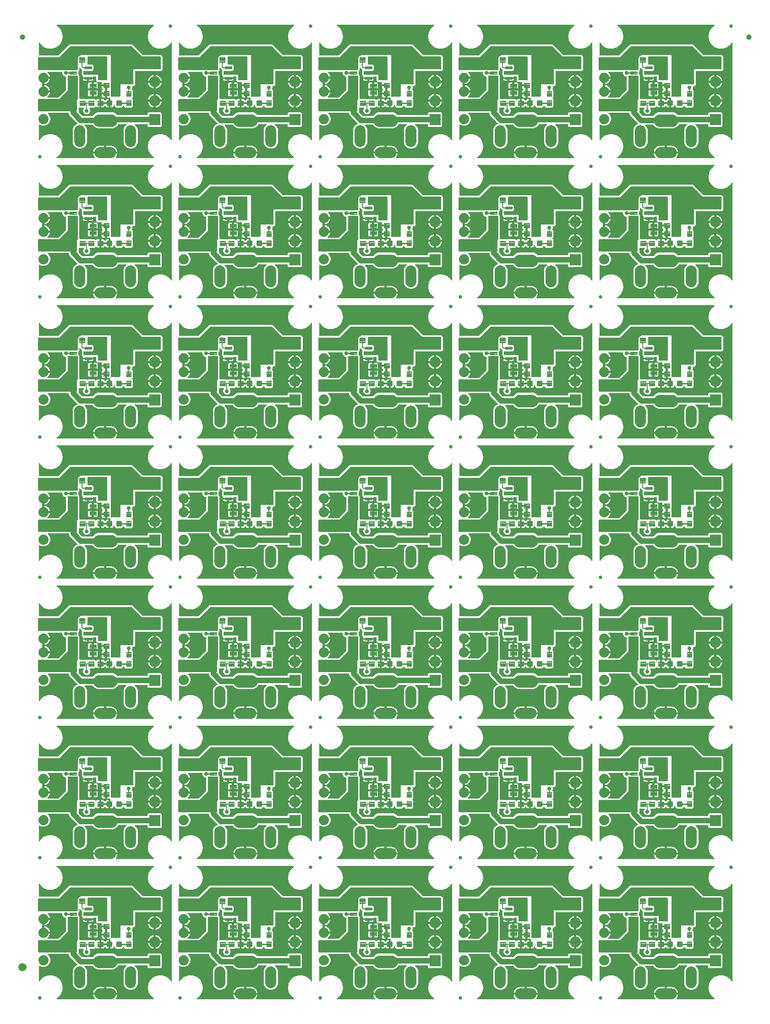
<source format=gtl>
G04 EAGLE Gerber RS-274X export*
G75*
%MOMM*%
%FSLAX34Y34*%
%LPD*%
%INTop Copper*%
%IPPOS*%
%AMOC8*
5,1,8,0,0,1.08239X$1,22.5*%
G01*
%ADD10C,0.100000*%
%ADD11C,0.102869*%
%ADD12C,0.099000*%
%ADD13C,0.101600*%
%ADD14C,0.635000*%
%ADD15R,2.032000X2.032000*%
%ADD16C,2.032000*%
%ADD17C,1.879600*%
%ADD18C,2.000000*%
%ADD19C,2.300000*%
%ADD20C,0.300000*%
%ADD21C,1.000000*%
%ADD22C,1.500000*%
%ADD23C,0.736600*%
%ADD24C,0.203200*%
%ADD25C,1.016000*%
%ADD26C,0.812800*%
%ADD27C,0.508000*%
%ADD28C,0.254000*%

G36*
X883988Y1299469D02*
X883988Y1299469D01*
X884018Y1299466D01*
X884129Y1299489D01*
X884240Y1299505D01*
X884267Y1299517D01*
X884296Y1299522D01*
X884397Y1299574D01*
X884500Y1299621D01*
X884522Y1299640D01*
X884549Y1299653D01*
X884630Y1299731D01*
X884717Y1299804D01*
X884733Y1299829D01*
X884755Y1299849D01*
X884812Y1299947D01*
X884874Y1300041D01*
X884883Y1300069D01*
X884898Y1300095D01*
X884926Y1300204D01*
X884960Y1300312D01*
X884961Y1300342D01*
X884968Y1300370D01*
X884965Y1300483D01*
X884968Y1300596D01*
X884960Y1300625D01*
X884959Y1300654D01*
X884924Y1300762D01*
X884896Y1300871D01*
X884881Y1300897D01*
X884872Y1300925D01*
X884826Y1300989D01*
X884750Y1301116D01*
X884705Y1301159D01*
X884677Y1301198D01*
X884674Y1301200D01*
X883514Y1302797D01*
X882618Y1304556D01*
X882008Y1306433D01*
X881865Y1307339D01*
X903224Y1307339D01*
X903282Y1307347D01*
X903340Y1307345D01*
X903422Y1307367D01*
X903505Y1307379D01*
X903559Y1307403D01*
X903615Y1307417D01*
X903688Y1307460D01*
X903765Y1307495D01*
X903809Y1307533D01*
X903860Y1307563D01*
X903917Y1307624D01*
X903982Y1307679D01*
X904014Y1307727D01*
X904054Y1307770D01*
X904093Y1307845D01*
X904139Y1307915D01*
X904157Y1307971D01*
X904184Y1308023D01*
X904195Y1308091D01*
X904225Y1308186D01*
X904228Y1308286D01*
X904239Y1308354D01*
X904239Y1309371D01*
X904241Y1309371D01*
X904241Y1308354D01*
X904249Y1308296D01*
X904248Y1308238D01*
X904269Y1308156D01*
X904281Y1308073D01*
X904305Y1308019D01*
X904319Y1307963D01*
X904362Y1307890D01*
X904397Y1307813D01*
X904435Y1307768D01*
X904465Y1307718D01*
X904526Y1307660D01*
X904581Y1307596D01*
X904629Y1307564D01*
X904672Y1307524D01*
X904747Y1307485D01*
X904817Y1307439D01*
X904873Y1307421D01*
X904925Y1307394D01*
X904993Y1307383D01*
X905088Y1307353D01*
X905188Y1307350D01*
X905256Y1307339D01*
X926615Y1307339D01*
X926472Y1306433D01*
X925862Y1304556D01*
X924966Y1302797D01*
X923806Y1301200D01*
X923803Y1301198D01*
X923786Y1301175D01*
X923763Y1301155D01*
X923700Y1301061D01*
X923632Y1300971D01*
X923622Y1300943D01*
X923606Y1300919D01*
X923571Y1300811D01*
X923531Y1300705D01*
X923529Y1300676D01*
X923520Y1300648D01*
X923517Y1300535D01*
X923507Y1300422D01*
X923513Y1300393D01*
X923512Y1300364D01*
X923541Y1300254D01*
X923563Y1300143D01*
X923577Y1300117D01*
X923584Y1300089D01*
X923642Y1299991D01*
X923694Y1299891D01*
X923714Y1299870D01*
X923730Y1299844D01*
X923812Y1299767D01*
X923890Y1299685D01*
X923915Y1299670D01*
X923937Y1299650D01*
X924038Y1299598D01*
X924135Y1299541D01*
X924164Y1299534D01*
X924190Y1299520D01*
X924267Y1299507D01*
X924411Y1299471D01*
X924473Y1299473D01*
X924521Y1299465D01*
X993307Y1299465D01*
X993380Y1299475D01*
X993454Y1299475D01*
X993520Y1299495D01*
X993589Y1299505D01*
X993656Y1299535D01*
X993726Y1299555D01*
X993785Y1299592D01*
X993848Y1299621D01*
X993904Y1299668D01*
X993966Y1299708D01*
X994012Y1299760D01*
X994065Y1299804D01*
X994106Y1299866D01*
X994155Y1299921D01*
X994184Y1299983D01*
X994223Y1300041D01*
X994245Y1300111D01*
X994276Y1300178D01*
X994288Y1300246D01*
X994308Y1300312D01*
X994310Y1300386D01*
X994322Y1300458D01*
X994314Y1300527D01*
X994316Y1300596D01*
X994297Y1300667D01*
X994288Y1300741D01*
X994261Y1300804D01*
X994244Y1300871D01*
X994206Y1300935D01*
X994178Y1301002D01*
X994139Y1301047D01*
X994099Y1301116D01*
X994009Y1301200D01*
X993960Y1301258D01*
X988255Y1306044D01*
X984269Y1312949D01*
X982885Y1320800D01*
X984269Y1328651D01*
X988255Y1335555D01*
X994362Y1340680D01*
X1001854Y1343407D01*
X1009826Y1343407D01*
X1017318Y1340680D01*
X1023425Y1335556D01*
X1025281Y1332341D01*
X1025293Y1332326D01*
X1025301Y1332308D01*
X1025380Y1332214D01*
X1025456Y1332117D01*
X1025472Y1332106D01*
X1025485Y1332091D01*
X1025587Y1332022D01*
X1025686Y1331951D01*
X1025705Y1331944D01*
X1025721Y1331933D01*
X1025839Y1331896D01*
X1025954Y1331854D01*
X1025974Y1331853D01*
X1025992Y1331847D01*
X1026115Y1331844D01*
X1026238Y1331836D01*
X1026257Y1331841D01*
X1026276Y1331840D01*
X1026395Y1331871D01*
X1026515Y1331898D01*
X1026533Y1331907D01*
X1026551Y1331912D01*
X1026657Y1331974D01*
X1026765Y1332033D01*
X1026779Y1332047D01*
X1026796Y1332057D01*
X1026880Y1332147D01*
X1026967Y1332233D01*
X1026977Y1332250D01*
X1026990Y1332264D01*
X1027046Y1332374D01*
X1027106Y1332481D01*
X1027111Y1332500D01*
X1027120Y1332518D01*
X1027132Y1332590D01*
X1027171Y1332758D01*
X1027169Y1332809D01*
X1027175Y1332849D01*
X1027175Y1511951D01*
X1027173Y1511971D01*
X1027175Y1511990D01*
X1027153Y1512111D01*
X1027135Y1512233D01*
X1027127Y1512251D01*
X1027124Y1512270D01*
X1027069Y1512380D01*
X1027019Y1512492D01*
X1027007Y1512507D01*
X1026998Y1512525D01*
X1026915Y1512616D01*
X1026836Y1512709D01*
X1026819Y1512720D01*
X1026806Y1512735D01*
X1026701Y1512799D01*
X1026599Y1512867D01*
X1026580Y1512873D01*
X1026564Y1512883D01*
X1026445Y1512916D01*
X1026328Y1512953D01*
X1026308Y1512953D01*
X1026289Y1512958D01*
X1026167Y1512957D01*
X1026044Y1512960D01*
X1026025Y1512955D01*
X1026005Y1512955D01*
X1025887Y1512919D01*
X1025769Y1512888D01*
X1025752Y1512878D01*
X1025733Y1512872D01*
X1025630Y1512806D01*
X1025524Y1512743D01*
X1025511Y1512729D01*
X1025494Y1512718D01*
X1025448Y1512661D01*
X1025330Y1512536D01*
X1025306Y1512490D01*
X1025281Y1512459D01*
X1023425Y1509244D01*
X1017318Y1504120D01*
X1009826Y1501393D01*
X1001854Y1501393D01*
X994362Y1504120D01*
X988255Y1509244D01*
X984269Y1516149D01*
X982885Y1524000D01*
X984269Y1531851D01*
X988255Y1538755D01*
X993960Y1543542D01*
X994009Y1543597D01*
X994065Y1543645D01*
X994104Y1543702D01*
X994150Y1543754D01*
X994182Y1543820D01*
X994223Y1543881D01*
X994244Y1543947D01*
X994274Y1544010D01*
X994286Y1544082D01*
X994308Y1544152D01*
X994310Y1544221D01*
X994322Y1544290D01*
X994314Y1544363D01*
X994316Y1544436D01*
X994298Y1544503D01*
X994291Y1544572D01*
X994263Y1544640D01*
X994244Y1544711D01*
X994209Y1544771D01*
X994182Y1544835D01*
X994136Y1544893D01*
X994099Y1544956D01*
X994048Y1545003D01*
X994005Y1545057D01*
X993945Y1545100D01*
X993891Y1545150D01*
X993830Y1545182D01*
X993773Y1545222D01*
X993704Y1545246D01*
X993638Y1545280D01*
X993580Y1545290D01*
X993505Y1545316D01*
X993383Y1545323D01*
X993307Y1545335D01*
X815173Y1545335D01*
X815100Y1545325D01*
X815026Y1545325D01*
X814960Y1545305D01*
X814891Y1545295D01*
X814824Y1545265D01*
X814754Y1545245D01*
X814695Y1545208D01*
X814632Y1545179D01*
X814576Y1545132D01*
X814514Y1545092D01*
X814468Y1545040D01*
X814415Y1544996D01*
X814374Y1544934D01*
X814325Y1544879D01*
X814296Y1544817D01*
X814257Y1544759D01*
X814235Y1544689D01*
X814204Y1544622D01*
X814192Y1544554D01*
X814172Y1544488D01*
X814170Y1544414D01*
X814158Y1544342D01*
X814166Y1544273D01*
X814164Y1544204D01*
X814183Y1544133D01*
X814192Y1544059D01*
X814219Y1543996D01*
X814236Y1543929D01*
X814274Y1543865D01*
X814302Y1543798D01*
X814341Y1543753D01*
X814381Y1543684D01*
X814471Y1543600D01*
X814520Y1543542D01*
X820225Y1538756D01*
X824211Y1531851D01*
X825595Y1524000D01*
X824211Y1516149D01*
X820225Y1509245D01*
X814118Y1504120D01*
X806626Y1501393D01*
X798654Y1501393D01*
X791162Y1504120D01*
X785055Y1509244D01*
X783199Y1512459D01*
X783187Y1512474D01*
X783179Y1512492D01*
X783100Y1512586D01*
X783024Y1512683D01*
X783008Y1512694D01*
X782995Y1512709D01*
X782893Y1512778D01*
X782794Y1512849D01*
X782775Y1512856D01*
X782759Y1512867D01*
X782641Y1512904D01*
X782526Y1512946D01*
X782506Y1512947D01*
X782488Y1512953D01*
X782365Y1512956D01*
X782242Y1512964D01*
X782223Y1512959D01*
X782204Y1512960D01*
X782085Y1512929D01*
X781965Y1512902D01*
X781947Y1512893D01*
X781929Y1512888D01*
X781823Y1512826D01*
X781715Y1512767D01*
X781701Y1512753D01*
X781684Y1512743D01*
X781600Y1512653D01*
X781513Y1512567D01*
X781503Y1512550D01*
X781490Y1512536D01*
X781434Y1512426D01*
X781374Y1512319D01*
X781369Y1512300D01*
X781360Y1512282D01*
X781348Y1512210D01*
X781309Y1512042D01*
X781311Y1511991D01*
X781305Y1511951D01*
X781305Y1489710D01*
X781313Y1489652D01*
X781311Y1489594D01*
X781333Y1489512D01*
X781345Y1489428D01*
X781368Y1489375D01*
X781383Y1489319D01*
X781426Y1489246D01*
X781461Y1489169D01*
X781499Y1489124D01*
X781528Y1489074D01*
X781590Y1489016D01*
X781644Y1488952D01*
X781693Y1488920D01*
X781736Y1488880D01*
X781811Y1488841D01*
X781881Y1488794D01*
X781937Y1488777D01*
X781989Y1488750D01*
X782057Y1488739D01*
X782152Y1488709D01*
X782252Y1488706D01*
X782320Y1488695D01*
X817046Y1488695D01*
X817132Y1488707D01*
X817220Y1488710D01*
X817272Y1488727D01*
X817327Y1488735D01*
X817407Y1488770D01*
X817490Y1488797D01*
X817530Y1488825D01*
X817587Y1488851D01*
X817700Y1488947D01*
X817764Y1488992D01*
X835108Y1506336D01*
X835108Y1506337D01*
X837786Y1509015D01*
X954184Y1509015D01*
X972936Y1490262D01*
X973006Y1490210D01*
X973070Y1490150D01*
X973119Y1490124D01*
X973164Y1490091D01*
X973245Y1490060D01*
X973323Y1490020D01*
X973371Y1490012D01*
X973429Y1489990D01*
X973577Y1489978D01*
X973654Y1489965D01*
X1007524Y1489965D01*
X1009905Y1487584D01*
X1009905Y1462409D01*
X1007524Y1460027D01*
X960120Y1460027D01*
X960062Y1460019D01*
X960004Y1460021D01*
X959922Y1459999D01*
X959838Y1459988D01*
X959785Y1459964D01*
X959729Y1459949D01*
X959656Y1459906D01*
X959579Y1459871D01*
X959534Y1459834D01*
X959484Y1459804D01*
X959426Y1459742D01*
X959362Y1459688D01*
X959330Y1459639D01*
X959290Y1459596D01*
X959251Y1459521D01*
X959204Y1459451D01*
X959187Y1459395D01*
X959160Y1459343D01*
X959149Y1459275D01*
X959119Y1459180D01*
X959116Y1459080D01*
X959105Y1459012D01*
X959105Y1434686D01*
X956724Y1432305D01*
X955167Y1432305D01*
X955109Y1432297D01*
X955051Y1432299D01*
X954969Y1432277D01*
X954885Y1432265D01*
X954832Y1432242D01*
X954776Y1432227D01*
X954703Y1432184D01*
X954626Y1432149D01*
X954581Y1432111D01*
X954531Y1432082D01*
X954473Y1432020D01*
X954409Y1431966D01*
X954377Y1431917D01*
X954337Y1431874D01*
X954298Y1431799D01*
X954251Y1431729D01*
X954234Y1431673D01*
X954207Y1431621D01*
X954196Y1431553D01*
X954166Y1431458D01*
X954163Y1431358D01*
X954152Y1431290D01*
X954152Y1428681D01*
X953622Y1427403D01*
X953622Y1427401D01*
X953621Y1427400D01*
X953587Y1427265D01*
X953551Y1427127D01*
X953551Y1427126D01*
X953551Y1427124D01*
X953555Y1426984D01*
X953559Y1426843D01*
X953560Y1426842D01*
X953560Y1426840D01*
X953603Y1426706D01*
X953646Y1426572D01*
X953647Y1426571D01*
X953647Y1426570D01*
X953656Y1426558D01*
X953804Y1426336D01*
X953828Y1426317D01*
X953842Y1426296D01*
X955469Y1424670D01*
X955469Y1411730D01*
X954157Y1410418D01*
X954121Y1410371D01*
X954079Y1410331D01*
X954036Y1410258D01*
X953986Y1410191D01*
X953965Y1410136D01*
X953935Y1410086D01*
X953915Y1410004D01*
X953884Y1409925D01*
X953880Y1409867D01*
X953865Y1409810D01*
X953868Y1409726D01*
X953861Y1409642D01*
X953872Y1409584D01*
X953874Y1409526D01*
X953900Y1409446D01*
X953917Y1409363D01*
X953944Y1409311D01*
X953962Y1409255D01*
X954002Y1409199D01*
X954048Y1409111D01*
X954116Y1409038D01*
X954157Y1408982D01*
X955469Y1407670D01*
X955469Y1394730D01*
X953390Y1392651D01*
X941450Y1392651D01*
X939371Y1394730D01*
X939371Y1394777D01*
X939367Y1394806D01*
X939370Y1394836D01*
X939347Y1394947D01*
X939331Y1395059D01*
X939319Y1395086D01*
X939314Y1395114D01*
X939262Y1395215D01*
X939215Y1395318D01*
X939196Y1395341D01*
X939183Y1395367D01*
X939105Y1395449D01*
X939032Y1395535D01*
X939007Y1395552D01*
X938987Y1395573D01*
X938889Y1395630D01*
X938795Y1395693D01*
X938767Y1395702D01*
X938742Y1395717D01*
X938632Y1395744D01*
X938524Y1395779D01*
X938494Y1395779D01*
X938466Y1395787D01*
X938353Y1395783D01*
X938240Y1395786D01*
X938211Y1395779D01*
X938182Y1395778D01*
X938074Y1395743D01*
X937965Y1395714D01*
X937939Y1395699D01*
X937911Y1395690D01*
X937848Y1395645D01*
X937720Y1395569D01*
X937677Y1395523D01*
X937638Y1395495D01*
X934904Y1392761D01*
X924136Y1392761D01*
X921471Y1395426D01*
X921471Y1396346D01*
X921470Y1396356D01*
X921471Y1396365D01*
X921450Y1396497D01*
X921431Y1396628D01*
X921427Y1396636D01*
X921426Y1396646D01*
X921369Y1396766D01*
X921315Y1396887D01*
X921309Y1396894D01*
X921305Y1396903D01*
X921217Y1397003D01*
X921132Y1397104D01*
X921123Y1397109D01*
X921117Y1397117D01*
X921006Y1397188D01*
X920895Y1397262D01*
X920885Y1397264D01*
X920877Y1397270D01*
X920751Y1397307D01*
X920624Y1397347D01*
X920614Y1397348D01*
X920605Y1397350D01*
X920472Y1397351D01*
X920340Y1397355D01*
X920330Y1397352D01*
X920320Y1397352D01*
X920192Y1397316D01*
X920065Y1397283D01*
X920056Y1397278D01*
X920047Y1397275D01*
X919933Y1397205D01*
X919820Y1397138D01*
X919813Y1397130D01*
X919805Y1397125D01*
X919716Y1397027D01*
X919626Y1396930D01*
X919621Y1396921D01*
X919615Y1396914D01*
X919591Y1396863D01*
X919496Y1396677D01*
X919490Y1396642D01*
X919475Y1396609D01*
X919245Y1395750D01*
X918713Y1394829D01*
X917961Y1394077D01*
X917040Y1393545D01*
X916012Y1393269D01*
X914011Y1393269D01*
X914011Y1399794D01*
X914003Y1399852D01*
X914004Y1399910D01*
X913983Y1399992D01*
X913971Y1400075D01*
X913947Y1400129D01*
X913933Y1400185D01*
X913890Y1400258D01*
X913855Y1400335D01*
X913817Y1400379D01*
X913787Y1400430D01*
X913726Y1400487D01*
X913671Y1400552D01*
X913623Y1400584D01*
X913580Y1400624D01*
X913505Y1400663D01*
X913435Y1400709D01*
X913379Y1400727D01*
X913327Y1400754D01*
X913259Y1400765D01*
X913164Y1400795D01*
X913064Y1400798D01*
X912996Y1400809D01*
X911979Y1400809D01*
X911979Y1400811D01*
X912996Y1400811D01*
X913054Y1400819D01*
X913112Y1400818D01*
X913194Y1400839D01*
X913277Y1400851D01*
X913331Y1400875D01*
X913387Y1400889D01*
X913460Y1400932D01*
X913537Y1400967D01*
X913581Y1401005D01*
X913632Y1401035D01*
X913689Y1401096D01*
X913754Y1401151D01*
X913786Y1401199D01*
X913826Y1401242D01*
X913865Y1401317D01*
X913911Y1401387D01*
X913929Y1401443D01*
X913956Y1401495D01*
X913967Y1401563D01*
X913997Y1401658D01*
X914000Y1401758D01*
X914011Y1401826D01*
X914011Y1409000D01*
X913999Y1409087D01*
X913996Y1409174D01*
X913979Y1409227D01*
X913971Y1409281D01*
X913936Y1409361D01*
X913909Y1409444D01*
X913881Y1409484D01*
X913855Y1409541D01*
X913759Y1409654D01*
X913714Y1409718D01*
X912568Y1410863D01*
X912506Y1410910D01*
X912450Y1410965D01*
X912393Y1410995D01*
X912341Y1411034D01*
X912268Y1411062D01*
X912200Y1411099D01*
X912136Y1411112D01*
X912075Y1411136D01*
X911998Y1411142D01*
X911922Y1411158D01*
X911866Y1411153D01*
X911792Y1411159D01*
X911665Y1411134D01*
X911587Y1411126D01*
X911300Y1411049D01*
X907931Y1411049D01*
X907931Y1417574D01*
X907923Y1417632D01*
X907924Y1417690D01*
X907903Y1417772D01*
X907891Y1417855D01*
X907867Y1417909D01*
X907853Y1417965D01*
X907810Y1418038D01*
X907775Y1418115D01*
X907737Y1418159D01*
X907707Y1418210D01*
X907646Y1418267D01*
X907591Y1418332D01*
X907543Y1418364D01*
X907500Y1418404D01*
X907425Y1418443D01*
X907355Y1418489D01*
X907299Y1418507D01*
X907247Y1418534D01*
X907179Y1418545D01*
X907084Y1418575D01*
X906984Y1418578D01*
X906916Y1418589D01*
X905899Y1418589D01*
X905899Y1418591D01*
X906916Y1418591D01*
X906974Y1418599D01*
X907032Y1418598D01*
X907114Y1418619D01*
X907197Y1418631D01*
X907251Y1418655D01*
X907307Y1418669D01*
X907380Y1418712D01*
X907457Y1418747D01*
X907501Y1418785D01*
X907552Y1418815D01*
X907609Y1418876D01*
X907674Y1418931D01*
X907706Y1418979D01*
X907746Y1419022D01*
X907785Y1419097D01*
X907831Y1419167D01*
X907849Y1419223D01*
X907876Y1419275D01*
X907887Y1419343D01*
X907917Y1419438D01*
X907920Y1419538D01*
X907931Y1419606D01*
X907931Y1432814D01*
X907923Y1432872D01*
X907924Y1432930D01*
X907903Y1433012D01*
X907891Y1433095D01*
X907867Y1433149D01*
X907853Y1433205D01*
X907810Y1433278D01*
X907775Y1433355D01*
X907737Y1433399D01*
X907707Y1433450D01*
X907646Y1433507D01*
X907591Y1433572D01*
X907543Y1433604D01*
X907500Y1433644D01*
X907425Y1433683D01*
X907355Y1433729D01*
X907299Y1433747D01*
X907247Y1433774D01*
X907179Y1433785D01*
X907084Y1433815D01*
X906984Y1433818D01*
X906916Y1433829D01*
X905899Y1433829D01*
X905899Y1434846D01*
X905891Y1434904D01*
X905892Y1434962D01*
X905871Y1435044D01*
X905859Y1435127D01*
X905835Y1435181D01*
X905821Y1435237D01*
X905778Y1435310D01*
X905743Y1435387D01*
X905705Y1435431D01*
X905675Y1435482D01*
X905614Y1435539D01*
X905559Y1435604D01*
X905511Y1435636D01*
X905468Y1435676D01*
X905393Y1435715D01*
X905323Y1435761D01*
X905267Y1435779D01*
X905215Y1435806D01*
X905147Y1435817D01*
X905052Y1435847D01*
X904952Y1435850D01*
X904884Y1435861D01*
X897859Y1435861D01*
X897859Y1438806D01*
X897860Y1438836D01*
X897871Y1438929D01*
X897864Y1438977D01*
X897865Y1439026D01*
X897841Y1439117D01*
X897826Y1439210D01*
X897805Y1439254D01*
X897793Y1439301D01*
X897745Y1439382D01*
X897705Y1439467D01*
X897673Y1439504D01*
X897648Y1439546D01*
X897579Y1439610D01*
X897517Y1439681D01*
X897476Y1439707D01*
X897441Y1439740D01*
X897357Y1439783D01*
X897278Y1439834D01*
X897231Y1439848D01*
X897187Y1439870D01*
X897114Y1439882D01*
X897005Y1439914D01*
X896918Y1439915D01*
X896856Y1439925D01*
X889831Y1439925D01*
X889802Y1439921D01*
X889773Y1439924D01*
X889662Y1439901D01*
X889561Y1439887D01*
X889562Y1439926D01*
X889556Y1439945D01*
X889556Y1439964D01*
X889518Y1440081D01*
X889485Y1440200D01*
X889474Y1440216D01*
X889468Y1440235D01*
X889425Y1440295D01*
X889335Y1440441D01*
X889297Y1440475D01*
X889273Y1440508D01*
X887475Y1442306D01*
X887475Y1449070D01*
X887467Y1449128D01*
X887469Y1449186D01*
X887447Y1449268D01*
X887435Y1449352D01*
X887412Y1449405D01*
X887397Y1449461D01*
X887354Y1449534D01*
X887319Y1449611D01*
X887281Y1449656D01*
X887252Y1449706D01*
X887190Y1449764D01*
X887136Y1449828D01*
X887087Y1449860D01*
X887044Y1449900D01*
X886969Y1449939D01*
X886899Y1449986D01*
X886843Y1450003D01*
X886791Y1450030D01*
X886723Y1450041D01*
X886628Y1450071D01*
X886528Y1450074D01*
X886460Y1450085D01*
X882577Y1450085D01*
X882519Y1450077D01*
X882461Y1450079D01*
X882379Y1450057D01*
X882295Y1450045D01*
X882242Y1450022D01*
X882186Y1450007D01*
X882113Y1449964D01*
X882036Y1449929D01*
X881991Y1449891D01*
X881941Y1449862D01*
X881883Y1449800D01*
X881819Y1449746D01*
X881787Y1449697D01*
X881747Y1449654D01*
X881708Y1449579D01*
X881661Y1449509D01*
X881644Y1449453D01*
X881617Y1449401D01*
X881606Y1449333D01*
X881576Y1449238D01*
X881573Y1449138D01*
X881562Y1449070D01*
X881562Y1448564D01*
X872630Y1448564D01*
X872572Y1448556D01*
X872514Y1448558D01*
X872432Y1448536D01*
X872349Y1448524D01*
X872295Y1448501D01*
X872271Y1448494D01*
X872243Y1448509D01*
X872175Y1448520D01*
X872080Y1448550D01*
X871980Y1448553D01*
X871912Y1448564D01*
X862980Y1448564D01*
X862980Y1449871D01*
X862968Y1449957D01*
X862965Y1450045D01*
X862948Y1450098D01*
X862940Y1450152D01*
X862905Y1450232D01*
X862878Y1450315D01*
X862850Y1450355D01*
X862824Y1450412D01*
X862728Y1450525D01*
X862683Y1450589D01*
X860805Y1452466D01*
X860805Y1460914D01*
X861139Y1461248D01*
X861174Y1461294D01*
X861217Y1461335D01*
X861259Y1461407D01*
X861310Y1461475D01*
X861331Y1461529D01*
X861360Y1461580D01*
X861381Y1461661D01*
X861411Y1461740D01*
X861416Y1461799D01*
X861431Y1461855D01*
X861428Y1461940D01*
X861435Y1462024D01*
X861423Y1462081D01*
X861422Y1462140D01*
X861396Y1462220D01*
X861379Y1462302D01*
X861352Y1462354D01*
X861334Y1462410D01*
X861294Y1462466D01*
X861248Y1462555D01*
X861179Y1462627D01*
X861139Y1462683D01*
X859019Y1464804D01*
X857968Y1465855D01*
X857944Y1465872D01*
X857925Y1465895D01*
X857831Y1465958D01*
X857741Y1466026D01*
X857713Y1466036D01*
X857689Y1466052D01*
X857581Y1466087D01*
X857475Y1466127D01*
X857446Y1466129D01*
X857418Y1466138D01*
X857304Y1466141D01*
X857192Y1466150D01*
X857163Y1466145D01*
X857134Y1466145D01*
X857024Y1466117D01*
X856913Y1466095D01*
X856887Y1466081D01*
X856859Y1466074D01*
X856761Y1466016D01*
X856661Y1465964D01*
X856639Y1465943D01*
X856614Y1465928D01*
X856537Y1465846D01*
X856455Y1465768D01*
X856440Y1465742D01*
X856420Y1465721D01*
X856368Y1465620D01*
X856311Y1465522D01*
X856304Y1465494D01*
X856290Y1465468D01*
X856277Y1465391D01*
X856241Y1465247D01*
X856243Y1465184D01*
X856235Y1465137D01*
X856235Y1461139D01*
X854865Y1459769D01*
X854813Y1459699D01*
X854753Y1459635D01*
X854727Y1459586D01*
X854694Y1459542D01*
X854663Y1459460D01*
X854623Y1459382D01*
X854615Y1459335D01*
X854593Y1459276D01*
X854581Y1459128D01*
X854568Y1459051D01*
X854568Y1454111D01*
X854580Y1454025D01*
X854583Y1453937D01*
X854600Y1453884D01*
X854608Y1453830D01*
X854643Y1453750D01*
X854670Y1453667D01*
X854698Y1453627D01*
X854724Y1453570D01*
X854820Y1453457D01*
X854865Y1453393D01*
X856235Y1452024D01*
X856235Y1409874D01*
X856243Y1409816D01*
X856241Y1409758D01*
X856263Y1409676D01*
X856275Y1409592D01*
X856298Y1409539D01*
X856313Y1409483D01*
X856356Y1409410D01*
X856391Y1409333D01*
X856429Y1409288D01*
X856458Y1409238D01*
X856520Y1409180D01*
X856574Y1409116D01*
X856623Y1409084D01*
X856666Y1409044D01*
X856741Y1409005D01*
X856811Y1408958D01*
X856867Y1408941D01*
X856919Y1408914D01*
X856987Y1408903D01*
X857082Y1408873D01*
X857182Y1408870D01*
X857250Y1408859D01*
X868410Y1408859D01*
X869232Y1408037D01*
X869279Y1408001D01*
X869319Y1407959D01*
X869392Y1407916D01*
X869459Y1407866D01*
X869514Y1407845D01*
X869564Y1407815D01*
X869646Y1407795D01*
X869725Y1407764D01*
X869783Y1407760D01*
X869840Y1407745D01*
X869924Y1407748D01*
X870008Y1407741D01*
X870066Y1407752D01*
X870124Y1407754D01*
X870204Y1407780D01*
X870287Y1407797D01*
X870339Y1407824D01*
X870395Y1407842D01*
X870451Y1407882D01*
X870539Y1407928D01*
X870612Y1407997D01*
X870668Y1408037D01*
X871490Y1408859D01*
X884430Y1408859D01*
X886101Y1407187D01*
X886148Y1407152D01*
X886188Y1407110D01*
X886261Y1407067D01*
X886328Y1407016D01*
X886383Y1406996D01*
X886434Y1406966D01*
X886515Y1406945D01*
X886594Y1406915D01*
X886652Y1406910D01*
X886709Y1406896D01*
X886793Y1406899D01*
X886877Y1406892D01*
X886935Y1406903D01*
X886993Y1406905D01*
X887074Y1406931D01*
X887156Y1406948D01*
X887208Y1406974D01*
X887264Y1406992D01*
X887320Y1407033D01*
X887409Y1407079D01*
X887481Y1407147D01*
X887537Y1407187D01*
X888093Y1407743D01*
X888786Y1408144D01*
X889560Y1408351D01*
X892929Y1408351D01*
X892929Y1401826D01*
X892937Y1401768D01*
X892935Y1401710D01*
X892957Y1401628D01*
X892969Y1401545D01*
X892993Y1401491D01*
X893007Y1401435D01*
X893050Y1401362D01*
X893085Y1401285D01*
X893123Y1401241D01*
X893153Y1401190D01*
X893214Y1401133D01*
X893269Y1401068D01*
X893317Y1401036D01*
X893360Y1400996D01*
X893435Y1400957D01*
X893505Y1400911D01*
X893561Y1400893D01*
X893613Y1400866D01*
X893681Y1400855D01*
X893776Y1400825D01*
X893876Y1400822D01*
X893944Y1400811D01*
X894961Y1400811D01*
X894961Y1400809D01*
X893944Y1400809D01*
X893886Y1400801D01*
X893828Y1400802D01*
X893746Y1400781D01*
X893663Y1400769D01*
X893609Y1400745D01*
X893553Y1400731D01*
X893480Y1400688D01*
X893403Y1400653D01*
X893358Y1400615D01*
X893308Y1400585D01*
X893250Y1400524D01*
X893186Y1400469D01*
X893154Y1400421D01*
X893114Y1400378D01*
X893075Y1400303D01*
X893029Y1400233D01*
X893011Y1400177D01*
X892984Y1400125D01*
X892973Y1400057D01*
X892943Y1399962D01*
X892940Y1399862D01*
X892929Y1399794D01*
X892929Y1393269D01*
X889560Y1393269D01*
X888786Y1393476D01*
X888093Y1393877D01*
X887537Y1394433D01*
X887490Y1394468D01*
X887450Y1394510D01*
X887377Y1394553D01*
X887310Y1394604D01*
X887255Y1394624D01*
X887205Y1394654D01*
X887123Y1394675D01*
X887044Y1394705D01*
X886986Y1394710D01*
X886929Y1394724D01*
X886845Y1394721D01*
X886761Y1394728D01*
X886704Y1394717D01*
X886645Y1394715D01*
X886565Y1394689D01*
X886482Y1394672D01*
X886430Y1394645D01*
X886375Y1394628D01*
X886319Y1394587D01*
X886230Y1394541D01*
X886157Y1394473D01*
X886101Y1394433D01*
X884430Y1392761D01*
X876000Y1392761D01*
X875971Y1392757D01*
X875942Y1392760D01*
X875830Y1392737D01*
X875718Y1392721D01*
X875692Y1392709D01*
X875663Y1392704D01*
X875562Y1392651D01*
X875459Y1392605D01*
X875437Y1392586D01*
X875411Y1392573D01*
X875328Y1392495D01*
X875242Y1392422D01*
X875226Y1392397D01*
X875204Y1392377D01*
X875147Y1392279D01*
X875084Y1392185D01*
X875076Y1392157D01*
X875061Y1392132D01*
X875033Y1392022D01*
X874999Y1391914D01*
X874998Y1391884D01*
X874991Y1391856D01*
X874994Y1391743D01*
X874991Y1391630D01*
X874999Y1391601D01*
X875000Y1391572D01*
X875035Y1391464D01*
X875063Y1391355D01*
X875078Y1391329D01*
X875087Y1391301D01*
X875133Y1391237D01*
X875208Y1391110D01*
X875254Y1391067D01*
X875282Y1391028D01*
X875657Y1390653D01*
X876682Y1388179D01*
X876682Y1385501D01*
X875657Y1383027D01*
X873763Y1381133D01*
X871289Y1380108D01*
X868611Y1380108D01*
X866137Y1381133D01*
X864243Y1383027D01*
X863218Y1385501D01*
X863218Y1388179D01*
X864243Y1390653D01*
X864618Y1391028D01*
X864636Y1391052D01*
X864658Y1391071D01*
X864721Y1391165D01*
X864789Y1391255D01*
X864799Y1391283D01*
X864816Y1391307D01*
X864850Y1391415D01*
X864890Y1391521D01*
X864893Y1391550D01*
X864901Y1391578D01*
X864904Y1391691D01*
X864914Y1391804D01*
X864908Y1391833D01*
X864909Y1391862D01*
X864880Y1391972D01*
X864858Y1392083D01*
X864844Y1392109D01*
X864837Y1392137D01*
X864779Y1392235D01*
X864727Y1392335D01*
X864707Y1392357D01*
X864692Y1392382D01*
X864609Y1392459D01*
X864531Y1392541D01*
X864506Y1392556D01*
X864484Y1392576D01*
X864383Y1392628D01*
X864286Y1392685D01*
X864257Y1392692D01*
X864231Y1392706D01*
X864154Y1392719D01*
X864010Y1392755D01*
X863948Y1392753D01*
X863900Y1392761D01*
X855980Y1392761D01*
X855922Y1392753D01*
X855864Y1392755D01*
X855782Y1392733D01*
X855698Y1392721D01*
X855645Y1392698D01*
X855589Y1392683D01*
X855516Y1392640D01*
X855439Y1392605D01*
X855394Y1392567D01*
X855344Y1392538D01*
X855286Y1392476D01*
X855222Y1392422D01*
X855190Y1392373D01*
X855150Y1392330D01*
X855111Y1392255D01*
X855064Y1392185D01*
X855047Y1392129D01*
X855020Y1392077D01*
X855009Y1392009D01*
X854979Y1391914D01*
X854976Y1391814D01*
X854965Y1391746D01*
X854965Y1385064D01*
X854939Y1385019D01*
X854918Y1384938D01*
X854888Y1384859D01*
X854883Y1384800D01*
X854869Y1384744D01*
X854871Y1384660D01*
X854864Y1384576D01*
X854876Y1384518D01*
X854878Y1384460D01*
X854904Y1384380D01*
X854920Y1384297D01*
X854947Y1384245D01*
X854965Y1384189D01*
X855005Y1384133D01*
X855051Y1384045D01*
X855120Y1383972D01*
X855160Y1383916D01*
X861590Y1377486D01*
X861659Y1377434D01*
X861723Y1377374D01*
X861773Y1377348D01*
X861817Y1377315D01*
X861899Y1377284D01*
X861977Y1377244D01*
X862024Y1377236D01*
X862083Y1377214D01*
X862230Y1377202D01*
X862308Y1377189D01*
X879873Y1377189D01*
X879960Y1377201D01*
X880047Y1377204D01*
X880100Y1377221D01*
X880155Y1377229D01*
X880235Y1377264D01*
X880318Y1377291D01*
X880357Y1377319D01*
X880414Y1377345D01*
X880527Y1377441D01*
X880591Y1377486D01*
X884499Y1381394D01*
X889846Y1383609D01*
X918634Y1383609D01*
X923981Y1381394D01*
X926619Y1378756D01*
X926689Y1378704D01*
X926753Y1378644D01*
X926802Y1378618D01*
X926846Y1378585D01*
X926928Y1378554D01*
X927006Y1378514D01*
X927053Y1378506D01*
X927112Y1378484D01*
X927259Y1378472D01*
X927337Y1378459D01*
X981456Y1378459D01*
X981514Y1378467D01*
X981572Y1378465D01*
X981654Y1378487D01*
X981738Y1378499D01*
X981791Y1378522D01*
X981847Y1378537D01*
X981920Y1378580D01*
X981997Y1378615D01*
X982042Y1378653D01*
X982092Y1378682D01*
X982150Y1378744D01*
X982214Y1378798D01*
X982246Y1378847D01*
X982286Y1378890D01*
X982325Y1378965D01*
X982372Y1379035D01*
X982389Y1379091D01*
X982416Y1379143D01*
X982427Y1379211D01*
X982457Y1379306D01*
X982460Y1379406D01*
X982471Y1379474D01*
X982471Y1381753D01*
X984257Y1383539D01*
X1007103Y1383539D01*
X1008889Y1381753D01*
X1008889Y1358907D01*
X1007103Y1357121D01*
X984257Y1357121D01*
X982471Y1358907D01*
X982471Y1361186D01*
X982463Y1361244D01*
X982465Y1361302D01*
X982443Y1361384D01*
X982431Y1361468D01*
X982408Y1361521D01*
X982393Y1361577D01*
X982350Y1361650D01*
X982315Y1361727D01*
X982277Y1361772D01*
X982248Y1361822D01*
X982186Y1361880D01*
X982132Y1361944D01*
X982083Y1361976D01*
X982040Y1362016D01*
X981965Y1362055D01*
X981895Y1362102D01*
X981839Y1362119D01*
X981787Y1362146D01*
X981719Y1362157D01*
X981624Y1362187D01*
X981524Y1362190D01*
X981456Y1362201D01*
X959783Y1362201D01*
X959754Y1362197D01*
X959725Y1362200D01*
X959614Y1362177D01*
X959502Y1362161D01*
X959475Y1362149D01*
X959446Y1362144D01*
X959346Y1362091D01*
X959243Y1362045D01*
X959220Y1362026D01*
X959194Y1362013D01*
X959112Y1361935D01*
X959026Y1361862D01*
X959009Y1361837D01*
X958988Y1361817D01*
X958931Y1361719D01*
X958868Y1361625D01*
X958859Y1361597D01*
X958844Y1361572D01*
X958816Y1361462D01*
X958782Y1361354D01*
X958781Y1361324D01*
X958774Y1361296D01*
X958778Y1361183D01*
X958775Y1361070D01*
X958782Y1361041D01*
X958783Y1361012D01*
X958818Y1360904D01*
X958847Y1360795D01*
X958862Y1360769D01*
X958871Y1360741D01*
X958916Y1360678D01*
X958992Y1360550D01*
X959038Y1360507D01*
X959066Y1360468D01*
X962292Y1357242D01*
X964279Y1352446D01*
X964279Y1327254D01*
X962292Y1322458D01*
X958622Y1318788D01*
X953826Y1316801D01*
X948634Y1316801D01*
X943838Y1318788D01*
X940168Y1322458D01*
X938181Y1327254D01*
X938181Y1352446D01*
X940168Y1357242D01*
X943394Y1360468D01*
X943412Y1360492D01*
X943434Y1360511D01*
X943497Y1360605D01*
X943565Y1360695D01*
X943576Y1360723D01*
X943592Y1360747D01*
X943626Y1360855D01*
X943667Y1360961D01*
X943669Y1360990D01*
X943678Y1361018D01*
X943681Y1361132D01*
X943690Y1361244D01*
X943684Y1361273D01*
X943685Y1361302D01*
X943657Y1361412D01*
X943634Y1361523D01*
X943621Y1361549D01*
X943613Y1361577D01*
X943555Y1361675D01*
X943503Y1361775D01*
X943483Y1361797D01*
X943468Y1361822D01*
X943386Y1361899D01*
X943307Y1361981D01*
X943282Y1361996D01*
X943261Y1362016D01*
X943160Y1362068D01*
X943062Y1362125D01*
X943034Y1362132D01*
X943008Y1362146D01*
X942930Y1362159D01*
X942787Y1362195D01*
X942724Y1362193D01*
X942677Y1362201D01*
X929325Y1362201D01*
X929323Y1362201D01*
X929322Y1362201D01*
X929182Y1362181D01*
X929043Y1362161D01*
X929042Y1362161D01*
X929040Y1362161D01*
X928914Y1362104D01*
X928784Y1362045D01*
X928783Y1362044D01*
X928781Y1362043D01*
X928674Y1361952D01*
X928567Y1361862D01*
X928566Y1361860D01*
X928565Y1361859D01*
X928557Y1361846D01*
X928409Y1361625D01*
X928400Y1361596D01*
X928387Y1361575D01*
X928074Y1360819D01*
X923981Y1356726D01*
X918634Y1354511D01*
X889846Y1354511D01*
X884499Y1356726D01*
X880591Y1360634D01*
X880521Y1360686D01*
X880457Y1360746D01*
X880408Y1360772D01*
X880364Y1360805D01*
X880282Y1360836D01*
X880204Y1360876D01*
X880157Y1360884D01*
X880098Y1360906D01*
X879951Y1360918D01*
X879873Y1360931D01*
X867073Y1360931D01*
X867044Y1360927D01*
X867015Y1360930D01*
X866904Y1360907D01*
X866792Y1360891D01*
X866765Y1360879D01*
X866736Y1360874D01*
X866636Y1360821D01*
X866533Y1360775D01*
X866510Y1360756D01*
X866484Y1360743D01*
X866402Y1360665D01*
X866316Y1360592D01*
X866299Y1360567D01*
X866278Y1360547D01*
X866221Y1360449D01*
X866158Y1360355D01*
X866149Y1360327D01*
X866134Y1360302D01*
X866106Y1360192D01*
X866072Y1360084D01*
X866071Y1360054D01*
X866064Y1360026D01*
X866068Y1359913D01*
X866065Y1359800D01*
X866072Y1359771D01*
X866073Y1359742D01*
X866108Y1359634D01*
X866137Y1359525D01*
X866152Y1359499D01*
X866161Y1359471D01*
X866206Y1359408D01*
X866282Y1359280D01*
X866328Y1359237D01*
X866356Y1359198D01*
X868312Y1357242D01*
X870299Y1352446D01*
X870299Y1327254D01*
X868312Y1322458D01*
X864642Y1318788D01*
X859846Y1316801D01*
X854654Y1316801D01*
X849858Y1318788D01*
X846188Y1322458D01*
X844201Y1327254D01*
X844201Y1352446D01*
X846188Y1357242D01*
X849858Y1360912D01*
X852212Y1361887D01*
X852311Y1361945D01*
X852413Y1361998D01*
X852433Y1362017D01*
X852457Y1362032D01*
X852536Y1362115D01*
X852619Y1362194D01*
X852633Y1362218D01*
X852652Y1362238D01*
X852705Y1362340D01*
X852763Y1362439D01*
X852769Y1362466D01*
X852782Y1362491D01*
X852804Y1362604D01*
X852833Y1362715D01*
X852832Y1362743D01*
X852837Y1362770D01*
X852827Y1362884D01*
X852824Y1362999D01*
X852815Y1363025D01*
X852813Y1363053D01*
X852772Y1363160D01*
X852736Y1363270D01*
X852722Y1363290D01*
X852711Y1363318D01*
X852550Y1363530D01*
X852541Y1363543D01*
X838049Y1378035D01*
X836811Y1381023D01*
X836811Y1381760D01*
X836804Y1381809D01*
X836805Y1381816D01*
X836803Y1381822D01*
X836805Y1381876D01*
X836783Y1381958D01*
X836771Y1382042D01*
X836748Y1382095D01*
X836733Y1382151D01*
X836690Y1382224D01*
X836655Y1382301D01*
X836617Y1382346D01*
X836588Y1382396D01*
X836526Y1382454D01*
X836472Y1382518D01*
X836423Y1382550D01*
X836380Y1382590D01*
X836305Y1382629D01*
X836235Y1382676D01*
X836179Y1382693D01*
X836127Y1382720D01*
X836059Y1382731D01*
X835964Y1382761D01*
X835864Y1382764D01*
X835796Y1382775D01*
X798818Y1382775D01*
X798789Y1382771D01*
X798760Y1382774D01*
X798649Y1382751D01*
X798537Y1382735D01*
X798510Y1382723D01*
X798481Y1382718D01*
X798380Y1382665D01*
X798277Y1382619D01*
X798255Y1382600D01*
X798229Y1382587D01*
X798147Y1382509D01*
X798060Y1382436D01*
X798044Y1382411D01*
X798023Y1382391D01*
X797965Y1382293D01*
X797903Y1382199D01*
X797894Y1382171D01*
X797879Y1382146D01*
X797851Y1382036D01*
X797817Y1381928D01*
X797816Y1381898D01*
X797809Y1381870D01*
X797812Y1381757D01*
X797810Y1381644D01*
X797817Y1381615D01*
X797818Y1381586D01*
X797853Y1381478D01*
X797881Y1381369D01*
X797896Y1381343D01*
X797905Y1381315D01*
X797951Y1381252D01*
X798027Y1381124D01*
X798072Y1381081D01*
X798100Y1381042D01*
X800492Y1378651D01*
X802387Y1374076D01*
X802387Y1369124D01*
X800492Y1364549D01*
X796991Y1361048D01*
X792416Y1359153D01*
X787464Y1359153D01*
X782709Y1361123D01*
X782597Y1361152D01*
X782488Y1361186D01*
X782460Y1361187D01*
X782433Y1361194D01*
X782319Y1361191D01*
X782204Y1361194D01*
X782177Y1361187D01*
X782149Y1361186D01*
X782040Y1361151D01*
X781929Y1361122D01*
X781905Y1361108D01*
X781878Y1361099D01*
X781783Y1361035D01*
X781684Y1360977D01*
X781665Y1360956D01*
X781642Y1360941D01*
X781568Y1360853D01*
X781490Y1360769D01*
X781477Y1360745D01*
X781459Y1360723D01*
X781413Y1360619D01*
X781360Y1360516D01*
X781356Y1360492D01*
X781344Y1360464D01*
X781307Y1360200D01*
X781305Y1360185D01*
X781305Y1332849D01*
X781307Y1332829D01*
X781305Y1332810D01*
X781327Y1332689D01*
X781345Y1332567D01*
X781353Y1332549D01*
X781356Y1332530D01*
X781411Y1332420D01*
X781461Y1332308D01*
X781473Y1332293D01*
X781482Y1332275D01*
X781565Y1332184D01*
X781644Y1332091D01*
X781661Y1332080D01*
X781674Y1332065D01*
X781779Y1332001D01*
X781881Y1331933D01*
X781900Y1331927D01*
X781916Y1331917D01*
X782035Y1331884D01*
X782152Y1331847D01*
X782172Y1331847D01*
X782191Y1331842D01*
X782313Y1331843D01*
X782436Y1331840D01*
X782455Y1331845D01*
X782475Y1331845D01*
X782593Y1331881D01*
X782711Y1331912D01*
X782728Y1331922D01*
X782747Y1331928D01*
X782850Y1331994D01*
X782956Y1332057D01*
X782969Y1332071D01*
X782986Y1332082D01*
X783032Y1332139D01*
X783150Y1332264D01*
X783174Y1332310D01*
X783199Y1332341D01*
X785055Y1335556D01*
X791162Y1340680D01*
X798654Y1343407D01*
X806626Y1343407D01*
X814118Y1340680D01*
X820225Y1335556D01*
X824211Y1328651D01*
X825595Y1320800D01*
X824211Y1312949D01*
X820225Y1306045D01*
X814520Y1301258D01*
X814471Y1301203D01*
X814415Y1301155D01*
X814376Y1301098D01*
X814330Y1301046D01*
X814298Y1300980D01*
X814257Y1300919D01*
X814236Y1300853D01*
X814206Y1300790D01*
X814194Y1300718D01*
X814172Y1300648D01*
X814170Y1300579D01*
X814158Y1300510D01*
X814166Y1300437D01*
X814164Y1300364D01*
X814182Y1300297D01*
X814189Y1300228D01*
X814217Y1300160D01*
X814236Y1300089D01*
X814271Y1300029D01*
X814298Y1299965D01*
X814344Y1299907D01*
X814381Y1299844D01*
X814432Y1299797D01*
X814475Y1299743D01*
X814535Y1299700D01*
X814589Y1299650D01*
X814650Y1299618D01*
X814707Y1299578D01*
X814776Y1299554D01*
X814842Y1299520D01*
X814900Y1299510D01*
X814975Y1299484D01*
X815097Y1299477D01*
X815173Y1299465D01*
X883959Y1299465D01*
X883988Y1299469D01*
G37*
G36*
X365828Y1040389D02*
X365828Y1040389D01*
X365858Y1040386D01*
X365969Y1040409D01*
X366080Y1040425D01*
X366107Y1040437D01*
X366136Y1040442D01*
X366237Y1040494D01*
X366340Y1040541D01*
X366362Y1040560D01*
X366389Y1040573D01*
X366470Y1040651D01*
X366557Y1040724D01*
X366573Y1040749D01*
X366595Y1040769D01*
X366652Y1040867D01*
X366714Y1040961D01*
X366723Y1040989D01*
X366738Y1041015D01*
X366766Y1041124D01*
X366800Y1041232D01*
X366801Y1041262D01*
X366808Y1041290D01*
X366805Y1041403D01*
X366808Y1041516D01*
X366800Y1041545D01*
X366799Y1041574D01*
X366764Y1041682D01*
X366736Y1041791D01*
X366721Y1041817D01*
X366712Y1041845D01*
X366666Y1041909D01*
X366590Y1042036D01*
X366545Y1042079D01*
X366517Y1042118D01*
X366514Y1042120D01*
X365354Y1043717D01*
X364458Y1045476D01*
X363848Y1047353D01*
X363705Y1048259D01*
X385064Y1048259D01*
X385122Y1048267D01*
X385180Y1048265D01*
X385262Y1048287D01*
X385345Y1048299D01*
X385399Y1048323D01*
X385455Y1048337D01*
X385528Y1048380D01*
X385605Y1048415D01*
X385649Y1048453D01*
X385700Y1048483D01*
X385757Y1048544D01*
X385822Y1048599D01*
X385854Y1048647D01*
X385894Y1048690D01*
X385933Y1048765D01*
X385979Y1048835D01*
X385997Y1048891D01*
X386024Y1048943D01*
X386035Y1049011D01*
X386065Y1049106D01*
X386068Y1049206D01*
X386079Y1049274D01*
X386079Y1050291D01*
X386081Y1050291D01*
X386081Y1049274D01*
X386089Y1049216D01*
X386088Y1049158D01*
X386109Y1049076D01*
X386121Y1048993D01*
X386145Y1048939D01*
X386159Y1048883D01*
X386202Y1048810D01*
X386237Y1048733D01*
X386275Y1048688D01*
X386305Y1048638D01*
X386366Y1048580D01*
X386421Y1048516D01*
X386469Y1048484D01*
X386512Y1048444D01*
X386587Y1048405D01*
X386657Y1048359D01*
X386713Y1048341D01*
X386765Y1048314D01*
X386833Y1048303D01*
X386928Y1048273D01*
X387028Y1048270D01*
X387096Y1048259D01*
X408455Y1048259D01*
X408312Y1047353D01*
X407702Y1045476D01*
X406806Y1043717D01*
X405646Y1042120D01*
X405643Y1042118D01*
X405626Y1042095D01*
X405603Y1042075D01*
X405540Y1041981D01*
X405472Y1041891D01*
X405462Y1041863D01*
X405446Y1041839D01*
X405411Y1041731D01*
X405371Y1041625D01*
X405369Y1041596D01*
X405360Y1041568D01*
X405357Y1041455D01*
X405347Y1041342D01*
X405353Y1041313D01*
X405352Y1041284D01*
X405381Y1041174D01*
X405403Y1041063D01*
X405417Y1041037D01*
X405424Y1041009D01*
X405482Y1040911D01*
X405534Y1040811D01*
X405554Y1040790D01*
X405570Y1040764D01*
X405652Y1040687D01*
X405730Y1040605D01*
X405755Y1040590D01*
X405777Y1040570D01*
X405878Y1040518D01*
X405975Y1040461D01*
X406004Y1040454D01*
X406030Y1040440D01*
X406107Y1040427D01*
X406251Y1040391D01*
X406313Y1040393D01*
X406361Y1040385D01*
X475147Y1040385D01*
X475220Y1040395D01*
X475294Y1040395D01*
X475360Y1040415D01*
X475429Y1040425D01*
X475496Y1040455D01*
X475566Y1040475D01*
X475625Y1040512D01*
X475688Y1040541D01*
X475744Y1040588D01*
X475806Y1040628D01*
X475852Y1040680D01*
X475905Y1040724D01*
X475946Y1040786D01*
X475995Y1040841D01*
X476024Y1040903D01*
X476063Y1040961D01*
X476085Y1041031D01*
X476116Y1041098D01*
X476128Y1041166D01*
X476148Y1041232D01*
X476150Y1041306D01*
X476162Y1041378D01*
X476154Y1041447D01*
X476156Y1041516D01*
X476137Y1041587D01*
X476128Y1041661D01*
X476101Y1041724D01*
X476084Y1041791D01*
X476046Y1041855D01*
X476018Y1041922D01*
X475979Y1041967D01*
X475939Y1042036D01*
X475849Y1042120D01*
X475800Y1042178D01*
X470095Y1046964D01*
X466109Y1053869D01*
X464725Y1061720D01*
X466109Y1069571D01*
X470095Y1076475D01*
X476202Y1081600D01*
X483694Y1084327D01*
X491666Y1084327D01*
X499158Y1081600D01*
X505265Y1076476D01*
X507121Y1073261D01*
X507133Y1073246D01*
X507141Y1073228D01*
X507220Y1073134D01*
X507296Y1073037D01*
X507312Y1073026D01*
X507325Y1073011D01*
X507427Y1072942D01*
X507526Y1072871D01*
X507545Y1072864D01*
X507561Y1072853D01*
X507679Y1072816D01*
X507794Y1072774D01*
X507814Y1072773D01*
X507832Y1072767D01*
X507955Y1072764D01*
X508078Y1072756D01*
X508097Y1072761D01*
X508116Y1072760D01*
X508235Y1072791D01*
X508355Y1072818D01*
X508373Y1072827D01*
X508391Y1072832D01*
X508497Y1072894D01*
X508605Y1072953D01*
X508619Y1072967D01*
X508636Y1072977D01*
X508720Y1073067D01*
X508807Y1073153D01*
X508817Y1073170D01*
X508830Y1073184D01*
X508886Y1073294D01*
X508946Y1073401D01*
X508951Y1073420D01*
X508960Y1073438D01*
X508972Y1073510D01*
X509011Y1073678D01*
X509009Y1073729D01*
X509015Y1073769D01*
X509015Y1252871D01*
X509013Y1252891D01*
X509015Y1252910D01*
X508993Y1253031D01*
X508975Y1253153D01*
X508967Y1253171D01*
X508964Y1253190D01*
X508909Y1253300D01*
X508859Y1253412D01*
X508847Y1253427D01*
X508838Y1253445D01*
X508755Y1253536D01*
X508676Y1253629D01*
X508659Y1253640D01*
X508646Y1253655D01*
X508541Y1253719D01*
X508439Y1253787D01*
X508420Y1253793D01*
X508404Y1253803D01*
X508285Y1253836D01*
X508168Y1253873D01*
X508148Y1253873D01*
X508129Y1253878D01*
X508007Y1253877D01*
X507884Y1253880D01*
X507865Y1253875D01*
X507845Y1253875D01*
X507727Y1253839D01*
X507609Y1253808D01*
X507592Y1253798D01*
X507573Y1253792D01*
X507470Y1253726D01*
X507364Y1253663D01*
X507351Y1253649D01*
X507334Y1253638D01*
X507288Y1253581D01*
X507170Y1253456D01*
X507146Y1253410D01*
X507121Y1253379D01*
X505265Y1250164D01*
X499158Y1245040D01*
X491666Y1242313D01*
X483694Y1242313D01*
X476202Y1245040D01*
X470095Y1250164D01*
X466109Y1257069D01*
X464725Y1264920D01*
X466109Y1272771D01*
X470095Y1279675D01*
X475800Y1284462D01*
X475849Y1284517D01*
X475905Y1284565D01*
X475944Y1284622D01*
X475990Y1284674D01*
X476022Y1284740D01*
X476063Y1284801D01*
X476084Y1284867D01*
X476114Y1284930D01*
X476126Y1285002D01*
X476148Y1285072D01*
X476150Y1285141D01*
X476162Y1285210D01*
X476154Y1285283D01*
X476156Y1285356D01*
X476138Y1285423D01*
X476131Y1285492D01*
X476103Y1285560D01*
X476084Y1285631D01*
X476049Y1285691D01*
X476022Y1285755D01*
X475976Y1285813D01*
X475939Y1285876D01*
X475888Y1285923D01*
X475845Y1285977D01*
X475785Y1286020D01*
X475731Y1286070D01*
X475670Y1286102D01*
X475613Y1286142D01*
X475544Y1286166D01*
X475478Y1286200D01*
X475420Y1286210D01*
X475345Y1286236D01*
X475223Y1286243D01*
X475147Y1286255D01*
X297013Y1286255D01*
X296940Y1286245D01*
X296866Y1286245D01*
X296800Y1286225D01*
X296731Y1286215D01*
X296664Y1286185D01*
X296594Y1286165D01*
X296535Y1286128D01*
X296472Y1286099D01*
X296416Y1286052D01*
X296354Y1286012D01*
X296308Y1285960D01*
X296255Y1285916D01*
X296214Y1285854D01*
X296165Y1285799D01*
X296136Y1285737D01*
X296097Y1285679D01*
X296075Y1285609D01*
X296044Y1285542D01*
X296032Y1285474D01*
X296012Y1285408D01*
X296010Y1285334D01*
X295998Y1285262D01*
X296006Y1285193D01*
X296004Y1285124D01*
X296023Y1285053D01*
X296032Y1284979D01*
X296059Y1284916D01*
X296076Y1284849D01*
X296114Y1284785D01*
X296142Y1284718D01*
X296181Y1284673D01*
X296221Y1284604D01*
X296311Y1284520D01*
X296360Y1284462D01*
X302065Y1279675D01*
X306051Y1272771D01*
X307435Y1264920D01*
X306051Y1257069D01*
X302065Y1250165D01*
X295958Y1245040D01*
X288466Y1242313D01*
X280494Y1242313D01*
X273002Y1245040D01*
X266895Y1250164D01*
X265039Y1253379D01*
X265027Y1253394D01*
X265019Y1253412D01*
X264940Y1253506D01*
X264864Y1253603D01*
X264848Y1253614D01*
X264835Y1253629D01*
X264733Y1253698D01*
X264634Y1253769D01*
X264615Y1253776D01*
X264599Y1253787D01*
X264481Y1253824D01*
X264366Y1253866D01*
X264346Y1253867D01*
X264328Y1253873D01*
X264205Y1253876D01*
X264082Y1253884D01*
X264063Y1253879D01*
X264044Y1253880D01*
X263925Y1253849D01*
X263805Y1253822D01*
X263787Y1253813D01*
X263769Y1253808D01*
X263663Y1253746D01*
X263555Y1253687D01*
X263541Y1253673D01*
X263524Y1253663D01*
X263440Y1253573D01*
X263353Y1253487D01*
X263343Y1253470D01*
X263330Y1253456D01*
X263274Y1253346D01*
X263214Y1253239D01*
X263209Y1253220D01*
X263200Y1253202D01*
X263188Y1253130D01*
X263149Y1252962D01*
X263151Y1252911D01*
X263145Y1252871D01*
X263145Y1230630D01*
X263153Y1230572D01*
X263151Y1230514D01*
X263173Y1230432D01*
X263185Y1230348D01*
X263208Y1230295D01*
X263223Y1230239D01*
X263266Y1230166D01*
X263301Y1230089D01*
X263339Y1230044D01*
X263368Y1229994D01*
X263430Y1229936D01*
X263484Y1229872D01*
X263533Y1229840D01*
X263576Y1229800D01*
X263651Y1229761D01*
X263721Y1229714D01*
X263777Y1229697D01*
X263829Y1229670D01*
X263897Y1229659D01*
X263992Y1229629D01*
X264092Y1229626D01*
X264160Y1229615D01*
X298886Y1229615D01*
X298972Y1229627D01*
X299060Y1229630D01*
X299112Y1229647D01*
X299167Y1229655D01*
X299247Y1229690D01*
X299330Y1229717D01*
X299370Y1229745D01*
X299427Y1229771D01*
X299540Y1229867D01*
X299604Y1229912D01*
X316948Y1247256D01*
X316948Y1247257D01*
X319626Y1249935D01*
X436024Y1249935D01*
X454776Y1231182D01*
X454846Y1231130D01*
X454910Y1231070D01*
X454959Y1231044D01*
X455004Y1231011D01*
X455085Y1230980D01*
X455163Y1230940D01*
X455211Y1230932D01*
X455269Y1230910D01*
X455417Y1230898D01*
X455494Y1230885D01*
X489364Y1230885D01*
X491745Y1228504D01*
X491745Y1203329D01*
X489364Y1200947D01*
X441960Y1200947D01*
X441902Y1200939D01*
X441844Y1200941D01*
X441762Y1200919D01*
X441678Y1200908D01*
X441625Y1200884D01*
X441569Y1200869D01*
X441496Y1200826D01*
X441419Y1200791D01*
X441374Y1200754D01*
X441324Y1200724D01*
X441266Y1200662D01*
X441202Y1200608D01*
X441170Y1200559D01*
X441130Y1200516D01*
X441091Y1200441D01*
X441044Y1200371D01*
X441027Y1200315D01*
X441000Y1200263D01*
X440989Y1200195D01*
X440959Y1200100D01*
X440956Y1200000D01*
X440945Y1199932D01*
X440945Y1175606D01*
X438564Y1173225D01*
X437007Y1173225D01*
X436949Y1173217D01*
X436891Y1173219D01*
X436809Y1173197D01*
X436725Y1173185D01*
X436672Y1173162D01*
X436616Y1173147D01*
X436543Y1173104D01*
X436466Y1173069D01*
X436421Y1173031D01*
X436371Y1173002D01*
X436313Y1172940D01*
X436249Y1172886D01*
X436217Y1172837D01*
X436177Y1172794D01*
X436138Y1172719D01*
X436091Y1172649D01*
X436074Y1172593D01*
X436047Y1172541D01*
X436036Y1172473D01*
X436006Y1172378D01*
X436003Y1172278D01*
X435992Y1172210D01*
X435992Y1169601D01*
X435462Y1168323D01*
X435462Y1168321D01*
X435461Y1168320D01*
X435427Y1168185D01*
X435391Y1168047D01*
X435391Y1168046D01*
X435391Y1168044D01*
X435395Y1167904D01*
X435399Y1167763D01*
X435400Y1167762D01*
X435400Y1167760D01*
X435443Y1167626D01*
X435486Y1167492D01*
X435487Y1167491D01*
X435487Y1167490D01*
X435496Y1167478D01*
X435644Y1167256D01*
X435668Y1167237D01*
X435682Y1167216D01*
X437309Y1165590D01*
X437309Y1152650D01*
X435997Y1151338D01*
X435961Y1151291D01*
X435919Y1151251D01*
X435876Y1151178D01*
X435826Y1151111D01*
X435805Y1151056D01*
X435775Y1151006D01*
X435755Y1150924D01*
X435724Y1150845D01*
X435720Y1150787D01*
X435705Y1150730D01*
X435708Y1150646D01*
X435701Y1150562D01*
X435712Y1150504D01*
X435714Y1150446D01*
X435740Y1150366D01*
X435757Y1150283D01*
X435784Y1150231D01*
X435802Y1150175D01*
X435842Y1150119D01*
X435888Y1150031D01*
X435956Y1149958D01*
X435997Y1149902D01*
X437309Y1148590D01*
X437309Y1135650D01*
X435230Y1133571D01*
X423290Y1133571D01*
X421211Y1135650D01*
X421211Y1135697D01*
X421207Y1135726D01*
X421210Y1135756D01*
X421187Y1135867D01*
X421171Y1135979D01*
X421159Y1136006D01*
X421154Y1136034D01*
X421102Y1136135D01*
X421055Y1136238D01*
X421036Y1136261D01*
X421023Y1136287D01*
X420945Y1136369D01*
X420872Y1136455D01*
X420847Y1136472D01*
X420827Y1136493D01*
X420729Y1136550D01*
X420635Y1136613D01*
X420607Y1136622D01*
X420582Y1136637D01*
X420472Y1136664D01*
X420364Y1136699D01*
X420334Y1136699D01*
X420306Y1136707D01*
X420193Y1136703D01*
X420080Y1136706D01*
X420051Y1136699D01*
X420022Y1136698D01*
X419914Y1136663D01*
X419805Y1136634D01*
X419779Y1136619D01*
X419751Y1136610D01*
X419688Y1136565D01*
X419560Y1136489D01*
X419517Y1136443D01*
X419478Y1136415D01*
X416744Y1133681D01*
X405976Y1133681D01*
X403311Y1136346D01*
X403311Y1137266D01*
X403310Y1137276D01*
X403311Y1137285D01*
X403290Y1137417D01*
X403271Y1137548D01*
X403267Y1137556D01*
X403266Y1137566D01*
X403209Y1137686D01*
X403155Y1137807D01*
X403149Y1137814D01*
X403145Y1137823D01*
X403057Y1137923D01*
X402972Y1138024D01*
X402963Y1138029D01*
X402957Y1138037D01*
X402846Y1138108D01*
X402735Y1138182D01*
X402725Y1138184D01*
X402717Y1138190D01*
X402591Y1138227D01*
X402464Y1138267D01*
X402454Y1138268D01*
X402445Y1138270D01*
X402312Y1138271D01*
X402180Y1138275D01*
X402170Y1138272D01*
X402160Y1138272D01*
X402032Y1138236D01*
X401905Y1138203D01*
X401896Y1138198D01*
X401887Y1138195D01*
X401773Y1138125D01*
X401660Y1138058D01*
X401653Y1138050D01*
X401645Y1138045D01*
X401556Y1137947D01*
X401466Y1137850D01*
X401461Y1137841D01*
X401455Y1137834D01*
X401431Y1137783D01*
X401336Y1137597D01*
X401330Y1137562D01*
X401315Y1137529D01*
X401085Y1136670D01*
X400553Y1135749D01*
X399801Y1134997D01*
X398880Y1134465D01*
X397852Y1134189D01*
X395851Y1134189D01*
X395851Y1140714D01*
X395843Y1140772D01*
X395844Y1140830D01*
X395823Y1140912D01*
X395811Y1140995D01*
X395787Y1141049D01*
X395773Y1141105D01*
X395730Y1141178D01*
X395695Y1141255D01*
X395657Y1141299D01*
X395627Y1141350D01*
X395566Y1141407D01*
X395511Y1141472D01*
X395463Y1141504D01*
X395420Y1141544D01*
X395345Y1141583D01*
X395275Y1141629D01*
X395219Y1141647D01*
X395167Y1141674D01*
X395099Y1141685D01*
X395004Y1141715D01*
X394904Y1141718D01*
X394836Y1141729D01*
X393819Y1141729D01*
X393819Y1141731D01*
X394836Y1141731D01*
X394894Y1141739D01*
X394952Y1141738D01*
X395034Y1141759D01*
X395117Y1141771D01*
X395171Y1141795D01*
X395227Y1141809D01*
X395300Y1141852D01*
X395377Y1141887D01*
X395421Y1141925D01*
X395472Y1141955D01*
X395529Y1142016D01*
X395594Y1142071D01*
X395626Y1142119D01*
X395666Y1142162D01*
X395705Y1142237D01*
X395751Y1142307D01*
X395769Y1142363D01*
X395796Y1142415D01*
X395807Y1142483D01*
X395837Y1142578D01*
X395840Y1142678D01*
X395851Y1142746D01*
X395851Y1149920D01*
X395839Y1150007D01*
X395836Y1150094D01*
X395819Y1150147D01*
X395811Y1150201D01*
X395776Y1150281D01*
X395749Y1150364D01*
X395721Y1150404D01*
X395695Y1150461D01*
X395599Y1150574D01*
X395554Y1150638D01*
X394408Y1151783D01*
X394346Y1151830D01*
X394290Y1151885D01*
X394233Y1151915D01*
X394181Y1151954D01*
X394108Y1151982D01*
X394040Y1152019D01*
X393976Y1152032D01*
X393915Y1152056D01*
X393838Y1152062D01*
X393762Y1152078D01*
X393706Y1152073D01*
X393632Y1152079D01*
X393505Y1152054D01*
X393427Y1152046D01*
X393140Y1151969D01*
X389771Y1151969D01*
X389771Y1158494D01*
X389763Y1158552D01*
X389764Y1158610D01*
X389743Y1158692D01*
X389731Y1158775D01*
X389707Y1158829D01*
X389693Y1158885D01*
X389650Y1158958D01*
X389615Y1159035D01*
X389577Y1159079D01*
X389547Y1159130D01*
X389486Y1159187D01*
X389431Y1159252D01*
X389383Y1159284D01*
X389340Y1159324D01*
X389265Y1159363D01*
X389195Y1159409D01*
X389139Y1159427D01*
X389087Y1159454D01*
X389019Y1159465D01*
X388924Y1159495D01*
X388824Y1159498D01*
X388756Y1159509D01*
X387739Y1159509D01*
X387739Y1159511D01*
X388756Y1159511D01*
X388814Y1159519D01*
X388872Y1159518D01*
X388954Y1159539D01*
X389037Y1159551D01*
X389091Y1159575D01*
X389147Y1159589D01*
X389220Y1159632D01*
X389297Y1159667D01*
X389341Y1159705D01*
X389392Y1159735D01*
X389449Y1159796D01*
X389514Y1159851D01*
X389546Y1159899D01*
X389586Y1159942D01*
X389625Y1160017D01*
X389671Y1160087D01*
X389689Y1160143D01*
X389716Y1160195D01*
X389727Y1160263D01*
X389757Y1160358D01*
X389760Y1160458D01*
X389771Y1160526D01*
X389771Y1173734D01*
X389763Y1173792D01*
X389764Y1173850D01*
X389743Y1173932D01*
X389731Y1174015D01*
X389707Y1174069D01*
X389693Y1174125D01*
X389650Y1174198D01*
X389615Y1174275D01*
X389577Y1174319D01*
X389547Y1174370D01*
X389486Y1174427D01*
X389431Y1174492D01*
X389383Y1174524D01*
X389340Y1174564D01*
X389265Y1174603D01*
X389195Y1174649D01*
X389139Y1174667D01*
X389087Y1174694D01*
X389019Y1174705D01*
X388924Y1174735D01*
X388824Y1174738D01*
X388756Y1174749D01*
X387739Y1174749D01*
X387739Y1175766D01*
X387731Y1175824D01*
X387732Y1175882D01*
X387711Y1175964D01*
X387699Y1176047D01*
X387675Y1176101D01*
X387661Y1176157D01*
X387618Y1176230D01*
X387583Y1176307D01*
X387545Y1176351D01*
X387515Y1176402D01*
X387454Y1176459D01*
X387399Y1176524D01*
X387351Y1176556D01*
X387308Y1176596D01*
X387233Y1176635D01*
X387163Y1176681D01*
X387107Y1176699D01*
X387055Y1176726D01*
X386987Y1176737D01*
X386892Y1176767D01*
X386792Y1176770D01*
X386724Y1176781D01*
X379699Y1176781D01*
X379699Y1179726D01*
X379700Y1179756D01*
X379711Y1179849D01*
X379704Y1179897D01*
X379705Y1179946D01*
X379681Y1180037D01*
X379666Y1180130D01*
X379645Y1180174D01*
X379633Y1180221D01*
X379585Y1180302D01*
X379545Y1180387D01*
X379513Y1180424D01*
X379488Y1180466D01*
X379419Y1180530D01*
X379357Y1180601D01*
X379316Y1180627D01*
X379281Y1180660D01*
X379197Y1180703D01*
X379118Y1180754D01*
X379071Y1180768D01*
X379027Y1180790D01*
X378954Y1180802D01*
X378845Y1180834D01*
X378758Y1180835D01*
X378696Y1180845D01*
X371671Y1180845D01*
X371642Y1180841D01*
X371613Y1180844D01*
X371502Y1180821D01*
X371401Y1180807D01*
X371402Y1180846D01*
X371396Y1180865D01*
X371396Y1180884D01*
X371358Y1181001D01*
X371325Y1181120D01*
X371314Y1181136D01*
X371308Y1181155D01*
X371265Y1181215D01*
X371175Y1181361D01*
X371137Y1181395D01*
X371113Y1181428D01*
X369315Y1183226D01*
X369315Y1189990D01*
X369307Y1190048D01*
X369309Y1190106D01*
X369287Y1190188D01*
X369275Y1190272D01*
X369252Y1190325D01*
X369237Y1190381D01*
X369194Y1190454D01*
X369159Y1190531D01*
X369121Y1190576D01*
X369092Y1190626D01*
X369030Y1190684D01*
X368976Y1190748D01*
X368927Y1190780D01*
X368884Y1190820D01*
X368809Y1190859D01*
X368739Y1190906D01*
X368683Y1190923D01*
X368631Y1190950D01*
X368563Y1190961D01*
X368468Y1190991D01*
X368368Y1190994D01*
X368300Y1191005D01*
X364417Y1191005D01*
X364359Y1190997D01*
X364301Y1190999D01*
X364219Y1190977D01*
X364135Y1190965D01*
X364082Y1190942D01*
X364026Y1190927D01*
X363953Y1190884D01*
X363876Y1190849D01*
X363831Y1190811D01*
X363781Y1190782D01*
X363723Y1190720D01*
X363659Y1190666D01*
X363627Y1190617D01*
X363587Y1190574D01*
X363548Y1190499D01*
X363501Y1190429D01*
X363484Y1190373D01*
X363457Y1190321D01*
X363446Y1190253D01*
X363416Y1190158D01*
X363413Y1190058D01*
X363402Y1189990D01*
X363402Y1189484D01*
X354470Y1189484D01*
X354412Y1189476D01*
X354354Y1189478D01*
X354272Y1189456D01*
X354189Y1189444D01*
X354135Y1189421D01*
X354111Y1189414D01*
X354083Y1189429D01*
X354015Y1189440D01*
X353920Y1189470D01*
X353820Y1189473D01*
X353752Y1189484D01*
X344820Y1189484D01*
X344820Y1190791D01*
X344808Y1190877D01*
X344805Y1190965D01*
X344788Y1191018D01*
X344780Y1191072D01*
X344745Y1191152D01*
X344718Y1191235D01*
X344690Y1191275D01*
X344664Y1191332D01*
X344568Y1191445D01*
X344523Y1191509D01*
X342645Y1193386D01*
X342645Y1201834D01*
X342979Y1202168D01*
X343014Y1202214D01*
X343057Y1202255D01*
X343099Y1202327D01*
X343150Y1202395D01*
X343171Y1202449D01*
X343200Y1202500D01*
X343221Y1202581D01*
X343251Y1202660D01*
X343256Y1202719D01*
X343271Y1202775D01*
X343268Y1202860D01*
X343275Y1202944D01*
X343263Y1203001D01*
X343262Y1203060D01*
X343236Y1203140D01*
X343219Y1203222D01*
X343192Y1203274D01*
X343174Y1203330D01*
X343134Y1203386D01*
X343088Y1203475D01*
X343019Y1203547D01*
X342979Y1203603D01*
X341904Y1204679D01*
X339808Y1206775D01*
X339784Y1206792D01*
X339765Y1206815D01*
X339671Y1206878D01*
X339581Y1206946D01*
X339553Y1206956D01*
X339529Y1206972D01*
X339421Y1207007D01*
X339315Y1207047D01*
X339286Y1207049D01*
X339258Y1207058D01*
X339144Y1207061D01*
X339032Y1207070D01*
X339003Y1207065D01*
X338974Y1207065D01*
X338864Y1207037D01*
X338753Y1207015D01*
X338727Y1207001D01*
X338699Y1206994D01*
X338601Y1206936D01*
X338501Y1206884D01*
X338479Y1206863D01*
X338454Y1206848D01*
X338377Y1206766D01*
X338295Y1206688D01*
X338280Y1206662D01*
X338260Y1206641D01*
X338208Y1206540D01*
X338151Y1206442D01*
X338144Y1206414D01*
X338130Y1206388D01*
X338117Y1206311D01*
X338081Y1206167D01*
X338083Y1206104D01*
X338075Y1206057D01*
X338075Y1202059D01*
X336705Y1200689D01*
X336653Y1200619D01*
X336593Y1200555D01*
X336567Y1200506D01*
X336534Y1200462D01*
X336503Y1200380D01*
X336463Y1200302D01*
X336455Y1200255D01*
X336433Y1200196D01*
X336421Y1200048D01*
X336408Y1199971D01*
X336408Y1195031D01*
X336420Y1194945D01*
X336423Y1194857D01*
X336440Y1194804D01*
X336448Y1194750D01*
X336483Y1194670D01*
X336510Y1194587D01*
X336538Y1194547D01*
X336564Y1194490D01*
X336660Y1194377D01*
X336705Y1194313D01*
X338075Y1192944D01*
X338075Y1150794D01*
X338083Y1150736D01*
X338081Y1150678D01*
X338103Y1150596D01*
X338115Y1150512D01*
X338138Y1150459D01*
X338153Y1150403D01*
X338196Y1150330D01*
X338231Y1150253D01*
X338269Y1150208D01*
X338298Y1150158D01*
X338360Y1150100D01*
X338414Y1150036D01*
X338463Y1150004D01*
X338506Y1149964D01*
X338581Y1149925D01*
X338651Y1149878D01*
X338707Y1149861D01*
X338759Y1149834D01*
X338827Y1149823D01*
X338922Y1149793D01*
X339022Y1149790D01*
X339090Y1149779D01*
X350250Y1149779D01*
X351072Y1148957D01*
X351119Y1148921D01*
X351159Y1148879D01*
X351232Y1148836D01*
X351299Y1148786D01*
X351354Y1148765D01*
X351404Y1148735D01*
X351486Y1148715D01*
X351565Y1148684D01*
X351623Y1148680D01*
X351680Y1148665D01*
X351764Y1148668D01*
X351848Y1148661D01*
X351906Y1148672D01*
X351964Y1148674D01*
X352044Y1148700D01*
X352127Y1148717D01*
X352179Y1148744D01*
X352235Y1148762D01*
X352291Y1148802D01*
X352379Y1148848D01*
X352452Y1148917D01*
X352508Y1148957D01*
X353330Y1149779D01*
X366270Y1149779D01*
X367941Y1148107D01*
X367988Y1148072D01*
X368028Y1148030D01*
X368101Y1147987D01*
X368168Y1147936D01*
X368223Y1147916D01*
X368274Y1147886D01*
X368355Y1147865D01*
X368434Y1147835D01*
X368492Y1147830D01*
X368549Y1147816D01*
X368633Y1147819D01*
X368717Y1147812D01*
X368775Y1147823D01*
X368833Y1147825D01*
X368914Y1147851D01*
X368996Y1147868D01*
X369048Y1147894D01*
X369104Y1147912D01*
X369160Y1147953D01*
X369249Y1147999D01*
X369321Y1148067D01*
X369377Y1148107D01*
X369933Y1148663D01*
X370626Y1149064D01*
X371400Y1149271D01*
X374769Y1149271D01*
X374769Y1142746D01*
X374777Y1142688D01*
X374775Y1142630D01*
X374797Y1142548D01*
X374809Y1142465D01*
X374833Y1142411D01*
X374847Y1142355D01*
X374890Y1142282D01*
X374925Y1142205D01*
X374963Y1142161D01*
X374993Y1142110D01*
X375054Y1142053D01*
X375109Y1141988D01*
X375157Y1141956D01*
X375200Y1141916D01*
X375275Y1141877D01*
X375345Y1141831D01*
X375401Y1141813D01*
X375453Y1141786D01*
X375521Y1141775D01*
X375616Y1141745D01*
X375716Y1141742D01*
X375784Y1141731D01*
X376801Y1141731D01*
X376801Y1141729D01*
X375784Y1141729D01*
X375726Y1141721D01*
X375668Y1141722D01*
X375586Y1141701D01*
X375503Y1141689D01*
X375449Y1141665D01*
X375393Y1141651D01*
X375320Y1141608D01*
X375243Y1141573D01*
X375198Y1141535D01*
X375148Y1141505D01*
X375090Y1141444D01*
X375026Y1141389D01*
X374994Y1141341D01*
X374954Y1141298D01*
X374915Y1141223D01*
X374869Y1141153D01*
X374851Y1141097D01*
X374824Y1141045D01*
X374813Y1140977D01*
X374783Y1140882D01*
X374780Y1140782D01*
X374769Y1140714D01*
X374769Y1134189D01*
X371400Y1134189D01*
X370626Y1134396D01*
X369933Y1134797D01*
X369377Y1135353D01*
X369330Y1135388D01*
X369290Y1135430D01*
X369217Y1135473D01*
X369150Y1135524D01*
X369095Y1135544D01*
X369045Y1135574D01*
X368963Y1135595D01*
X368884Y1135625D01*
X368826Y1135630D01*
X368769Y1135644D01*
X368685Y1135641D01*
X368601Y1135648D01*
X368544Y1135637D01*
X368485Y1135635D01*
X368405Y1135609D01*
X368322Y1135592D01*
X368270Y1135565D01*
X368215Y1135548D01*
X368159Y1135507D01*
X368070Y1135461D01*
X367997Y1135393D01*
X367941Y1135353D01*
X366270Y1133681D01*
X357840Y1133681D01*
X357811Y1133677D01*
X357782Y1133680D01*
X357670Y1133657D01*
X357558Y1133641D01*
X357532Y1133629D01*
X357503Y1133624D01*
X357402Y1133571D01*
X357299Y1133525D01*
X357277Y1133506D01*
X357251Y1133493D01*
X357168Y1133415D01*
X357082Y1133342D01*
X357066Y1133317D01*
X357044Y1133297D01*
X356987Y1133199D01*
X356924Y1133105D01*
X356916Y1133077D01*
X356901Y1133052D01*
X356873Y1132942D01*
X356839Y1132834D01*
X356838Y1132804D01*
X356831Y1132776D01*
X356834Y1132663D01*
X356831Y1132550D01*
X356839Y1132521D01*
X356840Y1132492D01*
X356875Y1132384D01*
X356903Y1132275D01*
X356918Y1132249D01*
X356927Y1132221D01*
X356973Y1132157D01*
X357048Y1132030D01*
X357094Y1131987D01*
X357122Y1131948D01*
X357497Y1131573D01*
X358522Y1129099D01*
X358522Y1126421D01*
X357497Y1123947D01*
X355603Y1122053D01*
X353129Y1121028D01*
X350451Y1121028D01*
X347977Y1122053D01*
X346083Y1123947D01*
X345058Y1126421D01*
X345058Y1129099D01*
X346083Y1131573D01*
X346458Y1131948D01*
X346476Y1131972D01*
X346498Y1131991D01*
X346561Y1132085D01*
X346629Y1132175D01*
X346639Y1132203D01*
X346656Y1132227D01*
X346690Y1132335D01*
X346730Y1132441D01*
X346733Y1132470D01*
X346741Y1132498D01*
X346744Y1132611D01*
X346754Y1132724D01*
X346748Y1132753D01*
X346749Y1132782D01*
X346720Y1132892D01*
X346698Y1133003D01*
X346684Y1133029D01*
X346677Y1133057D01*
X346619Y1133155D01*
X346567Y1133255D01*
X346547Y1133277D01*
X346532Y1133302D01*
X346449Y1133379D01*
X346371Y1133461D01*
X346346Y1133476D01*
X346324Y1133496D01*
X346223Y1133548D01*
X346126Y1133605D01*
X346097Y1133612D01*
X346071Y1133626D01*
X345994Y1133639D01*
X345850Y1133675D01*
X345788Y1133673D01*
X345740Y1133681D01*
X337820Y1133681D01*
X337762Y1133673D01*
X337704Y1133675D01*
X337622Y1133653D01*
X337538Y1133641D01*
X337485Y1133618D01*
X337429Y1133603D01*
X337356Y1133560D01*
X337279Y1133525D01*
X337234Y1133487D01*
X337184Y1133458D01*
X337126Y1133396D01*
X337062Y1133342D01*
X337030Y1133293D01*
X336990Y1133250D01*
X336951Y1133175D01*
X336904Y1133105D01*
X336887Y1133049D01*
X336860Y1132997D01*
X336849Y1132929D01*
X336819Y1132834D01*
X336816Y1132734D01*
X336805Y1132666D01*
X336805Y1125984D01*
X336779Y1125939D01*
X336758Y1125858D01*
X336728Y1125779D01*
X336723Y1125720D01*
X336709Y1125664D01*
X336711Y1125580D01*
X336704Y1125496D01*
X336716Y1125438D01*
X336718Y1125380D01*
X336744Y1125300D01*
X336760Y1125217D01*
X336787Y1125165D01*
X336805Y1125109D01*
X336845Y1125053D01*
X336891Y1124965D01*
X336960Y1124892D01*
X337000Y1124836D01*
X343430Y1118406D01*
X343499Y1118354D01*
X343563Y1118294D01*
X343613Y1118268D01*
X343657Y1118235D01*
X343739Y1118204D01*
X343817Y1118164D01*
X343864Y1118156D01*
X343923Y1118134D01*
X344070Y1118122D01*
X344148Y1118109D01*
X361713Y1118109D01*
X361800Y1118121D01*
X361887Y1118124D01*
X361940Y1118141D01*
X361995Y1118149D01*
X362075Y1118184D01*
X362158Y1118211D01*
X362197Y1118239D01*
X362254Y1118265D01*
X362367Y1118361D01*
X362431Y1118406D01*
X366339Y1122314D01*
X371686Y1124529D01*
X400474Y1124529D01*
X405821Y1122314D01*
X408459Y1119676D01*
X408529Y1119624D01*
X408593Y1119564D01*
X408642Y1119538D01*
X408686Y1119505D01*
X408768Y1119474D01*
X408846Y1119434D01*
X408893Y1119426D01*
X408952Y1119404D01*
X409099Y1119392D01*
X409177Y1119379D01*
X463296Y1119379D01*
X463354Y1119387D01*
X463412Y1119385D01*
X463494Y1119407D01*
X463578Y1119419D01*
X463631Y1119442D01*
X463687Y1119457D01*
X463760Y1119500D01*
X463837Y1119535D01*
X463882Y1119573D01*
X463932Y1119602D01*
X463990Y1119664D01*
X464054Y1119718D01*
X464086Y1119767D01*
X464126Y1119810D01*
X464165Y1119885D01*
X464212Y1119955D01*
X464229Y1120011D01*
X464256Y1120063D01*
X464267Y1120131D01*
X464297Y1120226D01*
X464300Y1120326D01*
X464311Y1120394D01*
X464311Y1122673D01*
X466097Y1124459D01*
X488943Y1124459D01*
X490729Y1122673D01*
X490729Y1099827D01*
X488943Y1098041D01*
X466097Y1098041D01*
X464311Y1099827D01*
X464311Y1102106D01*
X464303Y1102164D01*
X464305Y1102222D01*
X464283Y1102304D01*
X464271Y1102388D01*
X464248Y1102441D01*
X464233Y1102497D01*
X464190Y1102570D01*
X464155Y1102647D01*
X464117Y1102692D01*
X464088Y1102742D01*
X464026Y1102800D01*
X463972Y1102864D01*
X463923Y1102896D01*
X463880Y1102936D01*
X463805Y1102975D01*
X463735Y1103022D01*
X463679Y1103039D01*
X463627Y1103066D01*
X463559Y1103077D01*
X463464Y1103107D01*
X463364Y1103110D01*
X463296Y1103121D01*
X441623Y1103121D01*
X441594Y1103117D01*
X441565Y1103120D01*
X441454Y1103097D01*
X441342Y1103081D01*
X441315Y1103069D01*
X441286Y1103064D01*
X441186Y1103011D01*
X441083Y1102965D01*
X441060Y1102946D01*
X441034Y1102933D01*
X440952Y1102855D01*
X440866Y1102782D01*
X440849Y1102757D01*
X440828Y1102737D01*
X440771Y1102639D01*
X440708Y1102545D01*
X440699Y1102517D01*
X440684Y1102492D01*
X440656Y1102382D01*
X440622Y1102274D01*
X440621Y1102244D01*
X440614Y1102216D01*
X440618Y1102103D01*
X440615Y1101990D01*
X440622Y1101961D01*
X440623Y1101932D01*
X440658Y1101824D01*
X440687Y1101715D01*
X440702Y1101689D01*
X440711Y1101661D01*
X440756Y1101598D01*
X440832Y1101470D01*
X440878Y1101427D01*
X440906Y1101388D01*
X444132Y1098162D01*
X446119Y1093366D01*
X446119Y1068174D01*
X444132Y1063378D01*
X440462Y1059708D01*
X435666Y1057721D01*
X430474Y1057721D01*
X425678Y1059708D01*
X422008Y1063378D01*
X420021Y1068174D01*
X420021Y1093366D01*
X422008Y1098162D01*
X425234Y1101388D01*
X425252Y1101412D01*
X425274Y1101431D01*
X425337Y1101525D01*
X425405Y1101615D01*
X425416Y1101643D01*
X425432Y1101667D01*
X425466Y1101775D01*
X425507Y1101881D01*
X425509Y1101910D01*
X425518Y1101938D01*
X425521Y1102052D01*
X425530Y1102164D01*
X425524Y1102193D01*
X425525Y1102222D01*
X425497Y1102332D01*
X425474Y1102443D01*
X425461Y1102469D01*
X425453Y1102497D01*
X425395Y1102595D01*
X425343Y1102695D01*
X425323Y1102717D01*
X425308Y1102742D01*
X425226Y1102819D01*
X425147Y1102901D01*
X425122Y1102916D01*
X425101Y1102936D01*
X425000Y1102988D01*
X424902Y1103045D01*
X424874Y1103052D01*
X424848Y1103066D01*
X424770Y1103079D01*
X424627Y1103115D01*
X424564Y1103113D01*
X424517Y1103121D01*
X411165Y1103121D01*
X411163Y1103121D01*
X411162Y1103121D01*
X411022Y1103101D01*
X410883Y1103081D01*
X410882Y1103081D01*
X410880Y1103081D01*
X410754Y1103024D01*
X410624Y1102965D01*
X410623Y1102964D01*
X410621Y1102963D01*
X410514Y1102872D01*
X410407Y1102782D01*
X410406Y1102780D01*
X410405Y1102779D01*
X410397Y1102766D01*
X410249Y1102545D01*
X410240Y1102516D01*
X410227Y1102495D01*
X409914Y1101739D01*
X405821Y1097646D01*
X400474Y1095431D01*
X371686Y1095431D01*
X366339Y1097646D01*
X362431Y1101554D01*
X362361Y1101606D01*
X362297Y1101666D01*
X362248Y1101692D01*
X362204Y1101725D01*
X362122Y1101756D01*
X362044Y1101796D01*
X361997Y1101804D01*
X361938Y1101826D01*
X361791Y1101838D01*
X361713Y1101851D01*
X348913Y1101851D01*
X348884Y1101847D01*
X348855Y1101850D01*
X348744Y1101827D01*
X348632Y1101811D01*
X348605Y1101799D01*
X348576Y1101794D01*
X348476Y1101741D01*
X348373Y1101695D01*
X348350Y1101676D01*
X348324Y1101663D01*
X348242Y1101585D01*
X348156Y1101512D01*
X348139Y1101487D01*
X348118Y1101467D01*
X348061Y1101369D01*
X347998Y1101275D01*
X347989Y1101247D01*
X347974Y1101222D01*
X347946Y1101112D01*
X347912Y1101004D01*
X347911Y1100974D01*
X347904Y1100946D01*
X347908Y1100833D01*
X347905Y1100720D01*
X347912Y1100691D01*
X347913Y1100662D01*
X347948Y1100554D01*
X347977Y1100445D01*
X347992Y1100419D01*
X348001Y1100391D01*
X348046Y1100328D01*
X348122Y1100200D01*
X348168Y1100157D01*
X348196Y1100118D01*
X350152Y1098162D01*
X352139Y1093366D01*
X352139Y1068174D01*
X350152Y1063378D01*
X346482Y1059708D01*
X341686Y1057721D01*
X336494Y1057721D01*
X331698Y1059708D01*
X328028Y1063378D01*
X326041Y1068174D01*
X326041Y1093366D01*
X328028Y1098162D01*
X331698Y1101832D01*
X334052Y1102807D01*
X334151Y1102865D01*
X334253Y1102918D01*
X334273Y1102937D01*
X334297Y1102952D01*
X334376Y1103035D01*
X334459Y1103114D01*
X334473Y1103138D01*
X334492Y1103158D01*
X334545Y1103260D01*
X334603Y1103359D01*
X334609Y1103386D01*
X334622Y1103411D01*
X334644Y1103524D01*
X334673Y1103635D01*
X334672Y1103663D01*
X334677Y1103690D01*
X334667Y1103804D01*
X334664Y1103919D01*
X334655Y1103945D01*
X334653Y1103973D01*
X334612Y1104080D01*
X334576Y1104190D01*
X334562Y1104210D01*
X334551Y1104238D01*
X334390Y1104450D01*
X334381Y1104463D01*
X319889Y1118955D01*
X318651Y1121943D01*
X318651Y1122680D01*
X318644Y1122729D01*
X318645Y1122736D01*
X318643Y1122742D01*
X318645Y1122796D01*
X318623Y1122878D01*
X318611Y1122962D01*
X318588Y1123015D01*
X318573Y1123071D01*
X318530Y1123144D01*
X318495Y1123221D01*
X318457Y1123266D01*
X318428Y1123316D01*
X318366Y1123374D01*
X318312Y1123438D01*
X318263Y1123470D01*
X318220Y1123510D01*
X318145Y1123549D01*
X318075Y1123596D01*
X318019Y1123613D01*
X317967Y1123640D01*
X317899Y1123651D01*
X317804Y1123681D01*
X317704Y1123684D01*
X317636Y1123695D01*
X280658Y1123695D01*
X280629Y1123691D01*
X280600Y1123694D01*
X280489Y1123671D01*
X280377Y1123655D01*
X280350Y1123643D01*
X280321Y1123638D01*
X280220Y1123585D01*
X280117Y1123539D01*
X280095Y1123520D01*
X280069Y1123507D01*
X279987Y1123429D01*
X279900Y1123356D01*
X279884Y1123331D01*
X279863Y1123311D01*
X279805Y1123213D01*
X279743Y1123119D01*
X279734Y1123091D01*
X279719Y1123066D01*
X279691Y1122956D01*
X279657Y1122848D01*
X279656Y1122818D01*
X279649Y1122790D01*
X279652Y1122677D01*
X279650Y1122564D01*
X279657Y1122535D01*
X279658Y1122506D01*
X279693Y1122398D01*
X279721Y1122289D01*
X279736Y1122263D01*
X279745Y1122235D01*
X279791Y1122172D01*
X279867Y1122044D01*
X279912Y1122001D01*
X279940Y1121962D01*
X282332Y1119571D01*
X284227Y1114996D01*
X284227Y1110044D01*
X282332Y1105469D01*
X278831Y1101968D01*
X274256Y1100073D01*
X269304Y1100073D01*
X264549Y1102043D01*
X264437Y1102072D01*
X264328Y1102106D01*
X264300Y1102107D01*
X264273Y1102114D01*
X264159Y1102111D01*
X264044Y1102114D01*
X264017Y1102107D01*
X263989Y1102106D01*
X263880Y1102071D01*
X263769Y1102042D01*
X263745Y1102028D01*
X263718Y1102019D01*
X263623Y1101955D01*
X263524Y1101897D01*
X263505Y1101876D01*
X263482Y1101861D01*
X263408Y1101773D01*
X263330Y1101689D01*
X263317Y1101665D01*
X263299Y1101643D01*
X263253Y1101539D01*
X263200Y1101436D01*
X263196Y1101412D01*
X263184Y1101384D01*
X263147Y1101120D01*
X263145Y1101105D01*
X263145Y1073769D01*
X263147Y1073749D01*
X263145Y1073730D01*
X263167Y1073609D01*
X263185Y1073487D01*
X263193Y1073469D01*
X263196Y1073450D01*
X263251Y1073340D01*
X263301Y1073228D01*
X263313Y1073213D01*
X263322Y1073195D01*
X263405Y1073104D01*
X263484Y1073011D01*
X263501Y1073000D01*
X263514Y1072985D01*
X263619Y1072921D01*
X263721Y1072853D01*
X263740Y1072847D01*
X263756Y1072837D01*
X263875Y1072804D01*
X263992Y1072767D01*
X264012Y1072767D01*
X264031Y1072762D01*
X264153Y1072763D01*
X264276Y1072760D01*
X264295Y1072765D01*
X264315Y1072765D01*
X264433Y1072801D01*
X264551Y1072832D01*
X264568Y1072842D01*
X264587Y1072848D01*
X264690Y1072914D01*
X264796Y1072977D01*
X264809Y1072991D01*
X264826Y1073002D01*
X264872Y1073059D01*
X264990Y1073184D01*
X265014Y1073230D01*
X265039Y1073261D01*
X266895Y1076476D01*
X273002Y1081600D01*
X280494Y1084327D01*
X288466Y1084327D01*
X295958Y1081600D01*
X302065Y1076476D01*
X306051Y1069571D01*
X307435Y1061720D01*
X306051Y1053869D01*
X302065Y1046965D01*
X296360Y1042178D01*
X296311Y1042123D01*
X296255Y1042075D01*
X296216Y1042018D01*
X296170Y1041966D01*
X296138Y1041900D01*
X296097Y1041839D01*
X296076Y1041773D01*
X296046Y1041710D01*
X296034Y1041638D01*
X296012Y1041568D01*
X296010Y1041499D01*
X295998Y1041430D01*
X296006Y1041357D01*
X296004Y1041284D01*
X296022Y1041217D01*
X296029Y1041148D01*
X296057Y1041080D01*
X296076Y1041009D01*
X296111Y1040949D01*
X296138Y1040885D01*
X296184Y1040827D01*
X296221Y1040764D01*
X296272Y1040717D01*
X296315Y1040663D01*
X296375Y1040620D01*
X296429Y1040570D01*
X296490Y1040538D01*
X296547Y1040498D01*
X296616Y1040474D01*
X296682Y1040440D01*
X296740Y1040430D01*
X296815Y1040404D01*
X296937Y1040397D01*
X297013Y1040385D01*
X365799Y1040385D01*
X365828Y1040389D01*
G37*
G36*
X883988Y522229D02*
X883988Y522229D01*
X884018Y522226D01*
X884129Y522249D01*
X884240Y522265D01*
X884267Y522277D01*
X884296Y522282D01*
X884397Y522334D01*
X884500Y522381D01*
X884522Y522400D01*
X884549Y522413D01*
X884630Y522491D01*
X884717Y522564D01*
X884733Y522589D01*
X884755Y522609D01*
X884812Y522707D01*
X884874Y522801D01*
X884883Y522829D01*
X884898Y522855D01*
X884926Y522964D01*
X884960Y523072D01*
X884961Y523102D01*
X884968Y523130D01*
X884965Y523243D01*
X884968Y523356D01*
X884960Y523385D01*
X884959Y523414D01*
X884924Y523522D01*
X884896Y523631D01*
X884881Y523657D01*
X884872Y523685D01*
X884826Y523749D01*
X884750Y523876D01*
X884705Y523919D01*
X884677Y523958D01*
X884674Y523960D01*
X883514Y525557D01*
X882618Y527316D01*
X882008Y529193D01*
X881865Y530099D01*
X903224Y530099D01*
X903282Y530107D01*
X903340Y530105D01*
X903422Y530127D01*
X903505Y530139D01*
X903559Y530163D01*
X903615Y530177D01*
X903688Y530220D01*
X903765Y530255D01*
X903809Y530293D01*
X903860Y530323D01*
X903917Y530384D01*
X903982Y530439D01*
X904014Y530487D01*
X904054Y530530D01*
X904093Y530605D01*
X904139Y530675D01*
X904157Y530731D01*
X904184Y530783D01*
X904195Y530851D01*
X904225Y530946D01*
X904228Y531046D01*
X904239Y531114D01*
X904239Y532131D01*
X904241Y532131D01*
X904241Y531114D01*
X904249Y531056D01*
X904248Y530998D01*
X904269Y530916D01*
X904281Y530833D01*
X904305Y530779D01*
X904319Y530723D01*
X904362Y530650D01*
X904397Y530573D01*
X904435Y530528D01*
X904465Y530478D01*
X904526Y530420D01*
X904581Y530356D01*
X904629Y530324D01*
X904672Y530284D01*
X904747Y530245D01*
X904817Y530199D01*
X904873Y530181D01*
X904925Y530154D01*
X904993Y530143D01*
X905088Y530113D01*
X905188Y530110D01*
X905256Y530099D01*
X926615Y530099D01*
X926472Y529193D01*
X925862Y527316D01*
X924966Y525557D01*
X923806Y523960D01*
X923803Y523958D01*
X923786Y523935D01*
X923763Y523915D01*
X923700Y523821D01*
X923632Y523731D01*
X923622Y523703D01*
X923606Y523679D01*
X923571Y523571D01*
X923531Y523465D01*
X923529Y523436D01*
X923520Y523408D01*
X923517Y523295D01*
X923507Y523182D01*
X923513Y523153D01*
X923512Y523124D01*
X923541Y523014D01*
X923563Y522903D01*
X923577Y522877D01*
X923584Y522849D01*
X923642Y522751D01*
X923694Y522651D01*
X923714Y522630D01*
X923730Y522604D01*
X923812Y522527D01*
X923890Y522445D01*
X923915Y522430D01*
X923937Y522410D01*
X924038Y522358D01*
X924135Y522301D01*
X924164Y522294D01*
X924190Y522280D01*
X924267Y522267D01*
X924411Y522231D01*
X924473Y522233D01*
X924521Y522225D01*
X993307Y522225D01*
X993380Y522235D01*
X993454Y522235D01*
X993520Y522255D01*
X993589Y522265D01*
X993656Y522295D01*
X993726Y522315D01*
X993785Y522352D01*
X993848Y522381D01*
X993904Y522428D01*
X993966Y522468D01*
X994012Y522520D01*
X994065Y522564D01*
X994106Y522626D01*
X994155Y522681D01*
X994184Y522743D01*
X994223Y522801D01*
X994245Y522871D01*
X994276Y522938D01*
X994288Y523006D01*
X994308Y523072D01*
X994310Y523146D01*
X994322Y523218D01*
X994314Y523287D01*
X994316Y523356D01*
X994297Y523427D01*
X994288Y523501D01*
X994261Y523564D01*
X994244Y523631D01*
X994206Y523695D01*
X994178Y523762D01*
X994139Y523807D01*
X994099Y523876D01*
X994009Y523960D01*
X993960Y524018D01*
X988255Y528804D01*
X984269Y535709D01*
X982885Y543560D01*
X984269Y551411D01*
X988255Y558315D01*
X994362Y563440D01*
X1001854Y566167D01*
X1009826Y566167D01*
X1017318Y563440D01*
X1023425Y558316D01*
X1025281Y555101D01*
X1025293Y555086D01*
X1025301Y555068D01*
X1025380Y554974D01*
X1025456Y554877D01*
X1025472Y554866D01*
X1025485Y554851D01*
X1025587Y554782D01*
X1025686Y554711D01*
X1025705Y554704D01*
X1025721Y554693D01*
X1025839Y554656D01*
X1025954Y554614D01*
X1025974Y554613D01*
X1025992Y554607D01*
X1026115Y554604D01*
X1026238Y554596D01*
X1026257Y554601D01*
X1026276Y554600D01*
X1026395Y554631D01*
X1026515Y554658D01*
X1026533Y554667D01*
X1026551Y554672D01*
X1026657Y554734D01*
X1026765Y554793D01*
X1026779Y554807D01*
X1026796Y554817D01*
X1026880Y554907D01*
X1026967Y554993D01*
X1026977Y555010D01*
X1026990Y555024D01*
X1027046Y555134D01*
X1027106Y555241D01*
X1027111Y555260D01*
X1027120Y555278D01*
X1027132Y555350D01*
X1027171Y555518D01*
X1027169Y555569D01*
X1027175Y555609D01*
X1027175Y734711D01*
X1027173Y734731D01*
X1027175Y734750D01*
X1027153Y734871D01*
X1027135Y734993D01*
X1027127Y735011D01*
X1027124Y735030D01*
X1027069Y735140D01*
X1027019Y735252D01*
X1027007Y735267D01*
X1026998Y735285D01*
X1026915Y735376D01*
X1026836Y735469D01*
X1026819Y735480D01*
X1026806Y735495D01*
X1026701Y735559D01*
X1026599Y735627D01*
X1026580Y735633D01*
X1026564Y735643D01*
X1026445Y735676D01*
X1026328Y735713D01*
X1026308Y735713D01*
X1026289Y735718D01*
X1026167Y735717D01*
X1026044Y735720D01*
X1026025Y735715D01*
X1026005Y735715D01*
X1025887Y735679D01*
X1025769Y735648D01*
X1025752Y735638D01*
X1025733Y735632D01*
X1025630Y735566D01*
X1025524Y735503D01*
X1025511Y735489D01*
X1025494Y735478D01*
X1025448Y735421D01*
X1025330Y735296D01*
X1025306Y735250D01*
X1025281Y735219D01*
X1023425Y732004D01*
X1017318Y726880D01*
X1009826Y724153D01*
X1001854Y724153D01*
X994362Y726880D01*
X988255Y732004D01*
X984269Y738909D01*
X982885Y746760D01*
X984269Y754611D01*
X988255Y761515D01*
X993960Y766302D01*
X994009Y766357D01*
X994065Y766405D01*
X994104Y766462D01*
X994150Y766514D01*
X994182Y766580D01*
X994223Y766641D01*
X994244Y766707D01*
X994274Y766770D01*
X994286Y766842D01*
X994308Y766912D01*
X994310Y766981D01*
X994322Y767050D01*
X994314Y767123D01*
X994316Y767196D01*
X994298Y767263D01*
X994291Y767332D01*
X994263Y767400D01*
X994244Y767471D01*
X994209Y767531D01*
X994182Y767595D01*
X994136Y767653D01*
X994099Y767716D01*
X994048Y767763D01*
X994005Y767817D01*
X993945Y767860D01*
X993891Y767910D01*
X993830Y767942D01*
X993773Y767982D01*
X993704Y768006D01*
X993638Y768040D01*
X993580Y768050D01*
X993505Y768076D01*
X993383Y768083D01*
X993307Y768095D01*
X815173Y768095D01*
X815100Y768085D01*
X815026Y768085D01*
X814960Y768065D01*
X814891Y768055D01*
X814824Y768025D01*
X814754Y768005D01*
X814695Y767968D01*
X814632Y767939D01*
X814576Y767892D01*
X814514Y767852D01*
X814468Y767800D01*
X814415Y767756D01*
X814374Y767694D01*
X814325Y767639D01*
X814296Y767577D01*
X814257Y767519D01*
X814235Y767449D01*
X814204Y767382D01*
X814192Y767314D01*
X814172Y767248D01*
X814170Y767174D01*
X814158Y767102D01*
X814166Y767033D01*
X814164Y766964D01*
X814183Y766893D01*
X814192Y766819D01*
X814219Y766756D01*
X814236Y766689D01*
X814274Y766625D01*
X814302Y766558D01*
X814341Y766513D01*
X814381Y766444D01*
X814471Y766360D01*
X814520Y766302D01*
X820225Y761516D01*
X824211Y754611D01*
X825595Y746760D01*
X824211Y738909D01*
X820225Y732004D01*
X814118Y726880D01*
X806626Y724153D01*
X798654Y724153D01*
X791162Y726880D01*
X785055Y732004D01*
X783199Y735219D01*
X783187Y735234D01*
X783179Y735252D01*
X783100Y735346D01*
X783024Y735443D01*
X783008Y735454D01*
X782995Y735469D01*
X782893Y735538D01*
X782794Y735609D01*
X782775Y735616D01*
X782759Y735627D01*
X782641Y735664D01*
X782526Y735706D01*
X782506Y735707D01*
X782488Y735713D01*
X782365Y735716D01*
X782242Y735724D01*
X782223Y735719D01*
X782204Y735720D01*
X782085Y735689D01*
X781965Y735662D01*
X781947Y735653D01*
X781929Y735648D01*
X781823Y735586D01*
X781715Y735527D01*
X781701Y735513D01*
X781684Y735503D01*
X781600Y735413D01*
X781513Y735327D01*
X781503Y735310D01*
X781490Y735296D01*
X781434Y735186D01*
X781374Y735079D01*
X781369Y735060D01*
X781360Y735042D01*
X781348Y734970D01*
X781309Y734802D01*
X781311Y734751D01*
X781305Y734711D01*
X781305Y712470D01*
X781313Y712412D01*
X781311Y712354D01*
X781333Y712272D01*
X781345Y712188D01*
X781368Y712135D01*
X781383Y712079D01*
X781426Y712006D01*
X781461Y711929D01*
X781499Y711884D01*
X781528Y711834D01*
X781590Y711776D01*
X781644Y711712D01*
X781693Y711680D01*
X781736Y711640D01*
X781811Y711601D01*
X781881Y711554D01*
X781937Y711537D01*
X781989Y711510D01*
X782057Y711499D01*
X782152Y711469D01*
X782252Y711466D01*
X782320Y711455D01*
X817046Y711455D01*
X817132Y711467D01*
X817220Y711470D01*
X817272Y711487D01*
X817327Y711495D01*
X817407Y711530D01*
X817490Y711557D01*
X817530Y711585D01*
X817587Y711611D01*
X817700Y711707D01*
X817764Y711752D01*
X835108Y729096D01*
X835108Y729097D01*
X837786Y731775D01*
X954184Y731775D01*
X972936Y713022D01*
X973006Y712970D01*
X973070Y712910D01*
X973119Y712884D01*
X973164Y712851D01*
X973245Y712820D01*
X973323Y712780D01*
X973371Y712772D01*
X973429Y712750D01*
X973577Y712738D01*
X973654Y712725D01*
X1007524Y712725D01*
X1009905Y710344D01*
X1009905Y685169D01*
X1007524Y682787D01*
X960120Y682787D01*
X960062Y682779D01*
X960004Y682781D01*
X959922Y682759D01*
X959838Y682748D01*
X959785Y682724D01*
X959729Y682709D01*
X959656Y682666D01*
X959579Y682631D01*
X959534Y682594D01*
X959484Y682564D01*
X959426Y682502D01*
X959362Y682448D01*
X959330Y682399D01*
X959290Y682356D01*
X959251Y682281D01*
X959204Y682211D01*
X959187Y682155D01*
X959160Y682103D01*
X959149Y682035D01*
X959119Y681940D01*
X959116Y681840D01*
X959105Y681772D01*
X959105Y657446D01*
X956724Y655065D01*
X955167Y655065D01*
X955109Y655057D01*
X955051Y655059D01*
X954969Y655037D01*
X954885Y655025D01*
X954832Y655002D01*
X954776Y654987D01*
X954703Y654944D01*
X954626Y654909D01*
X954581Y654871D01*
X954531Y654842D01*
X954473Y654780D01*
X954409Y654726D01*
X954377Y654677D01*
X954337Y654634D01*
X954298Y654559D01*
X954251Y654489D01*
X954234Y654433D01*
X954207Y654381D01*
X954196Y654313D01*
X954166Y654218D01*
X954163Y654118D01*
X954152Y654050D01*
X954152Y651441D01*
X953622Y650163D01*
X953622Y650161D01*
X953621Y650160D01*
X953587Y650025D01*
X953551Y649887D01*
X953551Y649886D01*
X953551Y649884D01*
X953555Y649744D01*
X953559Y649603D01*
X953560Y649602D01*
X953560Y649600D01*
X953603Y649466D01*
X953646Y649332D01*
X953647Y649331D01*
X953647Y649330D01*
X953656Y649318D01*
X953804Y649096D01*
X953828Y649077D01*
X953842Y649056D01*
X955469Y647430D01*
X955469Y634490D01*
X954157Y633178D01*
X954121Y633131D01*
X954079Y633091D01*
X954036Y633018D01*
X953986Y632951D01*
X953965Y632896D01*
X953935Y632846D01*
X953915Y632764D01*
X953884Y632685D01*
X953880Y632627D01*
X953865Y632570D01*
X953868Y632486D01*
X953861Y632402D01*
X953872Y632344D01*
X953874Y632286D01*
X953900Y632206D01*
X953917Y632123D01*
X953944Y632071D01*
X953962Y632015D01*
X954002Y631959D01*
X954048Y631871D01*
X954116Y631798D01*
X954157Y631742D01*
X955469Y630430D01*
X955469Y617490D01*
X953390Y615411D01*
X941450Y615411D01*
X939371Y617490D01*
X939371Y617537D01*
X939367Y617566D01*
X939370Y617596D01*
X939347Y617707D01*
X939331Y617819D01*
X939319Y617846D01*
X939314Y617874D01*
X939262Y617975D01*
X939215Y618078D01*
X939196Y618101D01*
X939183Y618127D01*
X939105Y618209D01*
X939032Y618295D01*
X939007Y618312D01*
X938987Y618333D01*
X938889Y618390D01*
X938795Y618453D01*
X938767Y618462D01*
X938742Y618477D01*
X938632Y618504D01*
X938524Y618539D01*
X938494Y618539D01*
X938466Y618547D01*
X938353Y618543D01*
X938240Y618546D01*
X938211Y618539D01*
X938182Y618538D01*
X938074Y618503D01*
X937965Y618474D01*
X937939Y618459D01*
X937911Y618450D01*
X937848Y618405D01*
X937720Y618329D01*
X937677Y618283D01*
X937638Y618255D01*
X934904Y615521D01*
X924136Y615521D01*
X921471Y618186D01*
X921471Y619106D01*
X921470Y619116D01*
X921471Y619125D01*
X921450Y619257D01*
X921431Y619388D01*
X921427Y619396D01*
X921426Y619406D01*
X921369Y619526D01*
X921315Y619647D01*
X921309Y619654D01*
X921305Y619663D01*
X921217Y619763D01*
X921132Y619864D01*
X921123Y619869D01*
X921117Y619877D01*
X921006Y619948D01*
X920895Y620022D01*
X920885Y620024D01*
X920877Y620030D01*
X920751Y620067D01*
X920624Y620107D01*
X920614Y620108D01*
X920605Y620110D01*
X920472Y620111D01*
X920340Y620115D01*
X920330Y620112D01*
X920320Y620112D01*
X920192Y620076D01*
X920065Y620043D01*
X920056Y620038D01*
X920047Y620035D01*
X919933Y619965D01*
X919820Y619898D01*
X919813Y619890D01*
X919805Y619885D01*
X919716Y619787D01*
X919626Y619690D01*
X919621Y619681D01*
X919615Y619674D01*
X919591Y619623D01*
X919496Y619437D01*
X919490Y619402D01*
X919475Y619369D01*
X919245Y618510D01*
X918713Y617589D01*
X917961Y616837D01*
X917040Y616305D01*
X916012Y616029D01*
X914011Y616029D01*
X914011Y622554D01*
X914003Y622612D01*
X914004Y622670D01*
X913983Y622752D01*
X913971Y622835D01*
X913947Y622889D01*
X913933Y622945D01*
X913890Y623018D01*
X913855Y623095D01*
X913817Y623139D01*
X913787Y623190D01*
X913726Y623247D01*
X913671Y623312D01*
X913623Y623344D01*
X913580Y623384D01*
X913505Y623423D01*
X913435Y623469D01*
X913379Y623487D01*
X913327Y623514D01*
X913259Y623525D01*
X913164Y623555D01*
X913064Y623558D01*
X912996Y623569D01*
X911979Y623569D01*
X911979Y623571D01*
X912996Y623571D01*
X913054Y623579D01*
X913112Y623578D01*
X913194Y623599D01*
X913277Y623611D01*
X913331Y623635D01*
X913387Y623649D01*
X913460Y623692D01*
X913537Y623727D01*
X913581Y623765D01*
X913632Y623795D01*
X913689Y623856D01*
X913754Y623911D01*
X913786Y623959D01*
X913826Y624002D01*
X913865Y624077D01*
X913911Y624147D01*
X913929Y624203D01*
X913956Y624255D01*
X913967Y624323D01*
X913997Y624418D01*
X914000Y624518D01*
X914011Y624586D01*
X914011Y631760D01*
X913999Y631847D01*
X913996Y631934D01*
X913979Y631987D01*
X913971Y632041D01*
X913936Y632121D01*
X913909Y632204D01*
X913881Y632244D01*
X913855Y632301D01*
X913759Y632414D01*
X913714Y632478D01*
X912568Y633623D01*
X912506Y633670D01*
X912450Y633725D01*
X912393Y633755D01*
X912341Y633794D01*
X912268Y633822D01*
X912200Y633859D01*
X912136Y633872D01*
X912075Y633896D01*
X911998Y633902D01*
X911922Y633918D01*
X911866Y633913D01*
X911792Y633919D01*
X911665Y633894D01*
X911587Y633886D01*
X911300Y633809D01*
X907931Y633809D01*
X907931Y640334D01*
X907923Y640392D01*
X907924Y640450D01*
X907903Y640532D01*
X907891Y640615D01*
X907867Y640669D01*
X907853Y640725D01*
X907810Y640798D01*
X907775Y640875D01*
X907737Y640919D01*
X907707Y640970D01*
X907646Y641027D01*
X907591Y641092D01*
X907543Y641124D01*
X907500Y641164D01*
X907425Y641203D01*
X907355Y641249D01*
X907299Y641267D01*
X907247Y641294D01*
X907179Y641305D01*
X907084Y641335D01*
X906984Y641338D01*
X906916Y641349D01*
X905899Y641349D01*
X905899Y641351D01*
X906916Y641351D01*
X906974Y641359D01*
X907032Y641358D01*
X907114Y641379D01*
X907197Y641391D01*
X907251Y641415D01*
X907307Y641429D01*
X907380Y641472D01*
X907457Y641507D01*
X907501Y641545D01*
X907552Y641575D01*
X907609Y641636D01*
X907674Y641691D01*
X907706Y641739D01*
X907746Y641782D01*
X907785Y641857D01*
X907831Y641927D01*
X907849Y641983D01*
X907876Y642035D01*
X907887Y642103D01*
X907917Y642198D01*
X907920Y642298D01*
X907931Y642366D01*
X907931Y655574D01*
X907923Y655632D01*
X907924Y655690D01*
X907903Y655772D01*
X907891Y655855D01*
X907867Y655909D01*
X907853Y655965D01*
X907810Y656038D01*
X907775Y656115D01*
X907737Y656159D01*
X907707Y656210D01*
X907646Y656267D01*
X907591Y656332D01*
X907543Y656364D01*
X907500Y656404D01*
X907425Y656443D01*
X907355Y656489D01*
X907299Y656507D01*
X907247Y656534D01*
X907179Y656545D01*
X907084Y656575D01*
X906984Y656578D01*
X906916Y656589D01*
X905899Y656589D01*
X905899Y657606D01*
X905891Y657664D01*
X905892Y657722D01*
X905871Y657804D01*
X905859Y657887D01*
X905835Y657941D01*
X905821Y657997D01*
X905778Y658070D01*
X905743Y658147D01*
X905705Y658191D01*
X905675Y658242D01*
X905614Y658299D01*
X905559Y658364D01*
X905511Y658396D01*
X905468Y658436D01*
X905393Y658475D01*
X905323Y658521D01*
X905267Y658539D01*
X905215Y658566D01*
X905147Y658577D01*
X905052Y658607D01*
X904952Y658610D01*
X904884Y658621D01*
X897859Y658621D01*
X897859Y661566D01*
X897860Y661596D01*
X897871Y661689D01*
X897864Y661737D01*
X897865Y661786D01*
X897841Y661877D01*
X897826Y661970D01*
X897805Y662014D01*
X897793Y662061D01*
X897745Y662142D01*
X897705Y662227D01*
X897673Y662264D01*
X897648Y662306D01*
X897579Y662370D01*
X897517Y662441D01*
X897476Y662467D01*
X897441Y662500D01*
X897357Y662543D01*
X897278Y662594D01*
X897231Y662608D01*
X897187Y662630D01*
X897114Y662642D01*
X897005Y662674D01*
X896918Y662675D01*
X896856Y662685D01*
X889831Y662685D01*
X889802Y662681D01*
X889773Y662684D01*
X889662Y662661D01*
X889561Y662647D01*
X889562Y662686D01*
X889556Y662705D01*
X889556Y662724D01*
X889518Y662841D01*
X889484Y662960D01*
X889474Y662976D01*
X889468Y662995D01*
X889425Y663055D01*
X889335Y663201D01*
X889297Y663236D01*
X889273Y663268D01*
X887475Y665066D01*
X887475Y671830D01*
X887467Y671888D01*
X887469Y671946D01*
X887447Y672028D01*
X887435Y672112D01*
X887412Y672165D01*
X887397Y672221D01*
X887354Y672294D01*
X887319Y672371D01*
X887281Y672416D01*
X887252Y672466D01*
X887190Y672524D01*
X887136Y672588D01*
X887087Y672620D01*
X887044Y672660D01*
X886969Y672699D01*
X886899Y672746D01*
X886843Y672763D01*
X886791Y672790D01*
X886723Y672801D01*
X886628Y672831D01*
X886528Y672834D01*
X886460Y672845D01*
X882577Y672845D01*
X882519Y672837D01*
X882461Y672839D01*
X882379Y672817D01*
X882295Y672805D01*
X882242Y672782D01*
X882186Y672767D01*
X882113Y672724D01*
X882036Y672689D01*
X881991Y672651D01*
X881941Y672622D01*
X881883Y672560D01*
X881819Y672506D01*
X881787Y672457D01*
X881747Y672414D01*
X881708Y672339D01*
X881661Y672269D01*
X881644Y672213D01*
X881617Y672161D01*
X881606Y672093D01*
X881576Y671998D01*
X881573Y671898D01*
X881562Y671830D01*
X881562Y671324D01*
X872630Y671324D01*
X872572Y671316D01*
X872514Y671318D01*
X872432Y671296D01*
X872349Y671284D01*
X872295Y671261D01*
X872271Y671254D01*
X872243Y671269D01*
X872175Y671280D01*
X872080Y671310D01*
X871980Y671313D01*
X871912Y671324D01*
X862980Y671324D01*
X862980Y672631D01*
X862968Y672717D01*
X862965Y672805D01*
X862948Y672858D01*
X862940Y672912D01*
X862905Y672992D01*
X862878Y673075D01*
X862850Y673115D01*
X862824Y673172D01*
X862728Y673285D01*
X862683Y673349D01*
X860805Y675226D01*
X860805Y683674D01*
X861139Y684008D01*
X861174Y684054D01*
X861217Y684095D01*
X861259Y684167D01*
X861310Y684235D01*
X861331Y684289D01*
X861360Y684340D01*
X861381Y684422D01*
X861411Y684500D01*
X861416Y684559D01*
X861431Y684615D01*
X861428Y684700D01*
X861435Y684784D01*
X861423Y684841D01*
X861422Y684900D01*
X861396Y684980D01*
X861379Y685063D01*
X861352Y685114D01*
X861334Y685170D01*
X861294Y685226D01*
X861248Y685315D01*
X861179Y685387D01*
X861139Y685443D01*
X860064Y686519D01*
X857968Y688615D01*
X857944Y688632D01*
X857925Y688655D01*
X857831Y688718D01*
X857741Y688786D01*
X857713Y688796D01*
X857689Y688812D01*
X857581Y688847D01*
X857475Y688887D01*
X857446Y688889D01*
X857418Y688898D01*
X857304Y688901D01*
X857192Y688910D01*
X857163Y688905D01*
X857134Y688905D01*
X857024Y688877D01*
X856913Y688855D01*
X856887Y688841D01*
X856859Y688834D01*
X856761Y688776D01*
X856661Y688724D01*
X856639Y688703D01*
X856614Y688688D01*
X856537Y688606D01*
X856455Y688528D01*
X856440Y688502D01*
X856420Y688481D01*
X856368Y688380D01*
X856311Y688282D01*
X856304Y688254D01*
X856290Y688228D01*
X856277Y688151D01*
X856241Y688007D01*
X856243Y687944D01*
X856235Y687897D01*
X856235Y683899D01*
X854865Y682529D01*
X854813Y682459D01*
X854753Y682395D01*
X854727Y682346D01*
X854694Y682302D01*
X854663Y682220D01*
X854623Y682142D01*
X854615Y682095D01*
X854593Y682036D01*
X854581Y681888D01*
X854568Y681811D01*
X854568Y676871D01*
X854580Y676785D01*
X854583Y676697D01*
X854600Y676644D01*
X854608Y676590D01*
X854643Y676510D01*
X854670Y676427D01*
X854698Y676387D01*
X854724Y676330D01*
X854820Y676217D01*
X854865Y676153D01*
X856235Y674784D01*
X856235Y632634D01*
X856243Y632576D01*
X856241Y632518D01*
X856263Y632436D01*
X856275Y632352D01*
X856298Y632299D01*
X856313Y632243D01*
X856356Y632170D01*
X856391Y632093D01*
X856429Y632048D01*
X856458Y631998D01*
X856520Y631940D01*
X856574Y631876D01*
X856623Y631844D01*
X856666Y631804D01*
X856741Y631765D01*
X856811Y631718D01*
X856867Y631701D01*
X856919Y631674D01*
X856987Y631663D01*
X857082Y631633D01*
X857182Y631630D01*
X857250Y631619D01*
X868410Y631619D01*
X869232Y630797D01*
X869279Y630761D01*
X869319Y630719D01*
X869392Y630676D01*
X869459Y630626D01*
X869514Y630605D01*
X869564Y630575D01*
X869646Y630555D01*
X869725Y630524D01*
X869783Y630520D01*
X869840Y630505D01*
X869924Y630508D01*
X870008Y630501D01*
X870066Y630512D01*
X870124Y630514D01*
X870204Y630540D01*
X870287Y630557D01*
X870339Y630584D01*
X870395Y630602D01*
X870451Y630642D01*
X870539Y630688D01*
X870612Y630757D01*
X870668Y630797D01*
X871490Y631619D01*
X884430Y631619D01*
X886101Y629947D01*
X886148Y629912D01*
X886188Y629870D01*
X886261Y629827D01*
X886328Y629776D01*
X886383Y629756D01*
X886434Y629726D01*
X886515Y629705D01*
X886594Y629675D01*
X886652Y629670D01*
X886709Y629656D01*
X886793Y629659D01*
X886877Y629652D01*
X886935Y629663D01*
X886993Y629665D01*
X887074Y629691D01*
X887156Y629708D01*
X887208Y629734D01*
X887264Y629752D01*
X887320Y629793D01*
X887409Y629839D01*
X887481Y629907D01*
X887537Y629947D01*
X888093Y630503D01*
X888786Y630904D01*
X889560Y631111D01*
X892929Y631111D01*
X892929Y624586D01*
X892937Y624528D01*
X892935Y624470D01*
X892957Y624388D01*
X892969Y624305D01*
X892993Y624251D01*
X893007Y624195D01*
X893050Y624122D01*
X893085Y624045D01*
X893123Y624001D01*
X893153Y623950D01*
X893214Y623893D01*
X893269Y623828D01*
X893317Y623796D01*
X893360Y623756D01*
X893435Y623717D01*
X893505Y623671D01*
X893561Y623653D01*
X893613Y623626D01*
X893681Y623615D01*
X893776Y623585D01*
X893876Y623582D01*
X893944Y623571D01*
X894961Y623571D01*
X894961Y623569D01*
X893944Y623569D01*
X893886Y623561D01*
X893828Y623562D01*
X893746Y623541D01*
X893663Y623529D01*
X893609Y623505D01*
X893553Y623491D01*
X893480Y623448D01*
X893403Y623413D01*
X893358Y623375D01*
X893308Y623345D01*
X893250Y623284D01*
X893186Y623229D01*
X893154Y623181D01*
X893114Y623138D01*
X893075Y623063D01*
X893029Y622993D01*
X893011Y622937D01*
X892984Y622885D01*
X892973Y622817D01*
X892943Y622722D01*
X892940Y622622D01*
X892929Y622554D01*
X892929Y616029D01*
X889560Y616029D01*
X888786Y616236D01*
X888093Y616637D01*
X887537Y617193D01*
X887490Y617228D01*
X887450Y617270D01*
X887377Y617313D01*
X887310Y617364D01*
X887255Y617384D01*
X887205Y617414D01*
X887123Y617435D01*
X887044Y617465D01*
X886986Y617470D01*
X886929Y617484D01*
X886845Y617481D01*
X886761Y617488D01*
X886704Y617477D01*
X886645Y617475D01*
X886565Y617449D01*
X886482Y617432D01*
X886430Y617405D01*
X886375Y617388D01*
X886319Y617347D01*
X886230Y617301D01*
X886157Y617233D01*
X886101Y617193D01*
X884430Y615521D01*
X876000Y615521D01*
X875971Y615517D01*
X875942Y615520D01*
X875830Y615497D01*
X875718Y615481D01*
X875692Y615469D01*
X875663Y615464D01*
X875562Y615411D01*
X875459Y615365D01*
X875437Y615346D01*
X875411Y615333D01*
X875328Y615255D01*
X875242Y615182D01*
X875226Y615157D01*
X875204Y615137D01*
X875147Y615039D01*
X875084Y614945D01*
X875076Y614917D01*
X875061Y614892D01*
X875033Y614782D01*
X874999Y614674D01*
X874998Y614644D01*
X874991Y614616D01*
X874994Y614503D01*
X874991Y614390D01*
X874999Y614361D01*
X875000Y614332D01*
X875035Y614224D01*
X875063Y614115D01*
X875078Y614089D01*
X875087Y614061D01*
X875133Y613997D01*
X875208Y613870D01*
X875254Y613827D01*
X875282Y613788D01*
X875657Y613413D01*
X876682Y610939D01*
X876682Y608261D01*
X875657Y605787D01*
X873763Y603893D01*
X871289Y602868D01*
X868611Y602868D01*
X866137Y603893D01*
X864243Y605787D01*
X863218Y608261D01*
X863218Y610939D01*
X864243Y613413D01*
X864618Y613788D01*
X864636Y613812D01*
X864658Y613831D01*
X864721Y613925D01*
X864789Y614015D01*
X864799Y614043D01*
X864816Y614067D01*
X864850Y614175D01*
X864890Y614281D01*
X864893Y614310D01*
X864901Y614338D01*
X864904Y614451D01*
X864914Y614564D01*
X864908Y614593D01*
X864909Y614622D01*
X864880Y614732D01*
X864858Y614843D01*
X864844Y614869D01*
X864837Y614897D01*
X864779Y614995D01*
X864727Y615095D01*
X864707Y615117D01*
X864692Y615142D01*
X864609Y615219D01*
X864531Y615301D01*
X864506Y615316D01*
X864484Y615336D01*
X864383Y615388D01*
X864286Y615445D01*
X864257Y615452D01*
X864231Y615466D01*
X864154Y615479D01*
X864010Y615515D01*
X863948Y615513D01*
X863900Y615521D01*
X855980Y615521D01*
X855922Y615513D01*
X855864Y615515D01*
X855782Y615493D01*
X855698Y615481D01*
X855645Y615458D01*
X855589Y615443D01*
X855516Y615400D01*
X855439Y615365D01*
X855394Y615327D01*
X855344Y615298D01*
X855286Y615236D01*
X855222Y615182D01*
X855190Y615133D01*
X855150Y615090D01*
X855111Y615015D01*
X855064Y614945D01*
X855047Y614889D01*
X855020Y614837D01*
X855009Y614769D01*
X854979Y614674D01*
X854976Y614574D01*
X854965Y614506D01*
X854965Y607824D01*
X854939Y607779D01*
X854918Y607698D01*
X854888Y607619D01*
X854883Y607560D01*
X854869Y607504D01*
X854871Y607420D01*
X854864Y607336D01*
X854876Y607278D01*
X854878Y607220D01*
X854904Y607140D01*
X854920Y607057D01*
X854947Y607005D01*
X854965Y606949D01*
X855005Y606893D01*
X855051Y606805D01*
X855120Y606732D01*
X855160Y606676D01*
X861590Y600246D01*
X861659Y600194D01*
X861723Y600134D01*
X861773Y600108D01*
X861817Y600075D01*
X861899Y600044D01*
X861977Y600004D01*
X862024Y599996D01*
X862083Y599974D01*
X862230Y599962D01*
X862308Y599949D01*
X879873Y599949D01*
X879960Y599961D01*
X880047Y599964D01*
X880100Y599981D01*
X880155Y599989D01*
X880235Y600024D01*
X880318Y600051D01*
X880357Y600079D01*
X880414Y600105D01*
X880527Y600201D01*
X880591Y600246D01*
X884499Y604154D01*
X889846Y606369D01*
X918634Y606369D01*
X923981Y604154D01*
X926619Y601516D01*
X926689Y601464D01*
X926753Y601404D01*
X926802Y601378D01*
X926846Y601345D01*
X926928Y601314D01*
X927006Y601274D01*
X927053Y601266D01*
X927112Y601244D01*
X927259Y601232D01*
X927337Y601219D01*
X981456Y601219D01*
X981514Y601227D01*
X981572Y601225D01*
X981654Y601247D01*
X981738Y601259D01*
X981791Y601282D01*
X981847Y601297D01*
X981920Y601340D01*
X981997Y601375D01*
X982042Y601413D01*
X982092Y601442D01*
X982150Y601504D01*
X982214Y601558D01*
X982246Y601607D01*
X982286Y601650D01*
X982325Y601725D01*
X982372Y601795D01*
X982389Y601851D01*
X982416Y601903D01*
X982427Y601971D01*
X982457Y602066D01*
X982460Y602166D01*
X982471Y602234D01*
X982471Y604513D01*
X984257Y606299D01*
X1007103Y606299D01*
X1008889Y604513D01*
X1008889Y581667D01*
X1007103Y579881D01*
X984257Y579881D01*
X982471Y581667D01*
X982471Y583946D01*
X982463Y584004D01*
X982465Y584062D01*
X982443Y584144D01*
X982431Y584228D01*
X982408Y584281D01*
X982393Y584337D01*
X982350Y584410D01*
X982315Y584487D01*
X982277Y584532D01*
X982248Y584582D01*
X982186Y584640D01*
X982132Y584704D01*
X982083Y584736D01*
X982040Y584776D01*
X981965Y584815D01*
X981895Y584862D01*
X981839Y584879D01*
X981787Y584906D01*
X981719Y584917D01*
X981624Y584947D01*
X981524Y584950D01*
X981456Y584961D01*
X959783Y584961D01*
X959754Y584957D01*
X959725Y584960D01*
X959614Y584937D01*
X959502Y584921D01*
X959475Y584909D01*
X959446Y584904D01*
X959346Y584851D01*
X959243Y584805D01*
X959220Y584786D01*
X959194Y584773D01*
X959112Y584695D01*
X959026Y584622D01*
X959009Y584597D01*
X958988Y584577D01*
X958931Y584479D01*
X958868Y584385D01*
X958859Y584357D01*
X958844Y584332D01*
X958816Y584222D01*
X958782Y584114D01*
X958781Y584084D01*
X958774Y584056D01*
X958778Y583943D01*
X958775Y583830D01*
X958782Y583801D01*
X958783Y583772D01*
X958818Y583664D01*
X958847Y583555D01*
X958862Y583529D01*
X958871Y583501D01*
X958916Y583438D01*
X958992Y583310D01*
X959038Y583267D01*
X959066Y583228D01*
X962292Y580002D01*
X964279Y575206D01*
X964279Y550014D01*
X962292Y545218D01*
X958622Y541548D01*
X953826Y539561D01*
X948634Y539561D01*
X943838Y541548D01*
X940168Y545218D01*
X938181Y550014D01*
X938181Y575206D01*
X940168Y580002D01*
X943394Y583228D01*
X943412Y583252D01*
X943434Y583271D01*
X943497Y583365D01*
X943565Y583455D01*
X943576Y583483D01*
X943592Y583507D01*
X943626Y583615D01*
X943667Y583721D01*
X943669Y583750D01*
X943678Y583778D01*
X943681Y583892D01*
X943690Y584004D01*
X943684Y584033D01*
X943685Y584062D01*
X943657Y584172D01*
X943634Y584283D01*
X943621Y584309D01*
X943613Y584337D01*
X943555Y584435D01*
X943503Y584535D01*
X943483Y584557D01*
X943468Y584582D01*
X943386Y584659D01*
X943307Y584741D01*
X943282Y584756D01*
X943261Y584776D01*
X943160Y584828D01*
X943062Y584885D01*
X943034Y584892D01*
X943008Y584906D01*
X942930Y584919D01*
X942787Y584955D01*
X942724Y584953D01*
X942677Y584961D01*
X929325Y584961D01*
X929323Y584961D01*
X929322Y584961D01*
X929182Y584941D01*
X929043Y584921D01*
X929042Y584921D01*
X929040Y584921D01*
X928914Y584864D01*
X928784Y584805D01*
X928783Y584804D01*
X928781Y584803D01*
X928674Y584712D01*
X928567Y584622D01*
X928566Y584620D01*
X928565Y584619D01*
X928557Y584606D01*
X928409Y584385D01*
X928400Y584356D01*
X928387Y584335D01*
X928074Y583579D01*
X923981Y579486D01*
X918634Y577271D01*
X889846Y577271D01*
X884499Y579486D01*
X880591Y583394D01*
X880521Y583446D01*
X880457Y583506D01*
X880408Y583532D01*
X880364Y583565D01*
X880282Y583596D01*
X880204Y583636D01*
X880157Y583644D01*
X880098Y583666D01*
X879951Y583678D01*
X879873Y583691D01*
X867073Y583691D01*
X867044Y583687D01*
X867015Y583690D01*
X866904Y583667D01*
X866792Y583651D01*
X866765Y583639D01*
X866736Y583634D01*
X866636Y583581D01*
X866533Y583535D01*
X866510Y583516D01*
X866484Y583503D01*
X866402Y583425D01*
X866316Y583352D01*
X866299Y583327D01*
X866278Y583307D01*
X866221Y583209D01*
X866158Y583115D01*
X866149Y583087D01*
X866134Y583062D01*
X866106Y582952D01*
X866072Y582844D01*
X866071Y582814D01*
X866064Y582786D01*
X866068Y582673D01*
X866065Y582560D01*
X866072Y582531D01*
X866073Y582502D01*
X866108Y582394D01*
X866137Y582285D01*
X866152Y582259D01*
X866161Y582231D01*
X866206Y582168D01*
X866282Y582040D01*
X866328Y581997D01*
X866356Y581958D01*
X868312Y580002D01*
X870299Y575206D01*
X870299Y550014D01*
X868312Y545218D01*
X864642Y541548D01*
X859846Y539561D01*
X854654Y539561D01*
X849858Y541548D01*
X846188Y545218D01*
X844201Y550014D01*
X844201Y575206D01*
X846188Y580002D01*
X849858Y583672D01*
X852212Y584647D01*
X852311Y584705D01*
X852413Y584758D01*
X852433Y584777D01*
X852457Y584792D01*
X852536Y584875D01*
X852619Y584954D01*
X852633Y584978D01*
X852652Y584998D01*
X852705Y585100D01*
X852763Y585199D01*
X852769Y585226D01*
X852782Y585251D01*
X852804Y585364D01*
X852833Y585475D01*
X852832Y585503D01*
X852837Y585530D01*
X852827Y585644D01*
X852824Y585759D01*
X852815Y585785D01*
X852813Y585813D01*
X852772Y585920D01*
X852736Y586030D01*
X852722Y586050D01*
X852711Y586078D01*
X852550Y586290D01*
X852541Y586303D01*
X838049Y600795D01*
X836811Y603783D01*
X836811Y604520D01*
X836804Y604569D01*
X836805Y604576D01*
X836803Y604582D01*
X836805Y604636D01*
X836783Y604718D01*
X836771Y604802D01*
X836748Y604855D01*
X836733Y604911D01*
X836690Y604984D01*
X836655Y605061D01*
X836617Y605106D01*
X836588Y605156D01*
X836526Y605214D01*
X836472Y605278D01*
X836423Y605310D01*
X836380Y605350D01*
X836305Y605389D01*
X836235Y605436D01*
X836179Y605453D01*
X836127Y605480D01*
X836059Y605491D01*
X835964Y605521D01*
X835864Y605524D01*
X835796Y605535D01*
X798818Y605535D01*
X798789Y605531D01*
X798760Y605534D01*
X798649Y605511D01*
X798537Y605495D01*
X798510Y605483D01*
X798481Y605478D01*
X798380Y605425D01*
X798277Y605379D01*
X798255Y605360D01*
X798229Y605347D01*
X798147Y605269D01*
X798060Y605196D01*
X798044Y605171D01*
X798023Y605151D01*
X797965Y605053D01*
X797903Y604959D01*
X797894Y604931D01*
X797879Y604906D01*
X797851Y604796D01*
X797817Y604688D01*
X797816Y604658D01*
X797809Y604630D01*
X797812Y604517D01*
X797810Y604404D01*
X797817Y604375D01*
X797818Y604346D01*
X797853Y604238D01*
X797881Y604129D01*
X797896Y604103D01*
X797905Y604075D01*
X797951Y604012D01*
X798027Y603884D01*
X798072Y603841D01*
X798100Y603802D01*
X800492Y601411D01*
X802387Y596836D01*
X802387Y591884D01*
X800492Y587309D01*
X796991Y583808D01*
X792416Y581913D01*
X787464Y581913D01*
X782709Y583883D01*
X782597Y583912D01*
X782488Y583946D01*
X782460Y583947D01*
X782433Y583954D01*
X782319Y583951D01*
X782204Y583954D01*
X782177Y583947D01*
X782149Y583946D01*
X782040Y583911D01*
X781929Y583882D01*
X781905Y583868D01*
X781878Y583859D01*
X781783Y583795D01*
X781684Y583737D01*
X781665Y583716D01*
X781642Y583701D01*
X781568Y583613D01*
X781490Y583529D01*
X781477Y583505D01*
X781459Y583483D01*
X781413Y583379D01*
X781360Y583276D01*
X781356Y583252D01*
X781344Y583224D01*
X781307Y582960D01*
X781305Y582945D01*
X781305Y555609D01*
X781307Y555589D01*
X781305Y555570D01*
X781327Y555449D01*
X781345Y555327D01*
X781353Y555309D01*
X781356Y555290D01*
X781411Y555180D01*
X781461Y555068D01*
X781473Y555053D01*
X781482Y555035D01*
X781565Y554944D01*
X781644Y554851D01*
X781661Y554840D01*
X781674Y554825D01*
X781779Y554761D01*
X781881Y554693D01*
X781900Y554687D01*
X781916Y554677D01*
X782035Y554644D01*
X782152Y554607D01*
X782172Y554607D01*
X782191Y554602D01*
X782313Y554603D01*
X782436Y554600D01*
X782455Y554605D01*
X782475Y554605D01*
X782593Y554641D01*
X782711Y554672D01*
X782728Y554682D01*
X782747Y554688D01*
X782850Y554754D01*
X782956Y554817D01*
X782969Y554831D01*
X782986Y554842D01*
X783032Y554899D01*
X783150Y555024D01*
X783174Y555070D01*
X783199Y555101D01*
X785055Y558316D01*
X791162Y563440D01*
X798654Y566167D01*
X806626Y566167D01*
X814118Y563440D01*
X820225Y558316D01*
X824211Y551411D01*
X825595Y543560D01*
X824211Y535709D01*
X820225Y528805D01*
X814520Y524018D01*
X814471Y523963D01*
X814415Y523915D01*
X814376Y523858D01*
X814330Y523806D01*
X814298Y523740D01*
X814257Y523679D01*
X814236Y523613D01*
X814206Y523550D01*
X814194Y523478D01*
X814172Y523408D01*
X814170Y523339D01*
X814158Y523270D01*
X814166Y523197D01*
X814164Y523124D01*
X814182Y523057D01*
X814189Y522988D01*
X814217Y522920D01*
X814236Y522849D01*
X814271Y522789D01*
X814298Y522725D01*
X814344Y522667D01*
X814381Y522604D01*
X814432Y522557D01*
X814475Y522503D01*
X814535Y522460D01*
X814589Y522410D01*
X814650Y522378D01*
X814707Y522338D01*
X814776Y522314D01*
X814842Y522280D01*
X814900Y522270D01*
X814975Y522244D01*
X815097Y522237D01*
X815173Y522225D01*
X883959Y522225D01*
X883988Y522229D01*
G37*
G36*
X365828Y263149D02*
X365828Y263149D01*
X365858Y263146D01*
X365969Y263169D01*
X366080Y263185D01*
X366107Y263197D01*
X366136Y263202D01*
X366237Y263254D01*
X366340Y263301D01*
X366362Y263320D01*
X366389Y263333D01*
X366470Y263411D01*
X366557Y263484D01*
X366573Y263509D01*
X366595Y263529D01*
X366652Y263627D01*
X366714Y263721D01*
X366723Y263749D01*
X366738Y263775D01*
X366766Y263884D01*
X366800Y263992D01*
X366801Y264022D01*
X366808Y264050D01*
X366805Y264163D01*
X366808Y264276D01*
X366800Y264305D01*
X366799Y264334D01*
X366764Y264442D01*
X366736Y264551D01*
X366721Y264577D01*
X366712Y264605D01*
X366666Y264669D01*
X366590Y264796D01*
X366545Y264839D01*
X366517Y264878D01*
X366514Y264880D01*
X365354Y266477D01*
X364458Y268236D01*
X363848Y270113D01*
X363705Y271019D01*
X385064Y271019D01*
X385122Y271027D01*
X385180Y271025D01*
X385262Y271047D01*
X385345Y271059D01*
X385399Y271083D01*
X385455Y271097D01*
X385528Y271140D01*
X385605Y271175D01*
X385649Y271213D01*
X385700Y271243D01*
X385757Y271304D01*
X385822Y271359D01*
X385854Y271407D01*
X385894Y271450D01*
X385933Y271525D01*
X385979Y271595D01*
X385997Y271651D01*
X386024Y271703D01*
X386035Y271771D01*
X386065Y271866D01*
X386068Y271966D01*
X386079Y272034D01*
X386079Y273051D01*
X386081Y273051D01*
X386081Y272034D01*
X386089Y271976D01*
X386088Y271918D01*
X386109Y271836D01*
X386121Y271753D01*
X386145Y271699D01*
X386159Y271643D01*
X386202Y271570D01*
X386237Y271493D01*
X386275Y271448D01*
X386305Y271398D01*
X386366Y271340D01*
X386421Y271276D01*
X386469Y271244D01*
X386512Y271204D01*
X386587Y271165D01*
X386657Y271119D01*
X386713Y271101D01*
X386765Y271074D01*
X386833Y271063D01*
X386928Y271033D01*
X387028Y271030D01*
X387096Y271019D01*
X408455Y271019D01*
X408312Y270113D01*
X407702Y268236D01*
X406806Y266477D01*
X405646Y264880D01*
X405643Y264878D01*
X405626Y264855D01*
X405603Y264835D01*
X405540Y264741D01*
X405472Y264651D01*
X405462Y264623D01*
X405446Y264599D01*
X405411Y264491D01*
X405371Y264385D01*
X405369Y264356D01*
X405360Y264328D01*
X405357Y264215D01*
X405347Y264102D01*
X405353Y264073D01*
X405352Y264044D01*
X405381Y263934D01*
X405403Y263823D01*
X405417Y263797D01*
X405424Y263769D01*
X405482Y263671D01*
X405534Y263571D01*
X405554Y263550D01*
X405570Y263524D01*
X405652Y263447D01*
X405730Y263365D01*
X405755Y263350D01*
X405777Y263330D01*
X405878Y263278D01*
X405975Y263221D01*
X406004Y263214D01*
X406030Y263200D01*
X406107Y263187D01*
X406251Y263151D01*
X406313Y263153D01*
X406361Y263145D01*
X475147Y263145D01*
X475220Y263155D01*
X475294Y263155D01*
X475360Y263175D01*
X475429Y263185D01*
X475496Y263215D01*
X475566Y263235D01*
X475625Y263272D01*
X475688Y263301D01*
X475744Y263348D01*
X475806Y263388D01*
X475852Y263440D01*
X475905Y263484D01*
X475946Y263546D01*
X475995Y263601D01*
X476024Y263663D01*
X476063Y263721D01*
X476085Y263791D01*
X476116Y263858D01*
X476128Y263926D01*
X476148Y263992D01*
X476150Y264066D01*
X476162Y264138D01*
X476154Y264207D01*
X476156Y264276D01*
X476137Y264347D01*
X476128Y264421D01*
X476101Y264484D01*
X476084Y264551D01*
X476046Y264615D01*
X476018Y264682D01*
X475979Y264727D01*
X475939Y264796D01*
X475849Y264880D01*
X475800Y264938D01*
X470095Y269724D01*
X466109Y276629D01*
X464725Y284480D01*
X466109Y292331D01*
X470095Y299235D01*
X476202Y304360D01*
X483694Y307087D01*
X491666Y307087D01*
X499158Y304360D01*
X505265Y299236D01*
X507121Y296021D01*
X507133Y296006D01*
X507141Y295988D01*
X507220Y295894D01*
X507296Y295797D01*
X507312Y295786D01*
X507325Y295771D01*
X507427Y295702D01*
X507526Y295631D01*
X507545Y295624D01*
X507561Y295613D01*
X507679Y295576D01*
X507794Y295534D01*
X507814Y295533D01*
X507832Y295527D01*
X507955Y295524D01*
X508078Y295516D01*
X508097Y295521D01*
X508116Y295520D01*
X508235Y295551D01*
X508355Y295578D01*
X508373Y295587D01*
X508391Y295592D01*
X508497Y295654D01*
X508605Y295713D01*
X508619Y295727D01*
X508636Y295737D01*
X508720Y295827D01*
X508807Y295913D01*
X508817Y295930D01*
X508830Y295944D01*
X508886Y296054D01*
X508946Y296161D01*
X508951Y296180D01*
X508960Y296198D01*
X508972Y296270D01*
X509011Y296438D01*
X509009Y296489D01*
X509015Y296529D01*
X509015Y475631D01*
X509013Y475651D01*
X509015Y475670D01*
X508993Y475791D01*
X508975Y475913D01*
X508967Y475931D01*
X508964Y475950D01*
X508909Y476060D01*
X508859Y476172D01*
X508847Y476187D01*
X508838Y476205D01*
X508755Y476296D01*
X508676Y476389D01*
X508659Y476400D01*
X508646Y476415D01*
X508541Y476479D01*
X508439Y476547D01*
X508420Y476553D01*
X508404Y476563D01*
X508285Y476596D01*
X508168Y476633D01*
X508148Y476633D01*
X508129Y476638D01*
X508007Y476637D01*
X507884Y476640D01*
X507865Y476635D01*
X507845Y476635D01*
X507727Y476599D01*
X507609Y476568D01*
X507592Y476558D01*
X507573Y476552D01*
X507470Y476486D01*
X507364Y476423D01*
X507351Y476409D01*
X507334Y476398D01*
X507288Y476341D01*
X507170Y476216D01*
X507146Y476170D01*
X507121Y476139D01*
X505265Y472924D01*
X499158Y467800D01*
X491666Y465073D01*
X483694Y465073D01*
X476202Y467800D01*
X470095Y472924D01*
X466109Y479829D01*
X464725Y487680D01*
X466109Y495531D01*
X470095Y502435D01*
X475800Y507222D01*
X475849Y507277D01*
X475905Y507325D01*
X475943Y507382D01*
X475990Y507434D01*
X476022Y507500D01*
X476063Y507561D01*
X476084Y507627D01*
X476114Y507690D01*
X476126Y507762D01*
X476148Y507832D01*
X476150Y507901D01*
X476162Y507970D01*
X476154Y508043D01*
X476156Y508116D01*
X476138Y508183D01*
X476131Y508252D01*
X476102Y508320D01*
X476084Y508391D01*
X476049Y508451D01*
X476022Y508515D01*
X475976Y508573D01*
X475939Y508636D01*
X475888Y508683D01*
X475845Y508737D01*
X475785Y508780D01*
X475731Y508830D01*
X475670Y508862D01*
X475613Y508902D01*
X475544Y508926D01*
X475478Y508960D01*
X475420Y508970D01*
X475345Y508996D01*
X475223Y509003D01*
X475147Y509015D01*
X297013Y509015D01*
X296940Y509005D01*
X296866Y509005D01*
X296800Y508985D01*
X296731Y508975D01*
X296664Y508945D01*
X296594Y508925D01*
X296535Y508888D01*
X296472Y508859D01*
X296416Y508812D01*
X296354Y508772D01*
X296308Y508720D01*
X296255Y508676D01*
X296214Y508614D01*
X296165Y508559D01*
X296136Y508497D01*
X296097Y508439D01*
X296075Y508369D01*
X296044Y508302D01*
X296032Y508234D01*
X296012Y508168D01*
X296010Y508094D01*
X295998Y508022D01*
X296006Y507953D01*
X296004Y507884D01*
X296023Y507813D01*
X296032Y507739D01*
X296059Y507676D01*
X296076Y507609D01*
X296114Y507545D01*
X296142Y507478D01*
X296181Y507433D01*
X296221Y507364D01*
X296311Y507280D01*
X296360Y507222D01*
X302065Y502436D01*
X306051Y495531D01*
X307435Y487680D01*
X306051Y479829D01*
X302065Y472925D01*
X295958Y467800D01*
X288466Y465073D01*
X280494Y465073D01*
X273002Y467800D01*
X266895Y472924D01*
X265039Y476139D01*
X265027Y476154D01*
X265019Y476172D01*
X264940Y476266D01*
X264864Y476363D01*
X264848Y476374D01*
X264835Y476389D01*
X264733Y476458D01*
X264634Y476529D01*
X264615Y476536D01*
X264599Y476547D01*
X264481Y476584D01*
X264366Y476626D01*
X264346Y476627D01*
X264328Y476633D01*
X264205Y476636D01*
X264082Y476644D01*
X264063Y476639D01*
X264044Y476640D01*
X263925Y476609D01*
X263805Y476582D01*
X263787Y476573D01*
X263769Y476568D01*
X263663Y476506D01*
X263555Y476447D01*
X263541Y476433D01*
X263524Y476423D01*
X263440Y476333D01*
X263353Y476247D01*
X263343Y476230D01*
X263330Y476216D01*
X263274Y476106D01*
X263214Y475999D01*
X263209Y475980D01*
X263200Y475962D01*
X263188Y475890D01*
X263149Y475722D01*
X263151Y475671D01*
X263145Y475631D01*
X263145Y453390D01*
X263153Y453332D01*
X263151Y453274D01*
X263173Y453192D01*
X263185Y453108D01*
X263208Y453055D01*
X263223Y452999D01*
X263266Y452926D01*
X263301Y452849D01*
X263339Y452804D01*
X263368Y452754D01*
X263430Y452696D01*
X263484Y452632D01*
X263533Y452600D01*
X263576Y452560D01*
X263651Y452521D01*
X263721Y452474D01*
X263777Y452457D01*
X263829Y452430D01*
X263897Y452419D01*
X263992Y452389D01*
X264092Y452386D01*
X264160Y452375D01*
X298886Y452375D01*
X298972Y452387D01*
X299060Y452390D01*
X299112Y452407D01*
X299167Y452415D01*
X299247Y452450D01*
X299330Y452477D01*
X299370Y452505D01*
X299427Y452531D01*
X299540Y452627D01*
X299604Y452672D01*
X316948Y470016D01*
X316948Y470017D01*
X319626Y472695D01*
X436024Y472695D01*
X454776Y453942D01*
X454846Y453890D01*
X454910Y453830D01*
X454959Y453804D01*
X455004Y453771D01*
X455085Y453740D01*
X455163Y453700D01*
X455211Y453692D01*
X455269Y453670D01*
X455417Y453658D01*
X455494Y453645D01*
X489364Y453645D01*
X491745Y451264D01*
X491745Y426089D01*
X489364Y423707D01*
X441960Y423707D01*
X441902Y423699D01*
X441844Y423701D01*
X441762Y423679D01*
X441678Y423668D01*
X441625Y423644D01*
X441569Y423629D01*
X441496Y423586D01*
X441419Y423551D01*
X441374Y423514D01*
X441324Y423484D01*
X441266Y423422D01*
X441202Y423368D01*
X441170Y423319D01*
X441130Y423276D01*
X441091Y423201D01*
X441044Y423131D01*
X441027Y423075D01*
X441000Y423023D01*
X440989Y422955D01*
X440959Y422860D01*
X440956Y422760D01*
X440945Y422692D01*
X440945Y398366D01*
X438564Y395985D01*
X437007Y395985D01*
X436949Y395977D01*
X436891Y395979D01*
X436809Y395957D01*
X436725Y395945D01*
X436672Y395922D01*
X436616Y395907D01*
X436543Y395864D01*
X436466Y395829D01*
X436421Y395791D01*
X436371Y395762D01*
X436313Y395700D01*
X436249Y395646D01*
X436217Y395597D01*
X436177Y395554D01*
X436138Y395479D01*
X436091Y395409D01*
X436074Y395353D01*
X436047Y395301D01*
X436036Y395233D01*
X436006Y395138D01*
X436003Y395038D01*
X435992Y394970D01*
X435992Y392361D01*
X435462Y391083D01*
X435462Y391081D01*
X435461Y391080D01*
X435427Y390945D01*
X435391Y390807D01*
X435391Y390806D01*
X435391Y390804D01*
X435395Y390664D01*
X435399Y390523D01*
X435400Y390522D01*
X435400Y390520D01*
X435443Y390386D01*
X435486Y390252D01*
X435487Y390251D01*
X435487Y390250D01*
X435496Y390238D01*
X435644Y390016D01*
X435668Y389997D01*
X435682Y389976D01*
X437309Y388350D01*
X437309Y375410D01*
X435997Y374098D01*
X435961Y374051D01*
X435919Y374011D01*
X435876Y373938D01*
X435826Y373871D01*
X435805Y373816D01*
X435775Y373766D01*
X435755Y373684D01*
X435724Y373605D01*
X435720Y373547D01*
X435705Y373490D01*
X435708Y373406D01*
X435701Y373322D01*
X435712Y373264D01*
X435714Y373206D01*
X435740Y373126D01*
X435757Y373043D01*
X435784Y372991D01*
X435802Y372935D01*
X435842Y372879D01*
X435888Y372791D01*
X435956Y372718D01*
X435997Y372662D01*
X437309Y371350D01*
X437309Y358410D01*
X435230Y356331D01*
X423290Y356331D01*
X421211Y358410D01*
X421211Y358457D01*
X421207Y358486D01*
X421210Y358516D01*
X421187Y358627D01*
X421171Y358739D01*
X421159Y358766D01*
X421154Y358794D01*
X421102Y358895D01*
X421055Y358998D01*
X421036Y359021D01*
X421023Y359047D01*
X420945Y359129D01*
X420872Y359215D01*
X420847Y359232D01*
X420827Y359253D01*
X420729Y359310D01*
X420635Y359373D01*
X420607Y359382D01*
X420582Y359397D01*
X420472Y359424D01*
X420364Y359459D01*
X420334Y359459D01*
X420306Y359467D01*
X420193Y359463D01*
X420080Y359466D01*
X420051Y359459D01*
X420022Y359458D01*
X419914Y359423D01*
X419805Y359394D01*
X419779Y359379D01*
X419751Y359370D01*
X419688Y359325D01*
X419560Y359249D01*
X419517Y359203D01*
X419478Y359175D01*
X416744Y356441D01*
X405976Y356441D01*
X403311Y359106D01*
X403311Y360026D01*
X403310Y360036D01*
X403311Y360045D01*
X403290Y360177D01*
X403271Y360308D01*
X403267Y360316D01*
X403266Y360326D01*
X403209Y360446D01*
X403155Y360567D01*
X403149Y360574D01*
X403145Y360583D01*
X403057Y360683D01*
X402972Y360784D01*
X402963Y360789D01*
X402957Y360797D01*
X402846Y360868D01*
X402735Y360942D01*
X402725Y360944D01*
X402717Y360950D01*
X402591Y360987D01*
X402464Y361027D01*
X402454Y361028D01*
X402445Y361030D01*
X402312Y361031D01*
X402180Y361035D01*
X402170Y361032D01*
X402160Y361032D01*
X402032Y360996D01*
X401905Y360963D01*
X401896Y360958D01*
X401887Y360955D01*
X401773Y360885D01*
X401660Y360818D01*
X401653Y360810D01*
X401645Y360805D01*
X401556Y360707D01*
X401466Y360610D01*
X401461Y360601D01*
X401455Y360594D01*
X401431Y360543D01*
X401336Y360357D01*
X401330Y360322D01*
X401315Y360289D01*
X401085Y359430D01*
X400553Y358509D01*
X399801Y357757D01*
X398880Y357225D01*
X397852Y356949D01*
X395851Y356949D01*
X395851Y363474D01*
X395843Y363532D01*
X395844Y363590D01*
X395823Y363672D01*
X395811Y363755D01*
X395787Y363809D01*
X395773Y363865D01*
X395730Y363938D01*
X395695Y364015D01*
X395657Y364059D01*
X395627Y364110D01*
X395566Y364167D01*
X395511Y364232D01*
X395463Y364264D01*
X395420Y364304D01*
X395345Y364343D01*
X395275Y364389D01*
X395219Y364407D01*
X395167Y364434D01*
X395099Y364445D01*
X395004Y364475D01*
X394904Y364478D01*
X394836Y364489D01*
X393819Y364489D01*
X393819Y364491D01*
X394836Y364491D01*
X394894Y364499D01*
X394952Y364498D01*
X395034Y364519D01*
X395117Y364531D01*
X395171Y364555D01*
X395227Y364569D01*
X395300Y364612D01*
X395377Y364647D01*
X395421Y364685D01*
X395472Y364715D01*
X395529Y364776D01*
X395594Y364831D01*
X395626Y364879D01*
X395666Y364922D01*
X395705Y364997D01*
X395751Y365067D01*
X395769Y365123D01*
X395796Y365175D01*
X395807Y365243D01*
X395837Y365338D01*
X395840Y365438D01*
X395851Y365506D01*
X395851Y372680D01*
X395839Y372767D01*
X395836Y372854D01*
X395819Y372907D01*
X395811Y372961D01*
X395776Y373041D01*
X395749Y373124D01*
X395721Y373164D01*
X395695Y373221D01*
X395599Y373334D01*
X395554Y373398D01*
X394408Y374543D01*
X394346Y374590D01*
X394290Y374645D01*
X394233Y374675D01*
X394181Y374714D01*
X394108Y374742D01*
X394040Y374779D01*
X393976Y374792D01*
X393915Y374816D01*
X393838Y374822D01*
X393762Y374838D01*
X393706Y374833D01*
X393632Y374839D01*
X393505Y374814D01*
X393427Y374806D01*
X393140Y374729D01*
X389771Y374729D01*
X389771Y381254D01*
X389763Y381312D01*
X389764Y381370D01*
X389743Y381452D01*
X389731Y381535D01*
X389707Y381589D01*
X389693Y381645D01*
X389650Y381718D01*
X389615Y381795D01*
X389577Y381839D01*
X389547Y381890D01*
X389486Y381947D01*
X389431Y382012D01*
X389383Y382044D01*
X389340Y382084D01*
X389265Y382123D01*
X389195Y382169D01*
X389139Y382187D01*
X389087Y382214D01*
X389019Y382225D01*
X388924Y382255D01*
X388824Y382258D01*
X388756Y382269D01*
X387739Y382269D01*
X387739Y382271D01*
X388756Y382271D01*
X388814Y382279D01*
X388872Y382278D01*
X388954Y382299D01*
X389037Y382311D01*
X389091Y382335D01*
X389147Y382349D01*
X389220Y382392D01*
X389297Y382427D01*
X389341Y382465D01*
X389392Y382495D01*
X389449Y382556D01*
X389514Y382611D01*
X389546Y382659D01*
X389586Y382702D01*
X389625Y382777D01*
X389671Y382847D01*
X389689Y382903D01*
X389716Y382955D01*
X389727Y383023D01*
X389757Y383118D01*
X389760Y383218D01*
X389771Y383286D01*
X389771Y396494D01*
X389763Y396552D01*
X389764Y396610D01*
X389743Y396692D01*
X389731Y396775D01*
X389707Y396829D01*
X389693Y396885D01*
X389650Y396958D01*
X389615Y397035D01*
X389577Y397079D01*
X389547Y397130D01*
X389486Y397187D01*
X389431Y397252D01*
X389383Y397284D01*
X389340Y397324D01*
X389265Y397363D01*
X389195Y397409D01*
X389139Y397427D01*
X389087Y397454D01*
X389019Y397465D01*
X388924Y397495D01*
X388824Y397498D01*
X388756Y397509D01*
X387739Y397509D01*
X387739Y398526D01*
X387731Y398584D01*
X387732Y398642D01*
X387711Y398724D01*
X387699Y398807D01*
X387675Y398861D01*
X387661Y398917D01*
X387618Y398990D01*
X387583Y399067D01*
X387545Y399111D01*
X387515Y399162D01*
X387454Y399219D01*
X387399Y399284D01*
X387351Y399316D01*
X387308Y399356D01*
X387233Y399395D01*
X387163Y399441D01*
X387107Y399459D01*
X387055Y399486D01*
X386987Y399497D01*
X386892Y399527D01*
X386792Y399530D01*
X386724Y399541D01*
X379699Y399541D01*
X379699Y402486D01*
X379700Y402516D01*
X379711Y402609D01*
X379704Y402657D01*
X379705Y402706D01*
X379681Y402797D01*
X379666Y402890D01*
X379645Y402934D01*
X379633Y402981D01*
X379585Y403062D01*
X379545Y403147D01*
X379513Y403184D01*
X379488Y403226D01*
X379419Y403290D01*
X379357Y403361D01*
X379316Y403387D01*
X379281Y403420D01*
X379197Y403463D01*
X379118Y403514D01*
X379071Y403528D01*
X379027Y403550D01*
X378954Y403562D01*
X378845Y403594D01*
X378758Y403595D01*
X378696Y403605D01*
X371671Y403605D01*
X371642Y403601D01*
X371613Y403604D01*
X371502Y403581D01*
X371401Y403567D01*
X371402Y403606D01*
X371396Y403625D01*
X371396Y403644D01*
X371358Y403761D01*
X371324Y403880D01*
X371314Y403896D01*
X371308Y403915D01*
X371265Y403975D01*
X371175Y404121D01*
X371137Y404156D01*
X371113Y404188D01*
X369315Y405986D01*
X369315Y412750D01*
X369307Y412808D01*
X369309Y412866D01*
X369287Y412948D01*
X369275Y413032D01*
X369252Y413085D01*
X369237Y413141D01*
X369194Y413214D01*
X369159Y413291D01*
X369121Y413336D01*
X369092Y413386D01*
X369030Y413444D01*
X368976Y413508D01*
X368927Y413540D01*
X368884Y413580D01*
X368809Y413619D01*
X368739Y413666D01*
X368683Y413683D01*
X368631Y413710D01*
X368563Y413721D01*
X368468Y413751D01*
X368368Y413754D01*
X368300Y413765D01*
X364417Y413765D01*
X364359Y413757D01*
X364301Y413759D01*
X364219Y413737D01*
X364135Y413725D01*
X364082Y413702D01*
X364026Y413687D01*
X363953Y413644D01*
X363876Y413609D01*
X363831Y413571D01*
X363781Y413542D01*
X363723Y413480D01*
X363659Y413426D01*
X363627Y413377D01*
X363587Y413334D01*
X363548Y413259D01*
X363501Y413189D01*
X363484Y413133D01*
X363457Y413081D01*
X363446Y413013D01*
X363416Y412918D01*
X363413Y412818D01*
X363402Y412750D01*
X363402Y412244D01*
X354470Y412244D01*
X354412Y412236D01*
X354354Y412238D01*
X354272Y412216D01*
X354189Y412204D01*
X354135Y412181D01*
X354111Y412174D01*
X354083Y412189D01*
X354015Y412200D01*
X353920Y412230D01*
X353820Y412233D01*
X353752Y412244D01*
X344820Y412244D01*
X344820Y413551D01*
X344808Y413637D01*
X344805Y413725D01*
X344788Y413778D01*
X344780Y413832D01*
X344745Y413912D01*
X344718Y413995D01*
X344690Y414035D01*
X344664Y414092D01*
X344568Y414205D01*
X344523Y414269D01*
X342645Y416146D01*
X342645Y424594D01*
X342979Y424928D01*
X343014Y424974D01*
X343057Y425015D01*
X343099Y425087D01*
X343150Y425155D01*
X343171Y425209D01*
X343200Y425260D01*
X343221Y425342D01*
X343251Y425420D01*
X343256Y425479D01*
X343271Y425535D01*
X343268Y425620D01*
X343275Y425704D01*
X343263Y425761D01*
X343262Y425820D01*
X343236Y425900D01*
X343219Y425983D01*
X343192Y426034D01*
X343174Y426090D01*
X343134Y426146D01*
X343088Y426235D01*
X343019Y426307D01*
X342979Y426363D01*
X341904Y427439D01*
X339808Y429535D01*
X339784Y429552D01*
X339765Y429575D01*
X339671Y429638D01*
X339581Y429706D01*
X339553Y429716D01*
X339529Y429732D01*
X339421Y429767D01*
X339315Y429807D01*
X339286Y429809D01*
X339258Y429818D01*
X339144Y429821D01*
X339032Y429830D01*
X339003Y429825D01*
X338974Y429825D01*
X338864Y429797D01*
X338753Y429775D01*
X338727Y429761D01*
X338699Y429754D01*
X338601Y429696D01*
X338501Y429644D01*
X338479Y429623D01*
X338454Y429608D01*
X338377Y429526D01*
X338295Y429448D01*
X338280Y429422D01*
X338260Y429401D01*
X338208Y429300D01*
X338151Y429202D01*
X338144Y429174D01*
X338130Y429148D01*
X338117Y429071D01*
X338081Y428927D01*
X338083Y428864D01*
X338075Y428817D01*
X338075Y424819D01*
X336705Y423449D01*
X336653Y423379D01*
X336593Y423315D01*
X336567Y423266D01*
X336534Y423222D01*
X336503Y423140D01*
X336463Y423062D01*
X336455Y423015D01*
X336433Y422956D01*
X336421Y422808D01*
X336408Y422731D01*
X336408Y417791D01*
X336420Y417705D01*
X336423Y417617D01*
X336440Y417564D01*
X336448Y417510D01*
X336483Y417430D01*
X336510Y417347D01*
X336538Y417307D01*
X336564Y417250D01*
X336660Y417137D01*
X336705Y417073D01*
X338075Y415704D01*
X338075Y373554D01*
X338083Y373496D01*
X338081Y373438D01*
X338103Y373356D01*
X338115Y373272D01*
X338138Y373219D01*
X338153Y373163D01*
X338196Y373090D01*
X338231Y373013D01*
X338269Y372968D01*
X338298Y372918D01*
X338360Y372860D01*
X338414Y372796D01*
X338463Y372764D01*
X338506Y372724D01*
X338581Y372685D01*
X338651Y372638D01*
X338707Y372621D01*
X338759Y372594D01*
X338827Y372583D01*
X338922Y372553D01*
X339022Y372550D01*
X339090Y372539D01*
X350250Y372539D01*
X351072Y371717D01*
X351119Y371681D01*
X351159Y371639D01*
X351232Y371596D01*
X351299Y371546D01*
X351354Y371525D01*
X351404Y371495D01*
X351486Y371475D01*
X351565Y371444D01*
X351623Y371440D01*
X351680Y371425D01*
X351764Y371428D01*
X351848Y371421D01*
X351906Y371432D01*
X351964Y371434D01*
X352044Y371460D01*
X352127Y371477D01*
X352179Y371504D01*
X352235Y371522D01*
X352291Y371562D01*
X352379Y371608D01*
X352452Y371677D01*
X352508Y371717D01*
X353330Y372539D01*
X366270Y372539D01*
X367941Y370867D01*
X367988Y370832D01*
X368028Y370790D01*
X368101Y370747D01*
X368168Y370696D01*
X368223Y370676D01*
X368274Y370646D01*
X368355Y370625D01*
X368434Y370595D01*
X368492Y370590D01*
X368549Y370576D01*
X368633Y370579D01*
X368717Y370572D01*
X368775Y370583D01*
X368833Y370585D01*
X368914Y370611D01*
X368996Y370628D01*
X369048Y370654D01*
X369104Y370672D01*
X369160Y370713D01*
X369249Y370759D01*
X369321Y370827D01*
X369377Y370867D01*
X369933Y371423D01*
X370626Y371824D01*
X371400Y372031D01*
X374769Y372031D01*
X374769Y365506D01*
X374777Y365448D01*
X374775Y365390D01*
X374797Y365308D01*
X374809Y365225D01*
X374833Y365171D01*
X374847Y365115D01*
X374890Y365042D01*
X374925Y364965D01*
X374963Y364921D01*
X374993Y364870D01*
X375054Y364813D01*
X375109Y364748D01*
X375157Y364716D01*
X375200Y364676D01*
X375275Y364637D01*
X375345Y364591D01*
X375401Y364573D01*
X375453Y364546D01*
X375521Y364535D01*
X375616Y364505D01*
X375716Y364502D01*
X375784Y364491D01*
X376801Y364491D01*
X376801Y364489D01*
X375784Y364489D01*
X375726Y364481D01*
X375668Y364482D01*
X375586Y364461D01*
X375503Y364449D01*
X375449Y364425D01*
X375393Y364411D01*
X375320Y364368D01*
X375243Y364333D01*
X375198Y364295D01*
X375148Y364265D01*
X375090Y364204D01*
X375026Y364149D01*
X374994Y364101D01*
X374954Y364058D01*
X374915Y363983D01*
X374869Y363913D01*
X374851Y363857D01*
X374824Y363805D01*
X374813Y363737D01*
X374783Y363642D01*
X374780Y363542D01*
X374769Y363474D01*
X374769Y356949D01*
X371400Y356949D01*
X370626Y357156D01*
X369933Y357557D01*
X369377Y358113D01*
X369330Y358148D01*
X369290Y358190D01*
X369217Y358233D01*
X369150Y358284D01*
X369095Y358304D01*
X369045Y358334D01*
X368963Y358355D01*
X368884Y358385D01*
X368826Y358390D01*
X368769Y358404D01*
X368685Y358401D01*
X368601Y358408D01*
X368544Y358397D01*
X368485Y358395D01*
X368405Y358369D01*
X368322Y358352D01*
X368270Y358325D01*
X368215Y358308D01*
X368159Y358267D01*
X368070Y358221D01*
X367997Y358153D01*
X367941Y358113D01*
X366270Y356441D01*
X357840Y356441D01*
X357811Y356437D01*
X357782Y356440D01*
X357670Y356417D01*
X357558Y356401D01*
X357532Y356389D01*
X357503Y356384D01*
X357402Y356331D01*
X357299Y356285D01*
X357277Y356266D01*
X357251Y356253D01*
X357168Y356175D01*
X357082Y356102D01*
X357066Y356077D01*
X357044Y356057D01*
X356987Y355959D01*
X356924Y355865D01*
X356916Y355837D01*
X356901Y355812D01*
X356873Y355702D01*
X356839Y355594D01*
X356838Y355564D01*
X356831Y355536D01*
X356834Y355423D01*
X356831Y355310D01*
X356839Y355281D01*
X356840Y355252D01*
X356875Y355144D01*
X356903Y355035D01*
X356918Y355009D01*
X356927Y354981D01*
X356973Y354917D01*
X357048Y354790D01*
X357094Y354747D01*
X357122Y354708D01*
X357497Y354333D01*
X358522Y351859D01*
X358522Y349181D01*
X357497Y346707D01*
X355603Y344813D01*
X353129Y343788D01*
X350451Y343788D01*
X347977Y344813D01*
X346083Y346707D01*
X345058Y349181D01*
X345058Y351859D01*
X346083Y354333D01*
X346458Y354708D01*
X346476Y354732D01*
X346498Y354751D01*
X346561Y354845D01*
X346629Y354935D01*
X346639Y354963D01*
X346656Y354987D01*
X346690Y355095D01*
X346730Y355201D01*
X346733Y355230D01*
X346741Y355258D01*
X346744Y355371D01*
X346754Y355484D01*
X346748Y355513D01*
X346749Y355542D01*
X346720Y355652D01*
X346698Y355763D01*
X346684Y355789D01*
X346677Y355817D01*
X346619Y355915D01*
X346567Y356015D01*
X346547Y356037D01*
X346532Y356062D01*
X346449Y356139D01*
X346371Y356221D01*
X346346Y356236D01*
X346324Y356256D01*
X346223Y356308D01*
X346126Y356365D01*
X346097Y356372D01*
X346071Y356386D01*
X345994Y356399D01*
X345850Y356435D01*
X345788Y356433D01*
X345740Y356441D01*
X337820Y356441D01*
X337762Y356433D01*
X337704Y356435D01*
X337622Y356413D01*
X337538Y356401D01*
X337485Y356378D01*
X337429Y356363D01*
X337356Y356320D01*
X337279Y356285D01*
X337234Y356247D01*
X337184Y356218D01*
X337126Y356156D01*
X337062Y356102D01*
X337030Y356053D01*
X336990Y356010D01*
X336951Y355935D01*
X336904Y355865D01*
X336887Y355809D01*
X336860Y355757D01*
X336849Y355689D01*
X336819Y355594D01*
X336816Y355494D01*
X336805Y355426D01*
X336805Y348744D01*
X336779Y348699D01*
X336758Y348618D01*
X336728Y348539D01*
X336723Y348480D01*
X336709Y348424D01*
X336711Y348340D01*
X336704Y348256D01*
X336716Y348198D01*
X336718Y348140D01*
X336744Y348060D01*
X336760Y347977D01*
X336787Y347925D01*
X336805Y347869D01*
X336845Y347813D01*
X336891Y347725D01*
X336960Y347652D01*
X337000Y347596D01*
X343430Y341166D01*
X343499Y341114D01*
X343563Y341054D01*
X343613Y341028D01*
X343657Y340995D01*
X343739Y340964D01*
X343817Y340924D01*
X343864Y340916D01*
X343923Y340894D01*
X344070Y340882D01*
X344148Y340869D01*
X361713Y340869D01*
X361800Y340881D01*
X361887Y340884D01*
X361940Y340901D01*
X361995Y340909D01*
X362075Y340944D01*
X362158Y340971D01*
X362197Y340999D01*
X362254Y341025D01*
X362367Y341121D01*
X362431Y341166D01*
X366339Y345074D01*
X371686Y347289D01*
X400474Y347289D01*
X405821Y345074D01*
X408459Y342436D01*
X408529Y342384D01*
X408593Y342324D01*
X408642Y342298D01*
X408686Y342265D01*
X408768Y342234D01*
X408846Y342194D01*
X408893Y342186D01*
X408952Y342164D01*
X409099Y342152D01*
X409177Y342139D01*
X463296Y342139D01*
X463354Y342147D01*
X463412Y342145D01*
X463494Y342167D01*
X463578Y342179D01*
X463631Y342202D01*
X463687Y342217D01*
X463760Y342260D01*
X463837Y342295D01*
X463882Y342333D01*
X463932Y342362D01*
X463990Y342424D01*
X464054Y342478D01*
X464086Y342527D01*
X464126Y342570D01*
X464165Y342645D01*
X464212Y342715D01*
X464229Y342771D01*
X464256Y342823D01*
X464267Y342891D01*
X464297Y342986D01*
X464300Y343086D01*
X464311Y343154D01*
X464311Y345433D01*
X466097Y347219D01*
X488943Y347219D01*
X490729Y345433D01*
X490729Y322587D01*
X488943Y320801D01*
X466097Y320801D01*
X464311Y322587D01*
X464311Y324866D01*
X464303Y324924D01*
X464305Y324982D01*
X464283Y325064D01*
X464271Y325148D01*
X464248Y325201D01*
X464233Y325257D01*
X464190Y325330D01*
X464155Y325407D01*
X464117Y325452D01*
X464088Y325502D01*
X464026Y325560D01*
X463972Y325624D01*
X463923Y325656D01*
X463880Y325696D01*
X463805Y325735D01*
X463735Y325782D01*
X463679Y325799D01*
X463627Y325826D01*
X463559Y325837D01*
X463464Y325867D01*
X463364Y325870D01*
X463296Y325881D01*
X441623Y325881D01*
X441594Y325877D01*
X441565Y325880D01*
X441454Y325857D01*
X441342Y325841D01*
X441315Y325829D01*
X441286Y325824D01*
X441186Y325771D01*
X441083Y325725D01*
X441060Y325706D01*
X441034Y325693D01*
X440952Y325615D01*
X440866Y325542D01*
X440849Y325517D01*
X440828Y325497D01*
X440771Y325399D01*
X440708Y325305D01*
X440699Y325277D01*
X440684Y325252D01*
X440656Y325142D01*
X440622Y325034D01*
X440621Y325004D01*
X440614Y324976D01*
X440618Y324863D01*
X440615Y324750D01*
X440622Y324721D01*
X440623Y324692D01*
X440658Y324584D01*
X440687Y324475D01*
X440702Y324449D01*
X440711Y324421D01*
X440756Y324358D01*
X440832Y324230D01*
X440878Y324187D01*
X440906Y324148D01*
X444132Y320922D01*
X446119Y316126D01*
X446119Y290934D01*
X444132Y286138D01*
X440462Y282468D01*
X435666Y280481D01*
X430474Y280481D01*
X425678Y282468D01*
X422008Y286138D01*
X420021Y290934D01*
X420021Y316126D01*
X422008Y320922D01*
X425234Y324148D01*
X425252Y324172D01*
X425274Y324191D01*
X425337Y324285D01*
X425405Y324375D01*
X425416Y324403D01*
X425432Y324427D01*
X425466Y324535D01*
X425507Y324641D01*
X425509Y324670D01*
X425518Y324698D01*
X425521Y324812D01*
X425530Y324924D01*
X425524Y324953D01*
X425525Y324982D01*
X425497Y325092D01*
X425474Y325203D01*
X425461Y325229D01*
X425453Y325257D01*
X425395Y325355D01*
X425343Y325455D01*
X425323Y325477D01*
X425308Y325502D01*
X425226Y325579D01*
X425147Y325661D01*
X425122Y325676D01*
X425101Y325696D01*
X425000Y325748D01*
X424902Y325805D01*
X424874Y325812D01*
X424848Y325826D01*
X424770Y325839D01*
X424627Y325875D01*
X424564Y325873D01*
X424517Y325881D01*
X411165Y325881D01*
X411163Y325881D01*
X411162Y325881D01*
X411022Y325861D01*
X410883Y325841D01*
X410882Y325841D01*
X410880Y325841D01*
X410754Y325784D01*
X410624Y325725D01*
X410623Y325724D01*
X410621Y325723D01*
X410514Y325632D01*
X410407Y325542D01*
X410406Y325540D01*
X410405Y325539D01*
X410397Y325526D01*
X410249Y325305D01*
X410240Y325276D01*
X410227Y325255D01*
X409914Y324499D01*
X405821Y320406D01*
X400474Y318191D01*
X371686Y318191D01*
X366339Y320406D01*
X362431Y324314D01*
X362361Y324366D01*
X362297Y324426D01*
X362248Y324452D01*
X362204Y324485D01*
X362122Y324516D01*
X362044Y324556D01*
X361997Y324564D01*
X361938Y324586D01*
X361791Y324598D01*
X361713Y324611D01*
X348913Y324611D01*
X348884Y324607D01*
X348855Y324610D01*
X348744Y324587D01*
X348632Y324571D01*
X348605Y324559D01*
X348576Y324554D01*
X348476Y324501D01*
X348373Y324455D01*
X348350Y324436D01*
X348324Y324423D01*
X348242Y324345D01*
X348156Y324272D01*
X348139Y324247D01*
X348118Y324227D01*
X348061Y324129D01*
X347998Y324035D01*
X347989Y324007D01*
X347974Y323982D01*
X347946Y323872D01*
X347912Y323764D01*
X347911Y323734D01*
X347904Y323706D01*
X347908Y323593D01*
X347905Y323480D01*
X347912Y323451D01*
X347913Y323422D01*
X347948Y323314D01*
X347977Y323205D01*
X347992Y323179D01*
X348001Y323151D01*
X348046Y323088D01*
X348122Y322960D01*
X348168Y322917D01*
X348196Y322878D01*
X350152Y320922D01*
X352139Y316126D01*
X352139Y290934D01*
X350152Y286138D01*
X346482Y282468D01*
X341686Y280481D01*
X336494Y280481D01*
X331698Y282468D01*
X328028Y286138D01*
X326041Y290934D01*
X326041Y316126D01*
X328028Y320922D01*
X331698Y324592D01*
X334052Y325567D01*
X334151Y325625D01*
X334253Y325678D01*
X334273Y325697D01*
X334297Y325712D01*
X334376Y325795D01*
X334459Y325874D01*
X334473Y325898D01*
X334492Y325918D01*
X334545Y326020D01*
X334603Y326119D01*
X334609Y326146D01*
X334622Y326171D01*
X334644Y326284D01*
X334673Y326395D01*
X334672Y326423D01*
X334677Y326450D01*
X334667Y326564D01*
X334664Y326679D01*
X334655Y326705D01*
X334653Y326733D01*
X334612Y326840D01*
X334576Y326950D01*
X334562Y326970D01*
X334551Y326998D01*
X334390Y327210D01*
X334381Y327223D01*
X319889Y341715D01*
X318651Y344703D01*
X318651Y345440D01*
X318644Y345489D01*
X318645Y345496D01*
X318643Y345502D01*
X318645Y345556D01*
X318623Y345638D01*
X318611Y345722D01*
X318588Y345775D01*
X318573Y345831D01*
X318530Y345904D01*
X318495Y345981D01*
X318457Y346026D01*
X318428Y346076D01*
X318366Y346134D01*
X318312Y346198D01*
X318263Y346230D01*
X318220Y346270D01*
X318145Y346309D01*
X318075Y346356D01*
X318019Y346373D01*
X317967Y346400D01*
X317899Y346411D01*
X317804Y346441D01*
X317704Y346444D01*
X317636Y346455D01*
X280658Y346455D01*
X280629Y346451D01*
X280600Y346454D01*
X280489Y346431D01*
X280377Y346415D01*
X280350Y346403D01*
X280321Y346398D01*
X280220Y346345D01*
X280117Y346299D01*
X280095Y346280D01*
X280069Y346267D01*
X279987Y346189D01*
X279900Y346116D01*
X279884Y346091D01*
X279863Y346071D01*
X279805Y345973D01*
X279743Y345879D01*
X279734Y345851D01*
X279719Y345826D01*
X279691Y345716D01*
X279657Y345608D01*
X279656Y345578D01*
X279649Y345550D01*
X279652Y345437D01*
X279650Y345324D01*
X279657Y345295D01*
X279658Y345266D01*
X279693Y345158D01*
X279721Y345049D01*
X279736Y345023D01*
X279745Y344995D01*
X279791Y344932D01*
X279867Y344804D01*
X279912Y344761D01*
X279940Y344722D01*
X282332Y342331D01*
X284227Y337756D01*
X284227Y332804D01*
X282332Y328229D01*
X278831Y324728D01*
X274256Y322833D01*
X269304Y322833D01*
X264549Y324803D01*
X264437Y324832D01*
X264328Y324866D01*
X264300Y324867D01*
X264273Y324874D01*
X264159Y324871D01*
X264044Y324874D01*
X264017Y324867D01*
X263989Y324866D01*
X263880Y324831D01*
X263769Y324802D01*
X263745Y324788D01*
X263718Y324779D01*
X263623Y324715D01*
X263524Y324657D01*
X263505Y324636D01*
X263482Y324621D01*
X263408Y324533D01*
X263330Y324449D01*
X263317Y324425D01*
X263299Y324403D01*
X263253Y324299D01*
X263200Y324196D01*
X263196Y324172D01*
X263184Y324144D01*
X263147Y323880D01*
X263145Y323865D01*
X263145Y296529D01*
X263147Y296509D01*
X263145Y296490D01*
X263167Y296369D01*
X263185Y296247D01*
X263193Y296229D01*
X263196Y296210D01*
X263251Y296100D01*
X263301Y295988D01*
X263313Y295973D01*
X263322Y295955D01*
X263405Y295864D01*
X263484Y295771D01*
X263501Y295760D01*
X263514Y295745D01*
X263619Y295681D01*
X263721Y295613D01*
X263740Y295607D01*
X263756Y295597D01*
X263875Y295564D01*
X263992Y295527D01*
X264012Y295527D01*
X264031Y295522D01*
X264153Y295523D01*
X264276Y295520D01*
X264295Y295525D01*
X264315Y295525D01*
X264433Y295561D01*
X264551Y295592D01*
X264568Y295602D01*
X264587Y295608D01*
X264690Y295674D01*
X264796Y295737D01*
X264809Y295751D01*
X264826Y295762D01*
X264872Y295819D01*
X264990Y295944D01*
X265014Y295990D01*
X265039Y296021D01*
X266895Y299236D01*
X273002Y304360D01*
X280494Y307087D01*
X288466Y307087D01*
X295958Y304360D01*
X302065Y299236D01*
X306051Y292331D01*
X307435Y284480D01*
X306051Y276629D01*
X302065Y269725D01*
X296360Y264938D01*
X296311Y264883D01*
X296255Y264835D01*
X296216Y264778D01*
X296170Y264726D01*
X296138Y264660D01*
X296097Y264599D01*
X296076Y264533D01*
X296046Y264470D01*
X296034Y264398D01*
X296012Y264328D01*
X296010Y264259D01*
X295998Y264190D01*
X296006Y264117D01*
X296004Y264044D01*
X296022Y263977D01*
X296029Y263908D01*
X296057Y263840D01*
X296076Y263769D01*
X296111Y263709D01*
X296138Y263645D01*
X296184Y263587D01*
X296221Y263524D01*
X296272Y263477D01*
X296315Y263423D01*
X296375Y263380D01*
X296429Y263330D01*
X296490Y263298D01*
X296547Y263258D01*
X296616Y263234D01*
X296682Y263200D01*
X296740Y263190D01*
X296815Y263164D01*
X296937Y263157D01*
X297013Y263145D01*
X365799Y263145D01*
X365828Y263149D01*
G37*
G36*
X1143068Y522229D02*
X1143068Y522229D01*
X1143098Y522226D01*
X1143209Y522249D01*
X1143320Y522265D01*
X1143347Y522277D01*
X1143376Y522282D01*
X1143477Y522334D01*
X1143580Y522381D01*
X1143602Y522400D01*
X1143629Y522413D01*
X1143710Y522491D01*
X1143797Y522564D01*
X1143813Y522589D01*
X1143835Y522609D01*
X1143892Y522707D01*
X1143954Y522801D01*
X1143963Y522829D01*
X1143978Y522855D01*
X1144006Y522964D01*
X1144040Y523072D01*
X1144041Y523102D01*
X1144048Y523130D01*
X1144045Y523243D01*
X1144048Y523356D01*
X1144040Y523385D01*
X1144039Y523414D01*
X1144004Y523522D01*
X1143976Y523631D01*
X1143961Y523657D01*
X1143952Y523685D01*
X1143906Y523749D01*
X1143830Y523876D01*
X1143785Y523919D01*
X1143757Y523958D01*
X1143754Y523960D01*
X1142594Y525557D01*
X1141698Y527316D01*
X1141088Y529193D01*
X1140945Y530099D01*
X1162304Y530099D01*
X1162362Y530107D01*
X1162420Y530105D01*
X1162502Y530127D01*
X1162585Y530139D01*
X1162639Y530163D01*
X1162695Y530177D01*
X1162768Y530220D01*
X1162845Y530255D01*
X1162889Y530293D01*
X1162940Y530323D01*
X1162997Y530384D01*
X1163062Y530439D01*
X1163094Y530487D01*
X1163134Y530530D01*
X1163173Y530605D01*
X1163219Y530675D01*
X1163237Y530731D01*
X1163264Y530783D01*
X1163275Y530851D01*
X1163305Y530946D01*
X1163308Y531046D01*
X1163319Y531114D01*
X1163319Y532131D01*
X1163321Y532131D01*
X1163321Y531114D01*
X1163329Y531056D01*
X1163328Y530998D01*
X1163349Y530916D01*
X1163361Y530833D01*
X1163385Y530779D01*
X1163399Y530723D01*
X1163442Y530650D01*
X1163477Y530573D01*
X1163515Y530528D01*
X1163545Y530478D01*
X1163606Y530420D01*
X1163661Y530356D01*
X1163709Y530324D01*
X1163752Y530284D01*
X1163827Y530245D01*
X1163897Y530199D01*
X1163953Y530181D01*
X1164005Y530154D01*
X1164073Y530143D01*
X1164168Y530113D01*
X1164268Y530110D01*
X1164336Y530099D01*
X1185695Y530099D01*
X1185552Y529193D01*
X1184942Y527316D01*
X1184046Y525557D01*
X1182886Y523960D01*
X1182883Y523958D01*
X1182866Y523935D01*
X1182843Y523915D01*
X1182780Y523821D01*
X1182712Y523731D01*
X1182702Y523703D01*
X1182686Y523679D01*
X1182651Y523571D01*
X1182611Y523465D01*
X1182609Y523436D01*
X1182600Y523408D01*
X1182597Y523295D01*
X1182587Y523182D01*
X1182593Y523153D01*
X1182592Y523124D01*
X1182621Y523014D01*
X1182643Y522903D01*
X1182657Y522877D01*
X1182664Y522849D01*
X1182722Y522751D01*
X1182774Y522651D01*
X1182794Y522630D01*
X1182810Y522604D01*
X1182892Y522527D01*
X1182970Y522445D01*
X1182995Y522430D01*
X1183017Y522410D01*
X1183118Y522358D01*
X1183215Y522301D01*
X1183244Y522294D01*
X1183270Y522280D01*
X1183347Y522267D01*
X1183491Y522231D01*
X1183553Y522233D01*
X1183601Y522225D01*
X1252387Y522225D01*
X1252460Y522235D01*
X1252534Y522235D01*
X1252600Y522255D01*
X1252669Y522265D01*
X1252736Y522295D01*
X1252806Y522315D01*
X1252865Y522352D01*
X1252928Y522381D01*
X1252984Y522428D01*
X1253046Y522468D01*
X1253092Y522520D01*
X1253145Y522564D01*
X1253186Y522626D01*
X1253235Y522681D01*
X1253264Y522743D01*
X1253303Y522801D01*
X1253325Y522871D01*
X1253356Y522938D01*
X1253368Y523006D01*
X1253388Y523072D01*
X1253390Y523146D01*
X1253402Y523218D01*
X1253394Y523287D01*
X1253396Y523356D01*
X1253377Y523427D01*
X1253368Y523501D01*
X1253341Y523564D01*
X1253324Y523631D01*
X1253286Y523695D01*
X1253258Y523762D01*
X1253219Y523807D01*
X1253179Y523876D01*
X1253089Y523960D01*
X1253040Y524018D01*
X1247335Y528804D01*
X1243349Y535709D01*
X1241965Y543560D01*
X1243349Y551411D01*
X1247335Y558315D01*
X1253442Y563440D01*
X1260934Y566167D01*
X1268906Y566167D01*
X1276398Y563440D01*
X1282505Y558316D01*
X1284361Y555101D01*
X1284373Y555086D01*
X1284381Y555068D01*
X1284460Y554974D01*
X1284536Y554877D01*
X1284552Y554866D01*
X1284565Y554851D01*
X1284667Y554782D01*
X1284766Y554711D01*
X1284785Y554704D01*
X1284801Y554693D01*
X1284919Y554656D01*
X1285034Y554614D01*
X1285054Y554613D01*
X1285072Y554607D01*
X1285195Y554604D01*
X1285318Y554596D01*
X1285337Y554601D01*
X1285356Y554600D01*
X1285475Y554631D01*
X1285595Y554658D01*
X1285613Y554667D01*
X1285631Y554672D01*
X1285737Y554734D01*
X1285845Y554793D01*
X1285859Y554807D01*
X1285876Y554817D01*
X1285960Y554907D01*
X1286047Y554993D01*
X1286057Y555010D01*
X1286070Y555024D01*
X1286126Y555134D01*
X1286186Y555241D01*
X1286191Y555260D01*
X1286200Y555278D01*
X1286212Y555350D01*
X1286251Y555518D01*
X1286249Y555569D01*
X1286255Y555609D01*
X1286255Y734711D01*
X1286253Y734731D01*
X1286255Y734750D01*
X1286233Y734871D01*
X1286215Y734993D01*
X1286207Y735011D01*
X1286204Y735030D01*
X1286149Y735140D01*
X1286099Y735252D01*
X1286087Y735267D01*
X1286078Y735285D01*
X1285995Y735376D01*
X1285916Y735469D01*
X1285899Y735480D01*
X1285886Y735495D01*
X1285781Y735559D01*
X1285679Y735627D01*
X1285660Y735633D01*
X1285644Y735643D01*
X1285525Y735676D01*
X1285408Y735713D01*
X1285388Y735713D01*
X1285369Y735718D01*
X1285247Y735717D01*
X1285124Y735720D01*
X1285105Y735715D01*
X1285085Y735715D01*
X1284967Y735679D01*
X1284849Y735648D01*
X1284832Y735638D01*
X1284813Y735632D01*
X1284710Y735566D01*
X1284604Y735503D01*
X1284591Y735489D01*
X1284574Y735478D01*
X1284528Y735421D01*
X1284410Y735296D01*
X1284386Y735250D01*
X1284361Y735219D01*
X1282505Y732004D01*
X1276398Y726880D01*
X1268906Y724153D01*
X1260934Y724153D01*
X1253442Y726880D01*
X1247335Y732004D01*
X1243349Y738909D01*
X1241965Y746760D01*
X1243349Y754611D01*
X1247335Y761515D01*
X1253040Y766302D01*
X1253089Y766357D01*
X1253145Y766405D01*
X1253184Y766462D01*
X1253230Y766514D01*
X1253262Y766580D01*
X1253303Y766641D01*
X1253324Y766707D01*
X1253354Y766770D01*
X1253366Y766842D01*
X1253388Y766912D01*
X1253390Y766981D01*
X1253402Y767050D01*
X1253394Y767123D01*
X1253396Y767196D01*
X1253378Y767263D01*
X1253371Y767332D01*
X1253343Y767400D01*
X1253324Y767471D01*
X1253289Y767531D01*
X1253262Y767595D01*
X1253216Y767653D01*
X1253179Y767716D01*
X1253128Y767763D01*
X1253085Y767817D01*
X1253025Y767860D01*
X1252971Y767910D01*
X1252910Y767942D01*
X1252853Y767982D01*
X1252784Y768006D01*
X1252718Y768040D01*
X1252660Y768050D01*
X1252585Y768076D01*
X1252463Y768083D01*
X1252387Y768095D01*
X1074253Y768095D01*
X1074180Y768085D01*
X1074106Y768085D01*
X1074040Y768065D01*
X1073971Y768055D01*
X1073904Y768025D01*
X1073834Y768005D01*
X1073775Y767968D01*
X1073712Y767939D01*
X1073656Y767892D01*
X1073594Y767852D01*
X1073548Y767800D01*
X1073495Y767756D01*
X1073454Y767694D01*
X1073405Y767639D01*
X1073376Y767577D01*
X1073337Y767519D01*
X1073315Y767449D01*
X1073284Y767382D01*
X1073272Y767314D01*
X1073252Y767248D01*
X1073250Y767174D01*
X1073238Y767102D01*
X1073246Y767033D01*
X1073244Y766964D01*
X1073263Y766893D01*
X1073272Y766819D01*
X1073299Y766756D01*
X1073316Y766689D01*
X1073354Y766625D01*
X1073382Y766558D01*
X1073421Y766513D01*
X1073461Y766444D01*
X1073551Y766360D01*
X1073600Y766302D01*
X1079305Y761516D01*
X1083291Y754611D01*
X1084675Y746760D01*
X1083291Y738909D01*
X1079305Y732005D01*
X1073198Y726880D01*
X1065706Y724153D01*
X1057734Y724153D01*
X1050242Y726880D01*
X1044135Y732004D01*
X1042279Y735219D01*
X1042267Y735234D01*
X1042259Y735252D01*
X1042180Y735346D01*
X1042104Y735443D01*
X1042088Y735454D01*
X1042075Y735469D01*
X1041973Y735538D01*
X1041874Y735609D01*
X1041855Y735616D01*
X1041839Y735627D01*
X1041721Y735664D01*
X1041606Y735706D01*
X1041586Y735707D01*
X1041568Y735713D01*
X1041445Y735716D01*
X1041322Y735724D01*
X1041303Y735719D01*
X1041284Y735720D01*
X1041165Y735689D01*
X1041045Y735662D01*
X1041027Y735653D01*
X1041009Y735648D01*
X1040903Y735586D01*
X1040795Y735527D01*
X1040781Y735513D01*
X1040764Y735503D01*
X1040680Y735413D01*
X1040593Y735327D01*
X1040583Y735310D01*
X1040570Y735296D01*
X1040514Y735186D01*
X1040454Y735079D01*
X1040449Y735060D01*
X1040440Y735042D01*
X1040428Y734970D01*
X1040389Y734802D01*
X1040391Y734751D01*
X1040385Y734711D01*
X1040385Y712470D01*
X1040393Y712412D01*
X1040391Y712354D01*
X1040413Y712272D01*
X1040425Y712188D01*
X1040448Y712135D01*
X1040463Y712079D01*
X1040506Y712006D01*
X1040541Y711929D01*
X1040579Y711884D01*
X1040608Y711834D01*
X1040670Y711776D01*
X1040724Y711712D01*
X1040773Y711680D01*
X1040816Y711640D01*
X1040891Y711601D01*
X1040961Y711554D01*
X1041017Y711537D01*
X1041069Y711510D01*
X1041137Y711499D01*
X1041232Y711469D01*
X1041332Y711466D01*
X1041400Y711455D01*
X1076126Y711455D01*
X1076212Y711467D01*
X1076300Y711470D01*
X1076352Y711487D01*
X1076407Y711495D01*
X1076487Y711530D01*
X1076570Y711557D01*
X1076610Y711585D01*
X1076667Y711611D01*
X1076780Y711707D01*
X1076844Y711752D01*
X1094188Y729096D01*
X1094188Y729097D01*
X1096866Y731775D01*
X1213264Y731775D01*
X1232016Y713022D01*
X1232086Y712970D01*
X1232150Y712910D01*
X1232199Y712884D01*
X1232244Y712851D01*
X1232325Y712820D01*
X1232403Y712780D01*
X1232451Y712772D01*
X1232509Y712750D01*
X1232657Y712738D01*
X1232734Y712725D01*
X1266604Y712725D01*
X1268985Y710344D01*
X1268985Y685169D01*
X1266604Y682787D01*
X1219200Y682787D01*
X1219142Y682779D01*
X1219084Y682781D01*
X1219002Y682759D01*
X1218918Y682748D01*
X1218865Y682724D01*
X1218809Y682709D01*
X1218736Y682666D01*
X1218659Y682631D01*
X1218614Y682594D01*
X1218564Y682564D01*
X1218506Y682502D01*
X1218442Y682448D01*
X1218410Y682399D01*
X1218370Y682356D01*
X1218331Y682281D01*
X1218284Y682211D01*
X1218267Y682155D01*
X1218240Y682103D01*
X1218229Y682035D01*
X1218199Y681940D01*
X1218196Y681840D01*
X1218185Y681772D01*
X1218185Y657446D01*
X1215804Y655065D01*
X1214247Y655065D01*
X1214189Y655057D01*
X1214131Y655059D01*
X1214049Y655037D01*
X1213965Y655025D01*
X1213912Y655002D01*
X1213856Y654987D01*
X1213783Y654944D01*
X1213706Y654909D01*
X1213661Y654871D01*
X1213611Y654842D01*
X1213553Y654780D01*
X1213489Y654726D01*
X1213457Y654677D01*
X1213417Y654634D01*
X1213378Y654559D01*
X1213331Y654489D01*
X1213314Y654433D01*
X1213287Y654381D01*
X1213276Y654313D01*
X1213246Y654218D01*
X1213243Y654118D01*
X1213232Y654050D01*
X1213232Y651441D01*
X1212702Y650163D01*
X1212702Y650161D01*
X1212701Y650160D01*
X1212667Y650025D01*
X1212631Y649887D01*
X1212631Y649886D01*
X1212631Y649884D01*
X1212635Y649744D01*
X1212639Y649603D01*
X1212640Y649602D01*
X1212640Y649600D01*
X1212683Y649466D01*
X1212726Y649332D01*
X1212727Y649331D01*
X1212727Y649330D01*
X1212736Y649318D01*
X1212884Y649096D01*
X1212908Y649077D01*
X1212922Y649056D01*
X1214549Y647430D01*
X1214549Y634490D01*
X1213237Y633178D01*
X1213201Y633131D01*
X1213159Y633091D01*
X1213116Y633018D01*
X1213066Y632951D01*
X1213045Y632896D01*
X1213015Y632846D01*
X1212995Y632764D01*
X1212964Y632685D01*
X1212960Y632627D01*
X1212945Y632570D01*
X1212948Y632486D01*
X1212941Y632402D01*
X1212952Y632344D01*
X1212954Y632286D01*
X1212980Y632206D01*
X1212997Y632123D01*
X1213024Y632071D01*
X1213042Y632015D01*
X1213082Y631959D01*
X1213128Y631871D01*
X1213196Y631798D01*
X1213237Y631742D01*
X1214549Y630430D01*
X1214549Y617490D01*
X1212470Y615411D01*
X1200530Y615411D01*
X1198451Y617490D01*
X1198451Y617537D01*
X1198447Y617566D01*
X1198450Y617596D01*
X1198427Y617707D01*
X1198411Y617819D01*
X1198399Y617846D01*
X1198394Y617874D01*
X1198342Y617975D01*
X1198295Y618078D01*
X1198276Y618101D01*
X1198263Y618127D01*
X1198185Y618209D01*
X1198112Y618295D01*
X1198087Y618312D01*
X1198067Y618333D01*
X1197969Y618390D01*
X1197875Y618453D01*
X1197847Y618462D01*
X1197822Y618477D01*
X1197712Y618504D01*
X1197604Y618539D01*
X1197574Y618539D01*
X1197546Y618547D01*
X1197433Y618543D01*
X1197320Y618546D01*
X1197291Y618539D01*
X1197262Y618538D01*
X1197154Y618503D01*
X1197045Y618474D01*
X1197019Y618459D01*
X1196991Y618450D01*
X1196928Y618405D01*
X1196800Y618329D01*
X1196757Y618283D01*
X1196718Y618255D01*
X1193984Y615521D01*
X1183216Y615521D01*
X1180551Y618186D01*
X1180551Y619106D01*
X1180550Y619116D01*
X1180551Y619125D01*
X1180530Y619257D01*
X1180511Y619388D01*
X1180507Y619396D01*
X1180506Y619406D01*
X1180449Y619526D01*
X1180395Y619647D01*
X1180389Y619654D01*
X1180385Y619663D01*
X1180297Y619763D01*
X1180212Y619864D01*
X1180203Y619869D01*
X1180197Y619877D01*
X1180086Y619948D01*
X1179975Y620022D01*
X1179965Y620024D01*
X1179957Y620030D01*
X1179831Y620067D01*
X1179704Y620107D01*
X1179694Y620108D01*
X1179685Y620110D01*
X1179552Y620111D01*
X1179420Y620115D01*
X1179410Y620112D01*
X1179400Y620112D01*
X1179272Y620076D01*
X1179145Y620043D01*
X1179136Y620038D01*
X1179127Y620035D01*
X1179013Y619965D01*
X1178900Y619898D01*
X1178893Y619890D01*
X1178885Y619885D01*
X1178796Y619787D01*
X1178706Y619690D01*
X1178701Y619681D01*
X1178695Y619674D01*
X1178671Y619623D01*
X1178576Y619437D01*
X1178570Y619402D01*
X1178555Y619369D01*
X1178325Y618510D01*
X1177793Y617589D01*
X1177041Y616837D01*
X1176120Y616305D01*
X1175092Y616029D01*
X1173091Y616029D01*
X1173091Y622554D01*
X1173083Y622612D01*
X1173084Y622670D01*
X1173063Y622752D01*
X1173051Y622835D01*
X1173027Y622889D01*
X1173013Y622945D01*
X1172970Y623018D01*
X1172935Y623095D01*
X1172897Y623139D01*
X1172867Y623190D01*
X1172806Y623247D01*
X1172751Y623312D01*
X1172703Y623344D01*
X1172660Y623384D01*
X1172585Y623423D01*
X1172515Y623469D01*
X1172459Y623487D01*
X1172407Y623514D01*
X1172339Y623525D01*
X1172244Y623555D01*
X1172144Y623558D01*
X1172076Y623569D01*
X1171059Y623569D01*
X1171059Y623571D01*
X1172076Y623571D01*
X1172134Y623579D01*
X1172192Y623578D01*
X1172274Y623599D01*
X1172357Y623611D01*
X1172411Y623635D01*
X1172467Y623649D01*
X1172540Y623692D01*
X1172617Y623727D01*
X1172661Y623765D01*
X1172712Y623795D01*
X1172769Y623856D01*
X1172834Y623911D01*
X1172866Y623959D01*
X1172906Y624002D01*
X1172945Y624077D01*
X1172991Y624147D01*
X1173009Y624203D01*
X1173036Y624255D01*
X1173047Y624323D01*
X1173077Y624418D01*
X1173080Y624518D01*
X1173091Y624586D01*
X1173091Y631760D01*
X1173079Y631847D01*
X1173076Y631934D01*
X1173059Y631987D01*
X1173051Y632041D01*
X1173016Y632121D01*
X1172989Y632204D01*
X1172961Y632244D01*
X1172935Y632301D01*
X1172839Y632414D01*
X1172794Y632478D01*
X1171648Y633623D01*
X1171586Y633670D01*
X1171530Y633725D01*
X1171473Y633755D01*
X1171421Y633794D01*
X1171348Y633822D01*
X1171280Y633859D01*
X1171216Y633872D01*
X1171155Y633896D01*
X1171078Y633902D01*
X1171002Y633918D01*
X1170946Y633913D01*
X1170872Y633919D01*
X1170745Y633894D01*
X1170667Y633886D01*
X1170380Y633809D01*
X1167011Y633809D01*
X1167011Y640334D01*
X1167003Y640392D01*
X1167004Y640450D01*
X1166983Y640532D01*
X1166971Y640615D01*
X1166947Y640669D01*
X1166933Y640725D01*
X1166890Y640798D01*
X1166855Y640875D01*
X1166817Y640919D01*
X1166787Y640970D01*
X1166726Y641027D01*
X1166671Y641092D01*
X1166623Y641124D01*
X1166580Y641164D01*
X1166505Y641203D01*
X1166435Y641249D01*
X1166379Y641267D01*
X1166327Y641294D01*
X1166259Y641305D01*
X1166164Y641335D01*
X1166064Y641338D01*
X1165996Y641349D01*
X1164979Y641349D01*
X1164979Y641351D01*
X1165996Y641351D01*
X1166054Y641359D01*
X1166112Y641358D01*
X1166194Y641379D01*
X1166277Y641391D01*
X1166331Y641415D01*
X1166387Y641429D01*
X1166460Y641472D01*
X1166537Y641507D01*
X1166581Y641545D01*
X1166632Y641575D01*
X1166689Y641636D01*
X1166754Y641691D01*
X1166786Y641739D01*
X1166826Y641782D01*
X1166865Y641857D01*
X1166911Y641927D01*
X1166929Y641983D01*
X1166956Y642035D01*
X1166967Y642103D01*
X1166997Y642198D01*
X1167000Y642298D01*
X1167011Y642366D01*
X1167011Y655574D01*
X1167003Y655632D01*
X1167004Y655690D01*
X1166983Y655772D01*
X1166971Y655855D01*
X1166947Y655909D01*
X1166933Y655965D01*
X1166890Y656038D01*
X1166855Y656115D01*
X1166817Y656159D01*
X1166787Y656210D01*
X1166726Y656267D01*
X1166671Y656332D01*
X1166623Y656364D01*
X1166580Y656404D01*
X1166505Y656443D01*
X1166435Y656489D01*
X1166379Y656507D01*
X1166327Y656534D01*
X1166259Y656545D01*
X1166164Y656575D01*
X1166064Y656578D01*
X1165996Y656589D01*
X1164979Y656589D01*
X1164979Y657606D01*
X1164971Y657664D01*
X1164972Y657722D01*
X1164951Y657804D01*
X1164939Y657887D01*
X1164915Y657941D01*
X1164901Y657997D01*
X1164858Y658070D01*
X1164823Y658147D01*
X1164785Y658191D01*
X1164755Y658242D01*
X1164694Y658299D01*
X1164639Y658364D01*
X1164591Y658396D01*
X1164548Y658436D01*
X1164473Y658475D01*
X1164403Y658521D01*
X1164347Y658539D01*
X1164295Y658566D01*
X1164227Y658577D01*
X1164132Y658607D01*
X1164032Y658610D01*
X1163964Y658621D01*
X1156939Y658621D01*
X1156939Y661566D01*
X1156940Y661596D01*
X1156951Y661689D01*
X1156944Y661737D01*
X1156945Y661786D01*
X1156921Y661877D01*
X1156906Y661970D01*
X1156885Y662014D01*
X1156873Y662061D01*
X1156825Y662142D01*
X1156785Y662227D01*
X1156753Y662264D01*
X1156728Y662306D01*
X1156659Y662370D01*
X1156597Y662441D01*
X1156556Y662467D01*
X1156521Y662500D01*
X1156437Y662543D01*
X1156358Y662594D01*
X1156311Y662608D01*
X1156267Y662630D01*
X1156194Y662642D01*
X1156085Y662674D01*
X1155998Y662675D01*
X1155936Y662685D01*
X1148911Y662685D01*
X1148882Y662681D01*
X1148853Y662684D01*
X1148742Y662661D01*
X1148641Y662647D01*
X1148642Y662686D01*
X1148636Y662705D01*
X1148636Y662724D01*
X1148598Y662841D01*
X1148564Y662960D01*
X1148554Y662976D01*
X1148548Y662995D01*
X1148505Y663055D01*
X1148415Y663201D01*
X1148377Y663236D01*
X1148353Y663268D01*
X1146555Y665066D01*
X1146555Y671830D01*
X1146547Y671888D01*
X1146549Y671946D01*
X1146527Y672028D01*
X1146515Y672112D01*
X1146492Y672165D01*
X1146477Y672221D01*
X1146434Y672294D01*
X1146399Y672371D01*
X1146361Y672416D01*
X1146332Y672466D01*
X1146270Y672524D01*
X1146216Y672588D01*
X1146167Y672620D01*
X1146124Y672660D01*
X1146049Y672699D01*
X1145979Y672746D01*
X1145923Y672763D01*
X1145871Y672790D01*
X1145803Y672801D01*
X1145708Y672831D01*
X1145608Y672834D01*
X1145540Y672845D01*
X1141657Y672845D01*
X1141599Y672837D01*
X1141541Y672839D01*
X1141459Y672817D01*
X1141375Y672805D01*
X1141322Y672782D01*
X1141266Y672767D01*
X1141193Y672724D01*
X1141116Y672689D01*
X1141071Y672651D01*
X1141021Y672622D01*
X1140963Y672560D01*
X1140899Y672506D01*
X1140867Y672457D01*
X1140827Y672414D01*
X1140788Y672339D01*
X1140741Y672269D01*
X1140724Y672213D01*
X1140697Y672161D01*
X1140686Y672093D01*
X1140656Y671998D01*
X1140653Y671898D01*
X1140642Y671830D01*
X1140642Y671324D01*
X1131710Y671324D01*
X1131652Y671316D01*
X1131594Y671318D01*
X1131512Y671296D01*
X1131429Y671284D01*
X1131375Y671261D01*
X1131351Y671254D01*
X1131323Y671269D01*
X1131255Y671280D01*
X1131160Y671310D01*
X1131060Y671313D01*
X1130992Y671324D01*
X1122060Y671324D01*
X1122060Y672631D01*
X1122048Y672717D01*
X1122045Y672805D01*
X1122028Y672857D01*
X1122020Y672912D01*
X1121985Y672992D01*
X1121958Y673075D01*
X1121930Y673115D01*
X1121904Y673172D01*
X1121808Y673285D01*
X1121763Y673349D01*
X1119885Y675226D01*
X1119885Y683674D01*
X1120219Y684008D01*
X1120254Y684054D01*
X1120297Y684095D01*
X1120339Y684167D01*
X1120390Y684235D01*
X1120411Y684289D01*
X1120440Y684340D01*
X1120461Y684421D01*
X1120491Y684500D01*
X1120496Y684559D01*
X1120511Y684615D01*
X1120508Y684700D01*
X1120515Y684784D01*
X1120503Y684841D01*
X1120502Y684900D01*
X1120476Y684980D01*
X1120459Y685062D01*
X1120432Y685114D01*
X1120414Y685170D01*
X1120374Y685226D01*
X1120328Y685315D01*
X1120259Y685387D01*
X1120219Y685443D01*
X1119144Y686519D01*
X1117048Y688615D01*
X1117024Y688632D01*
X1117005Y688655D01*
X1116911Y688718D01*
X1116821Y688786D01*
X1116793Y688796D01*
X1116769Y688812D01*
X1116661Y688847D01*
X1116555Y688887D01*
X1116526Y688889D01*
X1116498Y688898D01*
X1116384Y688901D01*
X1116272Y688910D01*
X1116243Y688905D01*
X1116214Y688905D01*
X1116104Y688877D01*
X1115993Y688855D01*
X1115967Y688841D01*
X1115939Y688834D01*
X1115841Y688776D01*
X1115741Y688724D01*
X1115719Y688703D01*
X1115694Y688688D01*
X1115617Y688606D01*
X1115535Y688528D01*
X1115520Y688502D01*
X1115500Y688481D01*
X1115448Y688380D01*
X1115391Y688282D01*
X1115384Y688254D01*
X1115370Y688228D01*
X1115357Y688151D01*
X1115321Y688007D01*
X1115323Y687944D01*
X1115315Y687897D01*
X1115315Y683899D01*
X1113945Y682529D01*
X1113893Y682459D01*
X1113833Y682395D01*
X1113807Y682346D01*
X1113774Y682302D01*
X1113743Y682220D01*
X1113703Y682142D01*
X1113695Y682095D01*
X1113673Y682036D01*
X1113661Y681888D01*
X1113648Y681811D01*
X1113648Y676871D01*
X1113660Y676785D01*
X1113663Y676697D01*
X1113680Y676644D01*
X1113688Y676590D01*
X1113723Y676510D01*
X1113750Y676427D01*
X1113778Y676387D01*
X1113804Y676330D01*
X1113900Y676217D01*
X1113945Y676153D01*
X1115315Y674784D01*
X1115315Y632634D01*
X1115323Y632576D01*
X1115321Y632518D01*
X1115343Y632436D01*
X1115355Y632352D01*
X1115378Y632299D01*
X1115393Y632243D01*
X1115436Y632170D01*
X1115471Y632093D01*
X1115509Y632048D01*
X1115538Y631998D01*
X1115600Y631940D01*
X1115654Y631876D01*
X1115703Y631844D01*
X1115746Y631804D01*
X1115821Y631765D01*
X1115891Y631718D01*
X1115947Y631701D01*
X1115999Y631674D01*
X1116067Y631663D01*
X1116162Y631633D01*
X1116262Y631630D01*
X1116330Y631619D01*
X1127490Y631619D01*
X1128312Y630797D01*
X1128359Y630761D01*
X1128399Y630719D01*
X1128472Y630676D01*
X1128539Y630626D01*
X1128594Y630605D01*
X1128644Y630575D01*
X1128726Y630555D01*
X1128805Y630524D01*
X1128863Y630520D01*
X1128920Y630505D01*
X1129004Y630508D01*
X1129088Y630501D01*
X1129146Y630512D01*
X1129204Y630514D01*
X1129284Y630540D01*
X1129367Y630557D01*
X1129419Y630584D01*
X1129475Y630602D01*
X1129531Y630642D01*
X1129619Y630688D01*
X1129692Y630757D01*
X1129748Y630797D01*
X1130570Y631619D01*
X1143510Y631619D01*
X1145181Y629947D01*
X1145228Y629912D01*
X1145268Y629870D01*
X1145341Y629827D01*
X1145408Y629776D01*
X1145463Y629756D01*
X1145514Y629726D01*
X1145595Y629705D01*
X1145674Y629675D01*
X1145732Y629670D01*
X1145789Y629656D01*
X1145873Y629659D01*
X1145957Y629652D01*
X1146015Y629663D01*
X1146073Y629665D01*
X1146154Y629691D01*
X1146236Y629708D01*
X1146288Y629734D01*
X1146344Y629752D01*
X1146400Y629793D01*
X1146489Y629839D01*
X1146561Y629907D01*
X1146617Y629947D01*
X1147173Y630503D01*
X1147866Y630904D01*
X1148640Y631111D01*
X1152009Y631111D01*
X1152009Y624586D01*
X1152017Y624528D01*
X1152015Y624470D01*
X1152037Y624388D01*
X1152049Y624305D01*
X1152073Y624251D01*
X1152087Y624195D01*
X1152130Y624122D01*
X1152165Y624045D01*
X1152203Y624001D01*
X1152233Y623950D01*
X1152294Y623893D01*
X1152349Y623828D01*
X1152397Y623796D01*
X1152440Y623756D01*
X1152515Y623717D01*
X1152585Y623671D01*
X1152641Y623653D01*
X1152693Y623626D01*
X1152761Y623615D01*
X1152856Y623585D01*
X1152956Y623582D01*
X1153024Y623571D01*
X1154041Y623571D01*
X1154041Y623569D01*
X1153024Y623569D01*
X1152966Y623561D01*
X1152908Y623562D01*
X1152826Y623541D01*
X1152743Y623529D01*
X1152689Y623505D01*
X1152633Y623491D01*
X1152560Y623448D01*
X1152483Y623413D01*
X1152438Y623375D01*
X1152388Y623345D01*
X1152330Y623284D01*
X1152266Y623229D01*
X1152234Y623181D01*
X1152194Y623138D01*
X1152155Y623063D01*
X1152109Y622993D01*
X1152091Y622937D01*
X1152064Y622885D01*
X1152053Y622817D01*
X1152023Y622722D01*
X1152020Y622622D01*
X1152009Y622554D01*
X1152009Y616029D01*
X1148640Y616029D01*
X1147866Y616236D01*
X1147173Y616637D01*
X1146617Y617193D01*
X1146570Y617228D01*
X1146530Y617270D01*
X1146457Y617313D01*
X1146390Y617364D01*
X1146335Y617384D01*
X1146285Y617414D01*
X1146203Y617435D01*
X1146124Y617465D01*
X1146066Y617470D01*
X1146009Y617484D01*
X1145925Y617481D01*
X1145841Y617488D01*
X1145784Y617477D01*
X1145725Y617475D01*
X1145645Y617449D01*
X1145562Y617432D01*
X1145510Y617405D01*
X1145455Y617388D01*
X1145399Y617347D01*
X1145310Y617301D01*
X1145237Y617233D01*
X1145181Y617193D01*
X1143510Y615521D01*
X1135080Y615521D01*
X1135051Y615517D01*
X1135022Y615520D01*
X1134910Y615497D01*
X1134798Y615481D01*
X1134772Y615469D01*
X1134743Y615464D01*
X1134642Y615411D01*
X1134539Y615365D01*
X1134517Y615346D01*
X1134491Y615333D01*
X1134408Y615255D01*
X1134322Y615182D01*
X1134306Y615157D01*
X1134284Y615137D01*
X1134227Y615039D01*
X1134164Y614945D01*
X1134156Y614917D01*
X1134141Y614892D01*
X1134113Y614782D01*
X1134079Y614674D01*
X1134078Y614644D01*
X1134071Y614616D01*
X1134074Y614503D01*
X1134071Y614390D01*
X1134079Y614361D01*
X1134080Y614332D01*
X1134115Y614224D01*
X1134143Y614115D01*
X1134158Y614089D01*
X1134167Y614061D01*
X1134213Y613997D01*
X1134288Y613870D01*
X1134334Y613827D01*
X1134362Y613788D01*
X1134737Y613413D01*
X1135762Y610939D01*
X1135762Y608261D01*
X1134737Y605787D01*
X1132843Y603893D01*
X1130369Y602868D01*
X1127691Y602868D01*
X1125217Y603893D01*
X1123323Y605787D01*
X1122298Y608261D01*
X1122298Y610939D01*
X1123323Y613413D01*
X1123698Y613788D01*
X1123716Y613812D01*
X1123738Y613831D01*
X1123801Y613925D01*
X1123869Y614015D01*
X1123879Y614043D01*
X1123896Y614067D01*
X1123930Y614175D01*
X1123970Y614281D01*
X1123973Y614310D01*
X1123981Y614338D01*
X1123984Y614451D01*
X1123994Y614564D01*
X1123988Y614593D01*
X1123989Y614622D01*
X1123960Y614732D01*
X1123938Y614843D01*
X1123924Y614869D01*
X1123917Y614897D01*
X1123859Y614995D01*
X1123807Y615095D01*
X1123787Y615117D01*
X1123772Y615142D01*
X1123689Y615219D01*
X1123611Y615301D01*
X1123586Y615316D01*
X1123564Y615336D01*
X1123463Y615388D01*
X1123366Y615445D01*
X1123337Y615452D01*
X1123311Y615466D01*
X1123234Y615479D01*
X1123090Y615515D01*
X1123028Y615513D01*
X1122980Y615521D01*
X1115060Y615521D01*
X1115002Y615513D01*
X1114944Y615515D01*
X1114862Y615493D01*
X1114778Y615481D01*
X1114725Y615458D01*
X1114669Y615443D01*
X1114596Y615400D01*
X1114519Y615365D01*
X1114474Y615327D01*
X1114424Y615298D01*
X1114366Y615236D01*
X1114302Y615182D01*
X1114270Y615133D01*
X1114230Y615090D01*
X1114191Y615015D01*
X1114144Y614945D01*
X1114127Y614889D01*
X1114100Y614837D01*
X1114089Y614769D01*
X1114059Y614674D01*
X1114056Y614574D01*
X1114045Y614506D01*
X1114045Y607824D01*
X1114019Y607779D01*
X1113998Y607698D01*
X1113968Y607619D01*
X1113963Y607560D01*
X1113949Y607504D01*
X1113951Y607420D01*
X1113944Y607336D01*
X1113956Y607278D01*
X1113958Y607220D01*
X1113984Y607140D01*
X1114000Y607057D01*
X1114027Y607005D01*
X1114045Y606949D01*
X1114085Y606893D01*
X1114131Y606805D01*
X1114200Y606732D01*
X1114240Y606676D01*
X1120670Y600246D01*
X1120739Y600194D01*
X1120803Y600134D01*
X1120853Y600108D01*
X1120897Y600075D01*
X1120979Y600044D01*
X1121057Y600004D01*
X1121104Y599996D01*
X1121163Y599974D01*
X1121310Y599962D01*
X1121388Y599949D01*
X1138953Y599949D01*
X1139040Y599961D01*
X1139127Y599964D01*
X1139180Y599981D01*
X1139235Y599989D01*
X1139315Y600024D01*
X1139398Y600051D01*
X1139437Y600079D01*
X1139494Y600105D01*
X1139607Y600201D01*
X1139671Y600246D01*
X1143579Y604154D01*
X1148926Y606369D01*
X1177714Y606369D01*
X1183061Y604154D01*
X1185699Y601516D01*
X1185769Y601464D01*
X1185833Y601404D01*
X1185882Y601378D01*
X1185926Y601345D01*
X1186008Y601314D01*
X1186086Y601274D01*
X1186133Y601266D01*
X1186192Y601244D01*
X1186339Y601232D01*
X1186417Y601219D01*
X1240536Y601219D01*
X1240594Y601227D01*
X1240652Y601225D01*
X1240734Y601247D01*
X1240818Y601259D01*
X1240871Y601282D01*
X1240927Y601297D01*
X1241000Y601340D01*
X1241077Y601375D01*
X1241122Y601413D01*
X1241172Y601442D01*
X1241230Y601504D01*
X1241294Y601558D01*
X1241326Y601607D01*
X1241366Y601650D01*
X1241405Y601725D01*
X1241452Y601795D01*
X1241469Y601851D01*
X1241496Y601903D01*
X1241507Y601971D01*
X1241537Y602066D01*
X1241540Y602166D01*
X1241551Y602234D01*
X1241551Y604513D01*
X1243337Y606299D01*
X1266183Y606299D01*
X1267969Y604513D01*
X1267969Y581667D01*
X1266183Y579881D01*
X1243337Y579881D01*
X1241551Y581667D01*
X1241551Y583946D01*
X1241543Y584004D01*
X1241545Y584062D01*
X1241523Y584144D01*
X1241511Y584228D01*
X1241488Y584281D01*
X1241473Y584337D01*
X1241430Y584410D01*
X1241395Y584487D01*
X1241357Y584532D01*
X1241328Y584582D01*
X1241266Y584640D01*
X1241212Y584704D01*
X1241163Y584736D01*
X1241120Y584776D01*
X1241045Y584815D01*
X1240975Y584862D01*
X1240919Y584879D01*
X1240867Y584906D01*
X1240799Y584917D01*
X1240704Y584947D01*
X1240604Y584950D01*
X1240536Y584961D01*
X1218863Y584961D01*
X1218834Y584957D01*
X1218805Y584960D01*
X1218694Y584937D01*
X1218582Y584921D01*
X1218555Y584909D01*
X1218526Y584904D01*
X1218426Y584851D01*
X1218323Y584805D01*
X1218300Y584786D01*
X1218274Y584773D01*
X1218192Y584695D01*
X1218106Y584622D01*
X1218089Y584597D01*
X1218068Y584577D01*
X1218011Y584479D01*
X1217948Y584385D01*
X1217939Y584357D01*
X1217924Y584332D01*
X1217896Y584222D01*
X1217862Y584114D01*
X1217861Y584084D01*
X1217854Y584056D01*
X1217858Y583943D01*
X1217855Y583830D01*
X1217862Y583801D01*
X1217863Y583772D01*
X1217898Y583664D01*
X1217927Y583555D01*
X1217942Y583529D01*
X1217951Y583501D01*
X1217996Y583438D01*
X1218072Y583310D01*
X1218118Y583267D01*
X1218146Y583228D01*
X1221372Y580002D01*
X1223359Y575206D01*
X1223359Y550014D01*
X1221372Y545218D01*
X1217702Y541548D01*
X1212906Y539561D01*
X1207714Y539561D01*
X1202918Y541548D01*
X1199248Y545218D01*
X1197261Y550014D01*
X1197261Y575206D01*
X1199248Y580002D01*
X1202474Y583228D01*
X1202492Y583252D01*
X1202514Y583271D01*
X1202577Y583365D01*
X1202645Y583455D01*
X1202656Y583483D01*
X1202672Y583507D01*
X1202706Y583615D01*
X1202747Y583721D01*
X1202749Y583750D01*
X1202758Y583778D01*
X1202761Y583892D01*
X1202770Y584004D01*
X1202764Y584033D01*
X1202765Y584062D01*
X1202737Y584172D01*
X1202714Y584283D01*
X1202701Y584309D01*
X1202693Y584337D01*
X1202635Y584435D01*
X1202583Y584535D01*
X1202563Y584557D01*
X1202548Y584582D01*
X1202466Y584659D01*
X1202387Y584741D01*
X1202362Y584756D01*
X1202341Y584776D01*
X1202240Y584828D01*
X1202142Y584885D01*
X1202114Y584892D01*
X1202088Y584906D01*
X1202010Y584919D01*
X1201867Y584955D01*
X1201804Y584953D01*
X1201757Y584961D01*
X1188405Y584961D01*
X1188403Y584961D01*
X1188402Y584961D01*
X1188262Y584941D01*
X1188123Y584921D01*
X1188122Y584921D01*
X1188120Y584921D01*
X1187994Y584864D01*
X1187864Y584805D01*
X1187863Y584804D01*
X1187861Y584803D01*
X1187754Y584712D01*
X1187647Y584622D01*
X1187646Y584620D01*
X1187645Y584619D01*
X1187637Y584606D01*
X1187489Y584385D01*
X1187480Y584356D01*
X1187467Y584335D01*
X1187154Y583579D01*
X1183061Y579486D01*
X1177714Y577271D01*
X1148926Y577271D01*
X1143579Y579486D01*
X1139671Y583394D01*
X1139601Y583446D01*
X1139537Y583506D01*
X1139488Y583532D01*
X1139444Y583565D01*
X1139362Y583596D01*
X1139284Y583636D01*
X1139237Y583644D01*
X1139178Y583666D01*
X1139031Y583678D01*
X1138953Y583691D01*
X1126153Y583691D01*
X1126124Y583687D01*
X1126095Y583690D01*
X1125984Y583667D01*
X1125872Y583651D01*
X1125845Y583639D01*
X1125816Y583634D01*
X1125716Y583581D01*
X1125613Y583535D01*
X1125590Y583516D01*
X1125564Y583503D01*
X1125482Y583425D01*
X1125396Y583352D01*
X1125379Y583327D01*
X1125358Y583307D01*
X1125301Y583209D01*
X1125238Y583115D01*
X1125229Y583087D01*
X1125214Y583062D01*
X1125186Y582952D01*
X1125152Y582844D01*
X1125151Y582814D01*
X1125144Y582786D01*
X1125148Y582673D01*
X1125145Y582560D01*
X1125152Y582531D01*
X1125153Y582502D01*
X1125188Y582394D01*
X1125217Y582285D01*
X1125232Y582259D01*
X1125241Y582231D01*
X1125286Y582168D01*
X1125362Y582040D01*
X1125408Y581997D01*
X1125436Y581958D01*
X1127392Y580002D01*
X1129379Y575206D01*
X1129379Y550014D01*
X1127392Y545218D01*
X1123722Y541548D01*
X1118926Y539561D01*
X1113734Y539561D01*
X1108938Y541548D01*
X1105268Y545218D01*
X1103281Y550014D01*
X1103281Y575206D01*
X1105268Y580002D01*
X1108938Y583672D01*
X1111292Y584647D01*
X1111391Y584705D01*
X1111493Y584758D01*
X1111513Y584777D01*
X1111537Y584792D01*
X1111616Y584875D01*
X1111699Y584954D01*
X1111713Y584978D01*
X1111732Y584998D01*
X1111785Y585100D01*
X1111843Y585199D01*
X1111849Y585226D01*
X1111862Y585251D01*
X1111884Y585364D01*
X1111913Y585475D01*
X1111912Y585503D01*
X1111917Y585530D01*
X1111907Y585644D01*
X1111904Y585759D01*
X1111895Y585785D01*
X1111893Y585813D01*
X1111852Y585920D01*
X1111816Y586030D01*
X1111802Y586050D01*
X1111791Y586078D01*
X1111630Y586290D01*
X1111621Y586303D01*
X1097129Y600795D01*
X1095891Y603783D01*
X1095891Y604520D01*
X1095884Y604569D01*
X1095885Y604576D01*
X1095883Y604582D01*
X1095885Y604636D01*
X1095863Y604718D01*
X1095851Y604802D01*
X1095828Y604855D01*
X1095813Y604911D01*
X1095770Y604984D01*
X1095735Y605061D01*
X1095697Y605106D01*
X1095668Y605156D01*
X1095606Y605214D01*
X1095552Y605278D01*
X1095503Y605310D01*
X1095460Y605350D01*
X1095385Y605389D01*
X1095315Y605436D01*
X1095259Y605453D01*
X1095207Y605480D01*
X1095139Y605491D01*
X1095044Y605521D01*
X1094944Y605524D01*
X1094876Y605535D01*
X1057898Y605535D01*
X1057869Y605531D01*
X1057840Y605534D01*
X1057729Y605511D01*
X1057617Y605495D01*
X1057590Y605483D01*
X1057561Y605478D01*
X1057460Y605425D01*
X1057357Y605379D01*
X1057335Y605360D01*
X1057309Y605347D01*
X1057227Y605269D01*
X1057140Y605196D01*
X1057124Y605171D01*
X1057103Y605151D01*
X1057045Y605053D01*
X1056983Y604959D01*
X1056974Y604931D01*
X1056959Y604906D01*
X1056931Y604796D01*
X1056897Y604688D01*
X1056896Y604658D01*
X1056889Y604630D01*
X1056892Y604517D01*
X1056890Y604404D01*
X1056897Y604375D01*
X1056898Y604346D01*
X1056933Y604238D01*
X1056961Y604129D01*
X1056976Y604103D01*
X1056985Y604075D01*
X1057031Y604012D01*
X1057107Y603884D01*
X1057152Y603841D01*
X1057180Y603802D01*
X1059572Y601411D01*
X1061467Y596836D01*
X1061467Y591884D01*
X1059572Y587309D01*
X1056071Y583808D01*
X1051496Y581913D01*
X1046544Y581913D01*
X1041789Y583883D01*
X1041677Y583912D01*
X1041568Y583946D01*
X1041540Y583947D01*
X1041513Y583954D01*
X1041399Y583951D01*
X1041284Y583954D01*
X1041257Y583947D01*
X1041229Y583946D01*
X1041120Y583911D01*
X1041009Y583882D01*
X1040985Y583868D01*
X1040958Y583859D01*
X1040863Y583795D01*
X1040764Y583737D01*
X1040745Y583716D01*
X1040722Y583701D01*
X1040648Y583613D01*
X1040570Y583529D01*
X1040557Y583505D01*
X1040539Y583483D01*
X1040493Y583379D01*
X1040440Y583276D01*
X1040436Y583252D01*
X1040424Y583224D01*
X1040387Y582960D01*
X1040385Y582945D01*
X1040385Y555609D01*
X1040387Y555589D01*
X1040385Y555570D01*
X1040407Y555449D01*
X1040425Y555327D01*
X1040433Y555309D01*
X1040436Y555290D01*
X1040491Y555180D01*
X1040541Y555068D01*
X1040553Y555053D01*
X1040562Y555035D01*
X1040645Y554944D01*
X1040724Y554851D01*
X1040741Y554840D01*
X1040754Y554825D01*
X1040859Y554761D01*
X1040961Y554693D01*
X1040980Y554687D01*
X1040996Y554677D01*
X1041115Y554644D01*
X1041232Y554607D01*
X1041252Y554607D01*
X1041271Y554602D01*
X1041393Y554603D01*
X1041516Y554600D01*
X1041535Y554605D01*
X1041555Y554605D01*
X1041673Y554641D01*
X1041791Y554672D01*
X1041808Y554682D01*
X1041827Y554688D01*
X1041930Y554754D01*
X1042036Y554817D01*
X1042049Y554831D01*
X1042066Y554842D01*
X1042112Y554899D01*
X1042230Y555024D01*
X1042254Y555070D01*
X1042279Y555101D01*
X1044135Y558315D01*
X1050242Y563440D01*
X1057734Y566167D01*
X1065706Y566167D01*
X1073198Y563440D01*
X1079305Y558316D01*
X1083291Y551411D01*
X1084675Y543560D01*
X1083291Y535709D01*
X1079305Y528805D01*
X1073600Y524018D01*
X1073551Y523963D01*
X1073495Y523915D01*
X1073456Y523858D01*
X1073410Y523806D01*
X1073378Y523740D01*
X1073337Y523679D01*
X1073316Y523613D01*
X1073286Y523550D01*
X1073274Y523478D01*
X1073252Y523408D01*
X1073250Y523339D01*
X1073238Y523270D01*
X1073246Y523197D01*
X1073244Y523124D01*
X1073262Y523057D01*
X1073269Y522988D01*
X1073297Y522920D01*
X1073316Y522849D01*
X1073351Y522789D01*
X1073378Y522725D01*
X1073424Y522667D01*
X1073461Y522604D01*
X1073512Y522557D01*
X1073555Y522503D01*
X1073615Y522460D01*
X1073669Y522410D01*
X1073730Y522378D01*
X1073787Y522338D01*
X1073856Y522314D01*
X1073922Y522280D01*
X1073980Y522270D01*
X1074055Y522244D01*
X1074177Y522237D01*
X1074253Y522225D01*
X1143039Y522225D01*
X1143068Y522229D01*
G37*
G36*
X106748Y263149D02*
X106748Y263149D01*
X106778Y263146D01*
X106889Y263169D01*
X107000Y263185D01*
X107027Y263197D01*
X107056Y263202D01*
X107157Y263254D01*
X107260Y263301D01*
X107282Y263320D01*
X107309Y263333D01*
X107390Y263411D01*
X107477Y263484D01*
X107493Y263509D01*
X107515Y263529D01*
X107572Y263627D01*
X107634Y263721D01*
X107643Y263749D01*
X107658Y263775D01*
X107686Y263884D01*
X107720Y263992D01*
X107721Y264022D01*
X107728Y264050D01*
X107725Y264163D01*
X107728Y264276D01*
X107720Y264305D01*
X107719Y264334D01*
X107684Y264442D01*
X107656Y264551D01*
X107641Y264577D01*
X107632Y264605D01*
X107586Y264669D01*
X107510Y264796D01*
X107465Y264839D01*
X107437Y264878D01*
X107434Y264880D01*
X106274Y266477D01*
X105378Y268236D01*
X104768Y270113D01*
X104625Y271019D01*
X125984Y271019D01*
X126042Y271027D01*
X126100Y271025D01*
X126182Y271047D01*
X126265Y271059D01*
X126319Y271083D01*
X126375Y271097D01*
X126448Y271140D01*
X126525Y271175D01*
X126569Y271213D01*
X126620Y271243D01*
X126677Y271304D01*
X126742Y271359D01*
X126774Y271407D01*
X126814Y271450D01*
X126853Y271525D01*
X126899Y271595D01*
X126917Y271651D01*
X126944Y271703D01*
X126955Y271771D01*
X126985Y271866D01*
X126988Y271966D01*
X126999Y272034D01*
X126999Y273051D01*
X127001Y273051D01*
X127001Y272034D01*
X127009Y271976D01*
X127008Y271918D01*
X127029Y271836D01*
X127041Y271753D01*
X127065Y271699D01*
X127079Y271643D01*
X127122Y271570D01*
X127157Y271493D01*
X127195Y271448D01*
X127225Y271398D01*
X127286Y271340D01*
X127341Y271276D01*
X127389Y271244D01*
X127432Y271204D01*
X127507Y271165D01*
X127577Y271119D01*
X127633Y271101D01*
X127685Y271074D01*
X127753Y271063D01*
X127848Y271033D01*
X127948Y271030D01*
X128016Y271019D01*
X149375Y271019D01*
X149232Y270113D01*
X148622Y268236D01*
X147726Y266477D01*
X146566Y264880D01*
X146563Y264878D01*
X146546Y264855D01*
X146523Y264835D01*
X146460Y264741D01*
X146392Y264651D01*
X146382Y264623D01*
X146366Y264599D01*
X146331Y264491D01*
X146291Y264385D01*
X146289Y264356D01*
X146280Y264328D01*
X146277Y264215D01*
X146267Y264102D01*
X146273Y264073D01*
X146272Y264044D01*
X146301Y263934D01*
X146323Y263823D01*
X146337Y263797D01*
X146344Y263769D01*
X146402Y263671D01*
X146454Y263571D01*
X146474Y263550D01*
X146490Y263524D01*
X146572Y263447D01*
X146650Y263365D01*
X146675Y263350D01*
X146697Y263330D01*
X146798Y263278D01*
X146895Y263221D01*
X146924Y263214D01*
X146950Y263200D01*
X147027Y263187D01*
X147171Y263151D01*
X147233Y263153D01*
X147281Y263145D01*
X216067Y263145D01*
X216140Y263155D01*
X216214Y263155D01*
X216280Y263175D01*
X216349Y263185D01*
X216416Y263215D01*
X216486Y263235D01*
X216545Y263272D01*
X216608Y263301D01*
X216664Y263348D01*
X216726Y263388D01*
X216772Y263440D01*
X216825Y263484D01*
X216866Y263546D01*
X216915Y263601D01*
X216944Y263663D01*
X216983Y263721D01*
X217005Y263791D01*
X217036Y263858D01*
X217048Y263926D01*
X217068Y263992D01*
X217070Y264066D01*
X217082Y264138D01*
X217074Y264207D01*
X217076Y264276D01*
X217057Y264347D01*
X217048Y264421D01*
X217021Y264484D01*
X217004Y264551D01*
X216966Y264615D01*
X216938Y264682D01*
X216899Y264727D01*
X216859Y264796D01*
X216769Y264880D01*
X216720Y264938D01*
X211015Y269724D01*
X207029Y276629D01*
X205645Y284480D01*
X207029Y292331D01*
X211015Y299235D01*
X217122Y304360D01*
X224614Y307087D01*
X232586Y307087D01*
X240078Y304360D01*
X246185Y299236D01*
X248041Y296021D01*
X248053Y296006D01*
X248061Y295988D01*
X248140Y295894D01*
X248216Y295797D01*
X248232Y295786D01*
X248245Y295771D01*
X248347Y295702D01*
X248446Y295631D01*
X248465Y295624D01*
X248481Y295613D01*
X248599Y295576D01*
X248714Y295534D01*
X248734Y295533D01*
X248752Y295527D01*
X248875Y295524D01*
X248998Y295516D01*
X249017Y295521D01*
X249036Y295520D01*
X249155Y295551D01*
X249275Y295578D01*
X249293Y295587D01*
X249311Y295592D01*
X249417Y295654D01*
X249525Y295713D01*
X249539Y295727D01*
X249556Y295737D01*
X249640Y295827D01*
X249727Y295913D01*
X249737Y295930D01*
X249750Y295944D01*
X249806Y296054D01*
X249866Y296161D01*
X249871Y296180D01*
X249880Y296198D01*
X249892Y296270D01*
X249931Y296438D01*
X249929Y296489D01*
X249935Y296529D01*
X249935Y475631D01*
X249933Y475651D01*
X249935Y475670D01*
X249913Y475791D01*
X249895Y475913D01*
X249887Y475931D01*
X249884Y475950D01*
X249829Y476060D01*
X249779Y476172D01*
X249767Y476187D01*
X249758Y476205D01*
X249675Y476296D01*
X249596Y476389D01*
X249579Y476400D01*
X249566Y476415D01*
X249461Y476479D01*
X249359Y476547D01*
X249340Y476553D01*
X249324Y476563D01*
X249205Y476596D01*
X249088Y476633D01*
X249068Y476633D01*
X249049Y476638D01*
X248927Y476637D01*
X248804Y476640D01*
X248785Y476635D01*
X248765Y476635D01*
X248647Y476599D01*
X248529Y476568D01*
X248512Y476558D01*
X248493Y476552D01*
X248390Y476486D01*
X248284Y476423D01*
X248271Y476409D01*
X248254Y476398D01*
X248208Y476341D01*
X248090Y476216D01*
X248066Y476170D01*
X248041Y476139D01*
X246185Y472924D01*
X240078Y467800D01*
X232586Y465073D01*
X224614Y465073D01*
X217122Y467800D01*
X211015Y472924D01*
X207029Y479829D01*
X205645Y487680D01*
X207029Y495531D01*
X211015Y502435D01*
X216720Y507222D01*
X216769Y507277D01*
X216825Y507325D01*
X216864Y507382D01*
X216910Y507434D01*
X216942Y507500D01*
X216983Y507561D01*
X217004Y507627D01*
X217034Y507690D01*
X217046Y507762D01*
X217068Y507832D01*
X217070Y507901D01*
X217082Y507970D01*
X217074Y508043D01*
X217076Y508116D01*
X217058Y508183D01*
X217051Y508252D01*
X217023Y508320D01*
X217004Y508391D01*
X216969Y508451D01*
X216942Y508515D01*
X216896Y508573D01*
X216859Y508636D01*
X216808Y508683D01*
X216765Y508737D01*
X216705Y508780D01*
X216651Y508830D01*
X216590Y508862D01*
X216533Y508902D01*
X216464Y508926D01*
X216398Y508960D01*
X216340Y508970D01*
X216265Y508996D01*
X216143Y509003D01*
X216067Y509015D01*
X37933Y509015D01*
X37860Y509005D01*
X37786Y509005D01*
X37720Y508985D01*
X37651Y508975D01*
X37584Y508945D01*
X37514Y508925D01*
X37455Y508888D01*
X37392Y508859D01*
X37336Y508812D01*
X37274Y508772D01*
X37228Y508720D01*
X37175Y508676D01*
X37134Y508614D01*
X37085Y508559D01*
X37056Y508497D01*
X37017Y508439D01*
X36995Y508369D01*
X36964Y508302D01*
X36952Y508234D01*
X36932Y508168D01*
X36930Y508094D01*
X36918Y508022D01*
X36926Y507953D01*
X36924Y507884D01*
X36943Y507813D01*
X36952Y507739D01*
X36979Y507676D01*
X36996Y507609D01*
X37034Y507545D01*
X37062Y507478D01*
X37101Y507433D01*
X37141Y507364D01*
X37231Y507280D01*
X37280Y507222D01*
X42985Y502436D01*
X46971Y495531D01*
X48355Y487680D01*
X46971Y479829D01*
X42985Y472925D01*
X36878Y467800D01*
X29386Y465073D01*
X21414Y465073D01*
X13922Y467800D01*
X7815Y472924D01*
X5959Y476139D01*
X5947Y476154D01*
X5939Y476172D01*
X5860Y476266D01*
X5784Y476363D01*
X5768Y476374D01*
X5755Y476389D01*
X5653Y476458D01*
X5554Y476529D01*
X5535Y476536D01*
X5519Y476547D01*
X5401Y476584D01*
X5286Y476626D01*
X5266Y476627D01*
X5248Y476633D01*
X5125Y476636D01*
X5002Y476644D01*
X4983Y476639D01*
X4964Y476640D01*
X4845Y476609D01*
X4725Y476582D01*
X4707Y476573D01*
X4689Y476568D01*
X4583Y476506D01*
X4475Y476447D01*
X4461Y476433D01*
X4444Y476423D01*
X4360Y476333D01*
X4273Y476247D01*
X4263Y476230D01*
X4250Y476216D01*
X4194Y476106D01*
X4134Y475999D01*
X4129Y475980D01*
X4120Y475962D01*
X4108Y475890D01*
X4069Y475722D01*
X4071Y475671D01*
X4065Y475631D01*
X4065Y453390D01*
X4073Y453332D01*
X4071Y453274D01*
X4093Y453192D01*
X4105Y453108D01*
X4128Y453055D01*
X4143Y452999D01*
X4186Y452926D01*
X4221Y452849D01*
X4259Y452804D01*
X4288Y452754D01*
X4350Y452696D01*
X4404Y452632D01*
X4453Y452600D01*
X4496Y452560D01*
X4571Y452521D01*
X4641Y452474D01*
X4697Y452457D01*
X4749Y452430D01*
X4817Y452419D01*
X4912Y452389D01*
X5012Y452386D01*
X5080Y452375D01*
X39806Y452375D01*
X39892Y452387D01*
X39980Y452390D01*
X40032Y452407D01*
X40087Y452415D01*
X40167Y452450D01*
X40250Y452477D01*
X40290Y452505D01*
X40347Y452531D01*
X40460Y452627D01*
X40524Y452672D01*
X60546Y472695D01*
X176944Y472695D01*
X195696Y453942D01*
X195766Y453890D01*
X195830Y453830D01*
X195879Y453804D01*
X195924Y453771D01*
X196005Y453740D01*
X196083Y453700D01*
X196131Y453692D01*
X196189Y453670D01*
X196337Y453658D01*
X196414Y453645D01*
X230284Y453645D01*
X232665Y451264D01*
X232665Y426089D01*
X230284Y423707D01*
X182880Y423707D01*
X182822Y423699D01*
X182764Y423701D01*
X182682Y423679D01*
X182598Y423668D01*
X182545Y423644D01*
X182489Y423629D01*
X182416Y423586D01*
X182339Y423551D01*
X182294Y423514D01*
X182244Y423484D01*
X182186Y423422D01*
X182122Y423368D01*
X182090Y423319D01*
X182050Y423276D01*
X182011Y423201D01*
X181964Y423131D01*
X181947Y423075D01*
X181920Y423023D01*
X181909Y422955D01*
X181879Y422860D01*
X181876Y422760D01*
X181865Y422692D01*
X181865Y398366D01*
X179484Y395985D01*
X177927Y395985D01*
X177869Y395977D01*
X177811Y395979D01*
X177729Y395957D01*
X177645Y395945D01*
X177592Y395922D01*
X177536Y395907D01*
X177463Y395864D01*
X177386Y395829D01*
X177341Y395791D01*
X177291Y395762D01*
X177233Y395700D01*
X177169Y395646D01*
X177137Y395597D01*
X177097Y395554D01*
X177058Y395479D01*
X177011Y395409D01*
X176994Y395353D01*
X176967Y395301D01*
X176956Y395233D01*
X176926Y395138D01*
X176923Y395038D01*
X176912Y394970D01*
X176912Y392361D01*
X176382Y391083D01*
X176382Y391081D01*
X176381Y391080D01*
X176347Y390945D01*
X176311Y390807D01*
X176311Y390806D01*
X176311Y390804D01*
X176315Y390664D01*
X176319Y390523D01*
X176320Y390522D01*
X176320Y390520D01*
X176363Y390386D01*
X176406Y390252D01*
X176407Y390251D01*
X176407Y390250D01*
X176416Y390238D01*
X176564Y390016D01*
X176588Y389997D01*
X176602Y389976D01*
X178229Y388350D01*
X178229Y375410D01*
X176917Y374098D01*
X176881Y374051D01*
X176839Y374011D01*
X176796Y373938D01*
X176746Y373871D01*
X176725Y373816D01*
X176695Y373766D01*
X176675Y373684D01*
X176644Y373605D01*
X176640Y373547D01*
X176625Y373490D01*
X176628Y373406D01*
X176621Y373322D01*
X176632Y373264D01*
X176634Y373206D01*
X176660Y373126D01*
X176677Y373043D01*
X176704Y372991D01*
X176722Y372935D01*
X176762Y372879D01*
X176808Y372791D01*
X176876Y372718D01*
X176917Y372662D01*
X178229Y371350D01*
X178229Y358410D01*
X176150Y356331D01*
X164210Y356331D01*
X162131Y358410D01*
X162131Y358457D01*
X162127Y358486D01*
X162130Y358516D01*
X162107Y358627D01*
X162091Y358739D01*
X162079Y358766D01*
X162074Y358794D01*
X162022Y358895D01*
X161975Y358998D01*
X161956Y359021D01*
X161943Y359047D01*
X161865Y359129D01*
X161792Y359215D01*
X161767Y359232D01*
X161747Y359253D01*
X161649Y359310D01*
X161555Y359373D01*
X161527Y359382D01*
X161502Y359397D01*
X161392Y359424D01*
X161284Y359459D01*
X161254Y359459D01*
X161226Y359467D01*
X161113Y359463D01*
X161000Y359466D01*
X160971Y359459D01*
X160942Y359458D01*
X160834Y359423D01*
X160725Y359394D01*
X160699Y359379D01*
X160671Y359370D01*
X160608Y359325D01*
X160480Y359249D01*
X160437Y359203D01*
X160398Y359175D01*
X157664Y356441D01*
X146896Y356441D01*
X144231Y359106D01*
X144231Y360026D01*
X144230Y360036D01*
X144231Y360045D01*
X144210Y360176D01*
X144191Y360307D01*
X144187Y360316D01*
X144186Y360326D01*
X144130Y360446D01*
X144075Y360567D01*
X144069Y360574D01*
X144065Y360583D01*
X143977Y360683D01*
X143892Y360784D01*
X143883Y360789D01*
X143877Y360797D01*
X143765Y360868D01*
X143655Y360941D01*
X143646Y360944D01*
X143637Y360950D01*
X143511Y360987D01*
X143384Y361027D01*
X143374Y361028D01*
X143365Y361030D01*
X143232Y361031D01*
X143100Y361035D01*
X143090Y361032D01*
X143080Y361032D01*
X142952Y360996D01*
X142825Y360963D01*
X142816Y360958D01*
X142807Y360955D01*
X142694Y360885D01*
X142580Y360817D01*
X142573Y360810D01*
X142565Y360805D01*
X142476Y360707D01*
X142386Y360610D01*
X142381Y360601D01*
X142375Y360594D01*
X142351Y360543D01*
X142256Y360357D01*
X142250Y360322D01*
X142235Y360289D01*
X142005Y359430D01*
X141473Y358509D01*
X140721Y357757D01*
X139800Y357225D01*
X138772Y356949D01*
X136771Y356949D01*
X136771Y363474D01*
X136763Y363532D01*
X136764Y363590D01*
X136743Y363672D01*
X136731Y363755D01*
X136707Y363809D01*
X136693Y363865D01*
X136650Y363938D01*
X136615Y364015D01*
X136577Y364059D01*
X136547Y364110D01*
X136486Y364167D01*
X136431Y364232D01*
X136383Y364264D01*
X136340Y364304D01*
X136265Y364343D01*
X136195Y364389D01*
X136139Y364407D01*
X136087Y364434D01*
X136019Y364445D01*
X135924Y364475D01*
X135824Y364478D01*
X135756Y364489D01*
X134739Y364489D01*
X134739Y364491D01*
X135756Y364491D01*
X135814Y364499D01*
X135872Y364498D01*
X135954Y364519D01*
X136037Y364531D01*
X136091Y364555D01*
X136147Y364569D01*
X136220Y364612D01*
X136297Y364647D01*
X136341Y364685D01*
X136392Y364715D01*
X136449Y364776D01*
X136514Y364831D01*
X136546Y364879D01*
X136586Y364922D01*
X136625Y364997D01*
X136671Y365067D01*
X136689Y365123D01*
X136716Y365175D01*
X136727Y365243D01*
X136757Y365338D01*
X136760Y365438D01*
X136771Y365506D01*
X136771Y372680D01*
X136759Y372767D01*
X136756Y372854D01*
X136739Y372907D01*
X136731Y372961D01*
X136696Y373041D01*
X136669Y373124D01*
X136641Y373164D01*
X136615Y373221D01*
X136519Y373334D01*
X136474Y373398D01*
X135328Y374543D01*
X135266Y374590D01*
X135210Y374645D01*
X135153Y374675D01*
X135101Y374714D01*
X135028Y374742D01*
X134960Y374779D01*
X134896Y374792D01*
X134835Y374816D01*
X134758Y374822D01*
X134682Y374838D01*
X134626Y374833D01*
X134552Y374839D01*
X134425Y374814D01*
X134347Y374806D01*
X134060Y374729D01*
X130691Y374729D01*
X130691Y381254D01*
X130683Y381312D01*
X130684Y381370D01*
X130663Y381452D01*
X130651Y381535D01*
X130627Y381589D01*
X130613Y381645D01*
X130570Y381718D01*
X130535Y381795D01*
X130497Y381839D01*
X130467Y381890D01*
X130406Y381947D01*
X130351Y382012D01*
X130303Y382044D01*
X130260Y382084D01*
X130185Y382123D01*
X130115Y382169D01*
X130059Y382187D01*
X130007Y382214D01*
X129939Y382225D01*
X129844Y382255D01*
X129744Y382258D01*
X129676Y382269D01*
X128659Y382269D01*
X128659Y382271D01*
X129676Y382271D01*
X129734Y382279D01*
X129792Y382278D01*
X129874Y382299D01*
X129957Y382311D01*
X130011Y382335D01*
X130067Y382349D01*
X130140Y382392D01*
X130217Y382427D01*
X130261Y382465D01*
X130312Y382495D01*
X130369Y382556D01*
X130434Y382611D01*
X130466Y382659D01*
X130506Y382702D01*
X130545Y382777D01*
X130591Y382847D01*
X130609Y382903D01*
X130636Y382955D01*
X130647Y383023D01*
X130677Y383118D01*
X130680Y383218D01*
X130691Y383286D01*
X130691Y396494D01*
X130683Y396552D01*
X130684Y396610D01*
X130663Y396692D01*
X130651Y396775D01*
X130627Y396829D01*
X130613Y396885D01*
X130570Y396958D01*
X130535Y397035D01*
X130497Y397079D01*
X130467Y397130D01*
X130406Y397187D01*
X130351Y397252D01*
X130303Y397284D01*
X130260Y397324D01*
X130185Y397363D01*
X130115Y397409D01*
X130059Y397427D01*
X130007Y397454D01*
X129939Y397465D01*
X129844Y397495D01*
X129744Y397498D01*
X129676Y397509D01*
X128659Y397509D01*
X128659Y398526D01*
X128651Y398584D01*
X128652Y398642D01*
X128631Y398724D01*
X128619Y398807D01*
X128595Y398861D01*
X128581Y398917D01*
X128538Y398990D01*
X128503Y399067D01*
X128465Y399111D01*
X128435Y399162D01*
X128374Y399219D01*
X128319Y399284D01*
X128271Y399316D01*
X128228Y399356D01*
X128153Y399395D01*
X128083Y399441D01*
X128027Y399459D01*
X127975Y399486D01*
X127907Y399497D01*
X127812Y399527D01*
X127712Y399530D01*
X127644Y399541D01*
X120619Y399541D01*
X120619Y402486D01*
X120620Y402516D01*
X120631Y402609D01*
X120624Y402657D01*
X120625Y402706D01*
X120601Y402797D01*
X120586Y402890D01*
X120565Y402934D01*
X120553Y402981D01*
X120505Y403062D01*
X120465Y403147D01*
X120433Y403184D01*
X120408Y403226D01*
X120339Y403290D01*
X120277Y403361D01*
X120236Y403387D01*
X120201Y403420D01*
X120117Y403463D01*
X120038Y403514D01*
X119991Y403528D01*
X119947Y403550D01*
X119874Y403562D01*
X119765Y403594D01*
X119678Y403595D01*
X119616Y403605D01*
X112591Y403605D01*
X112562Y403601D01*
X112533Y403604D01*
X112422Y403581D01*
X112321Y403567D01*
X112322Y403606D01*
X112316Y403625D01*
X112316Y403645D01*
X112278Y403761D01*
X112244Y403880D01*
X112234Y403896D01*
X112228Y403915D01*
X112185Y403975D01*
X112095Y404121D01*
X112057Y404156D01*
X112033Y404188D01*
X110235Y405986D01*
X110235Y412750D01*
X110227Y412808D01*
X110229Y412866D01*
X110207Y412948D01*
X110195Y413032D01*
X110172Y413085D01*
X110157Y413141D01*
X110114Y413214D01*
X110079Y413291D01*
X110041Y413336D01*
X110012Y413386D01*
X109950Y413444D01*
X109896Y413508D01*
X109847Y413540D01*
X109804Y413580D01*
X109729Y413619D01*
X109659Y413666D01*
X109603Y413683D01*
X109551Y413710D01*
X109483Y413721D01*
X109388Y413751D01*
X109288Y413754D01*
X109220Y413765D01*
X105337Y413765D01*
X105279Y413757D01*
X105221Y413759D01*
X105139Y413737D01*
X105055Y413725D01*
X105002Y413702D01*
X104946Y413687D01*
X104873Y413644D01*
X104796Y413609D01*
X104751Y413571D01*
X104701Y413542D01*
X104643Y413480D01*
X104579Y413426D01*
X104547Y413377D01*
X104507Y413334D01*
X104468Y413259D01*
X104421Y413189D01*
X104404Y413133D01*
X104377Y413081D01*
X104366Y413013D01*
X104336Y412918D01*
X104333Y412818D01*
X104322Y412750D01*
X104322Y412244D01*
X95390Y412244D01*
X95332Y412236D01*
X95274Y412238D01*
X95192Y412216D01*
X95109Y412204D01*
X95055Y412181D01*
X95031Y412174D01*
X95003Y412189D01*
X94935Y412200D01*
X94840Y412230D01*
X94740Y412233D01*
X94672Y412244D01*
X85740Y412244D01*
X85740Y413551D01*
X85728Y413637D01*
X85725Y413725D01*
X85708Y413778D01*
X85700Y413832D01*
X85665Y413912D01*
X85638Y413995D01*
X85610Y414035D01*
X85584Y414092D01*
X85488Y414205D01*
X85443Y414269D01*
X83565Y416146D01*
X83565Y424594D01*
X83899Y424928D01*
X83934Y424974D01*
X83977Y425015D01*
X84019Y425087D01*
X84070Y425155D01*
X84091Y425209D01*
X84120Y425260D01*
X84141Y425342D01*
X84171Y425420D01*
X84176Y425479D01*
X84191Y425535D01*
X84188Y425620D01*
X84195Y425704D01*
X84183Y425761D01*
X84182Y425820D01*
X84156Y425900D01*
X84139Y425983D01*
X84112Y426034D01*
X84094Y426090D01*
X84054Y426146D01*
X84008Y426235D01*
X83939Y426307D01*
X83899Y426363D01*
X82824Y427439D01*
X80728Y429535D01*
X80704Y429552D01*
X80685Y429575D01*
X80591Y429638D01*
X80501Y429706D01*
X80473Y429716D01*
X80449Y429732D01*
X80341Y429767D01*
X80235Y429807D01*
X80206Y429809D01*
X80178Y429818D01*
X80064Y429821D01*
X79952Y429830D01*
X79923Y429825D01*
X79894Y429825D01*
X79784Y429797D01*
X79673Y429775D01*
X79647Y429761D01*
X79619Y429754D01*
X79521Y429696D01*
X79421Y429644D01*
X79399Y429623D01*
X79374Y429608D01*
X79297Y429526D01*
X79215Y429448D01*
X79200Y429422D01*
X79180Y429401D01*
X79128Y429300D01*
X79071Y429202D01*
X79064Y429174D01*
X79050Y429148D01*
X79037Y429071D01*
X79001Y428927D01*
X79003Y428864D01*
X78995Y428817D01*
X78995Y424819D01*
X77625Y423449D01*
X77573Y423379D01*
X77513Y423315D01*
X77487Y423266D01*
X77454Y423222D01*
X77423Y423140D01*
X77383Y423062D01*
X77375Y423015D01*
X77353Y422956D01*
X77341Y422808D01*
X77328Y422731D01*
X77328Y417791D01*
X77340Y417705D01*
X77343Y417617D01*
X77360Y417565D01*
X77368Y417510D01*
X77403Y417430D01*
X77430Y417347D01*
X77458Y417307D01*
X77484Y417250D01*
X77580Y417137D01*
X77625Y417073D01*
X78995Y415704D01*
X78995Y373554D01*
X79003Y373496D01*
X79001Y373438D01*
X79023Y373356D01*
X79035Y373272D01*
X79058Y373219D01*
X79073Y373163D01*
X79116Y373090D01*
X79151Y373013D01*
X79189Y372968D01*
X79218Y372918D01*
X79280Y372860D01*
X79334Y372796D01*
X79383Y372764D01*
X79426Y372724D01*
X79501Y372685D01*
X79571Y372638D01*
X79627Y372621D01*
X79679Y372594D01*
X79747Y372583D01*
X79842Y372553D01*
X79942Y372550D01*
X80010Y372539D01*
X91170Y372539D01*
X91992Y371717D01*
X92039Y371681D01*
X92079Y371639D01*
X92152Y371596D01*
X92219Y371546D01*
X92274Y371525D01*
X92324Y371495D01*
X92406Y371475D01*
X92485Y371444D01*
X92543Y371440D01*
X92600Y371425D01*
X92684Y371428D01*
X92768Y371421D01*
X92826Y371432D01*
X92884Y371434D01*
X92964Y371460D01*
X93047Y371477D01*
X93099Y371504D01*
X93155Y371522D01*
X93211Y371562D01*
X93299Y371608D01*
X93372Y371677D01*
X93428Y371717D01*
X94250Y372539D01*
X107190Y372539D01*
X108861Y370867D01*
X108908Y370832D01*
X108948Y370790D01*
X109021Y370747D01*
X109088Y370696D01*
X109143Y370676D01*
X109194Y370646D01*
X109275Y370625D01*
X109354Y370595D01*
X109412Y370590D01*
X109469Y370576D01*
X109553Y370579D01*
X109637Y370572D01*
X109695Y370583D01*
X109753Y370585D01*
X109834Y370611D01*
X109916Y370628D01*
X109968Y370654D01*
X110024Y370672D01*
X110080Y370713D01*
X110169Y370759D01*
X110241Y370827D01*
X110297Y370867D01*
X110853Y371423D01*
X111546Y371824D01*
X112320Y372031D01*
X115689Y372031D01*
X115689Y365506D01*
X115697Y365448D01*
X115695Y365390D01*
X115717Y365308D01*
X115729Y365225D01*
X115753Y365171D01*
X115767Y365115D01*
X115810Y365042D01*
X115845Y364965D01*
X115883Y364921D01*
X115913Y364870D01*
X115974Y364813D01*
X116029Y364748D01*
X116077Y364716D01*
X116120Y364676D01*
X116195Y364637D01*
X116265Y364591D01*
X116321Y364573D01*
X116373Y364546D01*
X116441Y364535D01*
X116536Y364505D01*
X116636Y364502D01*
X116704Y364491D01*
X117721Y364491D01*
X117721Y364489D01*
X116704Y364489D01*
X116646Y364481D01*
X116588Y364482D01*
X116506Y364461D01*
X116423Y364449D01*
X116369Y364425D01*
X116313Y364411D01*
X116240Y364368D01*
X116163Y364333D01*
X116118Y364295D01*
X116068Y364265D01*
X116010Y364204D01*
X115946Y364149D01*
X115914Y364101D01*
X115874Y364058D01*
X115835Y363983D01*
X115789Y363913D01*
X115771Y363857D01*
X115744Y363805D01*
X115733Y363737D01*
X115703Y363642D01*
X115700Y363542D01*
X115689Y363474D01*
X115689Y356949D01*
X112320Y356949D01*
X111546Y357156D01*
X110853Y357557D01*
X110297Y358113D01*
X110250Y358148D01*
X110210Y358190D01*
X110137Y358233D01*
X110070Y358284D01*
X110015Y358304D01*
X109965Y358334D01*
X109883Y358355D01*
X109804Y358385D01*
X109746Y358390D01*
X109689Y358404D01*
X109605Y358401D01*
X109521Y358408D01*
X109464Y358397D01*
X109405Y358395D01*
X109325Y358369D01*
X109242Y358352D01*
X109190Y358325D01*
X109135Y358308D01*
X109079Y358267D01*
X108990Y358221D01*
X108917Y358153D01*
X108861Y358113D01*
X107190Y356441D01*
X98760Y356441D01*
X98731Y356437D01*
X98702Y356440D01*
X98590Y356417D01*
X98478Y356401D01*
X98452Y356389D01*
X98423Y356384D01*
X98322Y356331D01*
X98219Y356285D01*
X98197Y356266D01*
X98171Y356253D01*
X98088Y356175D01*
X98002Y356102D01*
X97986Y356077D01*
X97964Y356057D01*
X97907Y355959D01*
X97844Y355865D01*
X97836Y355837D01*
X97821Y355812D01*
X97793Y355702D01*
X97759Y355594D01*
X97758Y355564D01*
X97751Y355536D01*
X97754Y355423D01*
X97751Y355310D01*
X97759Y355281D01*
X97760Y355252D01*
X97795Y355144D01*
X97823Y355035D01*
X97838Y355009D01*
X97847Y354981D01*
X97893Y354917D01*
X97968Y354790D01*
X98014Y354747D01*
X98042Y354708D01*
X98417Y354333D01*
X99442Y351859D01*
X99442Y349181D01*
X98417Y346707D01*
X96523Y344813D01*
X94049Y343788D01*
X91371Y343788D01*
X88897Y344813D01*
X87003Y346707D01*
X85978Y349181D01*
X85978Y351859D01*
X87003Y354333D01*
X87378Y354708D01*
X87396Y354732D01*
X87418Y354751D01*
X87481Y354845D01*
X87549Y354935D01*
X87559Y354963D01*
X87576Y354987D01*
X87610Y355095D01*
X87650Y355201D01*
X87653Y355230D01*
X87661Y355258D01*
X87664Y355371D01*
X87674Y355484D01*
X87668Y355513D01*
X87669Y355542D01*
X87640Y355652D01*
X87618Y355763D01*
X87604Y355789D01*
X87597Y355817D01*
X87539Y355915D01*
X87487Y356015D01*
X87467Y356037D01*
X87452Y356062D01*
X87369Y356139D01*
X87291Y356221D01*
X87266Y356236D01*
X87244Y356256D01*
X87143Y356308D01*
X87046Y356365D01*
X87017Y356372D01*
X86991Y356386D01*
X86914Y356399D01*
X86770Y356435D01*
X86708Y356433D01*
X86660Y356441D01*
X78740Y356441D01*
X78682Y356433D01*
X78624Y356435D01*
X78542Y356413D01*
X78458Y356401D01*
X78405Y356378D01*
X78349Y356363D01*
X78276Y356320D01*
X78199Y356285D01*
X78154Y356247D01*
X78104Y356218D01*
X78046Y356156D01*
X77982Y356102D01*
X77950Y356053D01*
X77910Y356010D01*
X77871Y355935D01*
X77824Y355865D01*
X77807Y355809D01*
X77780Y355757D01*
X77769Y355689D01*
X77739Y355594D01*
X77736Y355494D01*
X77725Y355426D01*
X77725Y348744D01*
X77699Y348699D01*
X77678Y348618D01*
X77648Y348539D01*
X77643Y348480D01*
X77629Y348424D01*
X77631Y348339D01*
X77624Y348255D01*
X77636Y348198D01*
X77638Y348140D01*
X77664Y348059D01*
X77680Y347977D01*
X77707Y347925D01*
X77725Y347869D01*
X77765Y347813D01*
X77811Y347724D01*
X77880Y347652D01*
X77920Y347596D01*
X84350Y341166D01*
X84419Y341114D01*
X84483Y341054D01*
X84533Y341028D01*
X84577Y340995D01*
X84659Y340964D01*
X84736Y340924D01*
X84784Y340916D01*
X84843Y340894D01*
X84990Y340882D01*
X85068Y340869D01*
X102633Y340869D01*
X102720Y340881D01*
X102807Y340884D01*
X102860Y340901D01*
X102915Y340909D01*
X102995Y340944D01*
X103078Y340971D01*
X103117Y340999D01*
X103174Y341025D01*
X103287Y341121D01*
X103351Y341166D01*
X107259Y345074D01*
X112606Y347289D01*
X141394Y347289D01*
X146741Y345074D01*
X149379Y342436D01*
X149449Y342384D01*
X149513Y342324D01*
X149562Y342298D01*
X149606Y342265D01*
X149688Y342234D01*
X149766Y342194D01*
X149813Y342186D01*
X149872Y342164D01*
X150019Y342152D01*
X150097Y342139D01*
X204216Y342139D01*
X204274Y342147D01*
X204332Y342145D01*
X204414Y342167D01*
X204498Y342179D01*
X204551Y342202D01*
X204607Y342217D01*
X204680Y342260D01*
X204757Y342295D01*
X204802Y342333D01*
X204852Y342362D01*
X204910Y342424D01*
X204974Y342478D01*
X205006Y342527D01*
X205046Y342570D01*
X205085Y342645D01*
X205132Y342715D01*
X205149Y342771D01*
X205176Y342823D01*
X205187Y342891D01*
X205217Y342986D01*
X205220Y343086D01*
X205231Y343154D01*
X205231Y345433D01*
X207017Y347219D01*
X229863Y347219D01*
X231649Y345433D01*
X231649Y322587D01*
X229863Y320801D01*
X207017Y320801D01*
X205231Y322587D01*
X205231Y324866D01*
X205223Y324924D01*
X205225Y324982D01*
X205203Y325064D01*
X205191Y325148D01*
X205168Y325201D01*
X205153Y325257D01*
X205110Y325330D01*
X205075Y325407D01*
X205037Y325452D01*
X205008Y325502D01*
X204946Y325560D01*
X204892Y325624D01*
X204843Y325656D01*
X204800Y325696D01*
X204725Y325735D01*
X204655Y325782D01*
X204599Y325799D01*
X204547Y325826D01*
X204479Y325837D01*
X204384Y325867D01*
X204284Y325870D01*
X204216Y325881D01*
X182543Y325881D01*
X182514Y325877D01*
X182485Y325880D01*
X182374Y325857D01*
X182262Y325841D01*
X182235Y325829D01*
X182206Y325824D01*
X182106Y325771D01*
X182003Y325725D01*
X181980Y325706D01*
X181954Y325693D01*
X181872Y325615D01*
X181786Y325542D01*
X181769Y325517D01*
X181748Y325497D01*
X181691Y325399D01*
X181628Y325305D01*
X181619Y325277D01*
X181604Y325252D01*
X181576Y325142D01*
X181542Y325034D01*
X181541Y325004D01*
X181534Y324976D01*
X181538Y324863D01*
X181535Y324750D01*
X181542Y324721D01*
X181543Y324692D01*
X181578Y324584D01*
X181607Y324475D01*
X181622Y324449D01*
X181631Y324421D01*
X181676Y324358D01*
X181752Y324230D01*
X181798Y324187D01*
X181826Y324148D01*
X185052Y320922D01*
X187039Y316126D01*
X187039Y290934D01*
X185052Y286138D01*
X181382Y282468D01*
X176586Y280481D01*
X171394Y280481D01*
X166598Y282468D01*
X162928Y286138D01*
X160941Y290934D01*
X160941Y316126D01*
X162928Y320922D01*
X166154Y324148D01*
X166172Y324172D01*
X166194Y324191D01*
X166257Y324285D01*
X166325Y324375D01*
X166336Y324403D01*
X166352Y324427D01*
X166386Y324535D01*
X166427Y324641D01*
X166429Y324670D01*
X166438Y324698D01*
X166441Y324812D01*
X166450Y324924D01*
X166444Y324953D01*
X166445Y324982D01*
X166417Y325092D01*
X166394Y325203D01*
X166381Y325229D01*
X166373Y325257D01*
X166315Y325355D01*
X166263Y325455D01*
X166243Y325477D01*
X166228Y325502D01*
X166146Y325579D01*
X166067Y325661D01*
X166042Y325676D01*
X166021Y325696D01*
X165920Y325748D01*
X165822Y325805D01*
X165794Y325812D01*
X165768Y325826D01*
X165690Y325839D01*
X165547Y325875D01*
X165484Y325873D01*
X165437Y325881D01*
X152085Y325881D01*
X152083Y325881D01*
X152082Y325881D01*
X151942Y325861D01*
X151803Y325841D01*
X151802Y325841D01*
X151800Y325841D01*
X151674Y325784D01*
X151544Y325725D01*
X151543Y325724D01*
X151541Y325723D01*
X151434Y325632D01*
X151327Y325542D01*
X151326Y325540D01*
X151325Y325539D01*
X151317Y325526D01*
X151169Y325305D01*
X151160Y325276D01*
X151147Y325255D01*
X150834Y324499D01*
X146741Y320406D01*
X141394Y318191D01*
X112606Y318191D01*
X107259Y320406D01*
X103351Y324314D01*
X103281Y324366D01*
X103217Y324426D01*
X103168Y324452D01*
X103124Y324485D01*
X103042Y324516D01*
X102964Y324556D01*
X102917Y324564D01*
X102858Y324586D01*
X102711Y324598D01*
X102633Y324611D01*
X89833Y324611D01*
X89804Y324607D01*
X89775Y324610D01*
X89664Y324587D01*
X89552Y324571D01*
X89525Y324559D01*
X89496Y324554D01*
X89396Y324501D01*
X89293Y324455D01*
X89270Y324436D01*
X89244Y324423D01*
X89162Y324345D01*
X89076Y324272D01*
X89059Y324247D01*
X89038Y324227D01*
X88981Y324129D01*
X88918Y324035D01*
X88909Y324007D01*
X88894Y323982D01*
X88866Y323872D01*
X88832Y323764D01*
X88831Y323734D01*
X88824Y323706D01*
X88828Y323593D01*
X88825Y323480D01*
X88832Y323451D01*
X88833Y323422D01*
X88868Y323314D01*
X88897Y323205D01*
X88912Y323179D01*
X88921Y323151D01*
X88966Y323088D01*
X89042Y322960D01*
X89088Y322917D01*
X89116Y322878D01*
X91072Y320922D01*
X93059Y316126D01*
X93059Y290934D01*
X91072Y286138D01*
X87402Y282468D01*
X82606Y280481D01*
X77414Y280481D01*
X72618Y282468D01*
X68948Y286138D01*
X66961Y290934D01*
X66961Y316126D01*
X68948Y320922D01*
X72618Y324592D01*
X74972Y325567D01*
X75071Y325625D01*
X75173Y325678D01*
X75193Y325697D01*
X75217Y325712D01*
X75296Y325795D01*
X75379Y325874D01*
X75393Y325898D01*
X75412Y325918D01*
X75465Y326020D01*
X75523Y326119D01*
X75529Y326146D01*
X75542Y326171D01*
X75564Y326284D01*
X75593Y326395D01*
X75592Y326423D01*
X75597Y326450D01*
X75587Y326564D01*
X75584Y326679D01*
X75575Y326705D01*
X75573Y326733D01*
X75532Y326840D01*
X75496Y326950D01*
X75482Y326970D01*
X75471Y326998D01*
X75310Y327211D01*
X75301Y327223D01*
X74246Y328278D01*
X60809Y341715D01*
X59571Y344703D01*
X59571Y345440D01*
X59564Y345489D01*
X59565Y345496D01*
X59563Y345502D01*
X59565Y345556D01*
X59543Y345638D01*
X59531Y345722D01*
X59508Y345775D01*
X59493Y345831D01*
X59450Y345904D01*
X59415Y345981D01*
X59377Y346026D01*
X59348Y346076D01*
X59286Y346134D01*
X59232Y346198D01*
X59183Y346230D01*
X59140Y346270D01*
X59065Y346309D01*
X58995Y346356D01*
X58939Y346373D01*
X58887Y346400D01*
X58819Y346411D01*
X58724Y346441D01*
X58624Y346444D01*
X58556Y346455D01*
X21578Y346455D01*
X21549Y346451D01*
X21520Y346454D01*
X21409Y346431D01*
X21297Y346415D01*
X21270Y346403D01*
X21241Y346398D01*
X21140Y346345D01*
X21037Y346299D01*
X21015Y346280D01*
X20989Y346267D01*
X20907Y346189D01*
X20820Y346116D01*
X20804Y346091D01*
X20783Y346071D01*
X20725Y345973D01*
X20663Y345879D01*
X20654Y345851D01*
X20639Y345826D01*
X20611Y345716D01*
X20577Y345608D01*
X20576Y345578D01*
X20569Y345550D01*
X20572Y345437D01*
X20570Y345324D01*
X20577Y345295D01*
X20578Y345266D01*
X20613Y345158D01*
X20641Y345049D01*
X20656Y345023D01*
X20665Y344995D01*
X20711Y344932D01*
X20787Y344804D01*
X20832Y344761D01*
X2086
... [2357017 chars truncated]
</source>
